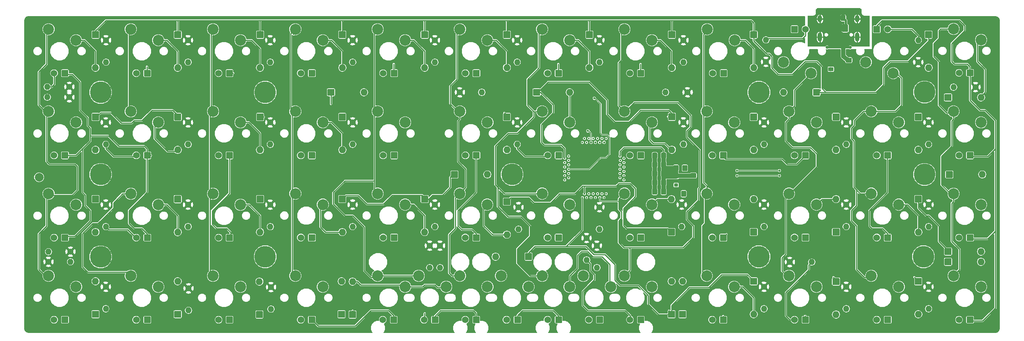
<source format=gbl>
G04 #@! TF.GenerationSoftware,KiCad,Pcbnew,5.0.1*
G04 #@! TF.CreationDate,2019-01-21T17:00:43-02:00*
G04 #@! TF.ProjectId,shark,736861726B2E6B696361645F70636200,V3.0.4*
G04 #@! TF.SameCoordinates,Original*
G04 #@! TF.FileFunction,Copper,L2,Bot,Signal*
G04 #@! TF.FilePolarity,Positive*
%FSLAX46Y46*%
G04 Gerber Fmt 4.6, Leading zero omitted, Abs format (unit mm)*
G04 Created by KiCad (PCBNEW 5.0.1) date Mon 21 Jan 2019 05:00:43 PM -02*
%MOMM*%
%LPD*%
G01*
G04 APERTURE LIST*
G04 #@! TA.AperFunction,ComponentPad*
%ADD10C,2.540000*%
G04 #@! TD*
G04 #@! TA.AperFunction,Conductor*
%ADD11C,0.100000*%
G04 #@! TD*
G04 #@! TA.AperFunction,ComponentPad*
%ADD12C,1.524000*%
G04 #@! TD*
G04 #@! TA.AperFunction,ComponentPad*
%ADD13O,1.000000X2.100000*%
G04 #@! TD*
G04 #@! TA.AperFunction,ComponentPad*
%ADD14O,1.000000X1.600000*%
G04 #@! TD*
G04 #@! TA.AperFunction,ComponentPad*
%ADD15O,1.600000X1.600000*%
G04 #@! TD*
G04 #@! TA.AperFunction,ComponentPad*
%ADD16C,1.600000*%
G04 #@! TD*
G04 #@! TA.AperFunction,ComponentPad*
%ADD17C,5.000000*%
G04 #@! TD*
G04 #@! TA.AperFunction,SMDPad,CuDef*
%ADD18C,1.150000*%
G04 #@! TD*
G04 #@! TA.AperFunction,SMDPad,CuDef*
%ADD19C,1.425000*%
G04 #@! TD*
G04 #@! TA.AperFunction,ComponentPad*
%ADD20C,2.000000*%
G04 #@! TD*
G04 #@! TA.AperFunction,ComponentPad*
%ADD21O,1.400000X1.400000*%
G04 #@! TD*
G04 #@! TA.AperFunction,ComponentPad*
%ADD22C,1.400000*%
G04 #@! TD*
G04 #@! TA.AperFunction,SMDPad,CuDef*
%ADD23R,1.200000X0.900000*%
G04 #@! TD*
G04 #@! TA.AperFunction,SMDPad,CuDef*
%ADD24R,0.900000X0.800000*%
G04 #@! TD*
G04 #@! TA.AperFunction,ViaPad*
%ADD25C,0.450000*%
G04 #@! TD*
G04 #@! TA.AperFunction,ViaPad*
%ADD26C,0.508000*%
G04 #@! TD*
G04 #@! TA.AperFunction,ViaPad*
%ADD27C,1.000000*%
G04 #@! TD*
G04 #@! TA.AperFunction,ViaPad*
%ADD28C,0.800000*%
G04 #@! TD*
G04 #@! TA.AperFunction,ViaPad*
%ADD29C,0.700000*%
G04 #@! TD*
G04 #@! TA.AperFunction,Conductor*
%ADD30C,0.500000*%
G04 #@! TD*
G04 #@! TA.AperFunction,Conductor*
%ADD31C,0.254000*%
G04 #@! TD*
G04 #@! TA.AperFunction,Conductor*
%ADD32C,1.000000*%
G04 #@! TD*
G04 #@! TA.AperFunction,Conductor*
%ADD33C,0.130000*%
G04 #@! TD*
G04 #@! TA.AperFunction,Conductor*
%ADD34C,0.250000*%
G04 #@! TD*
G04 #@! TA.AperFunction,Conductor*
%ADD35C,0.800000*%
G04 #@! TD*
G04 #@! TA.AperFunction,Conductor*
%ADD36C,0.025400*%
G04 #@! TD*
G04 #@! TA.AperFunction,Conductor*
%ADD37C,0.127000*%
G04 #@! TD*
G04 APERTURE END LIST*
D10*
G04 #@! TO.P,SW34,1*
G04 #@! TO.N,Col10*
X212423000Y-107163000D03*
G04 #@! TO.P,SW34,2*
G04 #@! TO.N,Net-(D34-Pad2)*
X218773000Y-109703000D03*
G04 #@! TD*
D11*
G04 #@! TO.N,Net-(LED1-PadK)*
G04 #@! TO.C,LED44*
G36*
X178857538Y-135561734D02*
X178872332Y-135563928D01*
X178886839Y-135567562D01*
X178900921Y-135572601D01*
X178914441Y-135578995D01*
X178927269Y-135586684D01*
X178939282Y-135595593D01*
X178950363Y-135605637D01*
X178960407Y-135616718D01*
X178969316Y-135628731D01*
X178977005Y-135641559D01*
X178983399Y-135655079D01*
X178988438Y-135669161D01*
X178992072Y-135683668D01*
X178994266Y-135698462D01*
X178995000Y-135713400D01*
X178995000Y-136932600D01*
X178994266Y-136947538D01*
X178992072Y-136962332D01*
X178988438Y-136976839D01*
X178983399Y-136990921D01*
X178977005Y-137004441D01*
X178969316Y-137017269D01*
X178960407Y-137029282D01*
X178950363Y-137040363D01*
X178939282Y-137050407D01*
X178927269Y-137059316D01*
X178914441Y-137067005D01*
X178900921Y-137073399D01*
X178886839Y-137078438D01*
X178872332Y-137082072D01*
X178857538Y-137084266D01*
X178842600Y-137085000D01*
X177623400Y-137085000D01*
X177608462Y-137084266D01*
X177593668Y-137082072D01*
X177579161Y-137078438D01*
X177565079Y-137073399D01*
X177551559Y-137067005D01*
X177538731Y-137059316D01*
X177526718Y-137050407D01*
X177515637Y-137040363D01*
X177505593Y-137029282D01*
X177496684Y-137017269D01*
X177488995Y-137004441D01*
X177482601Y-136990921D01*
X177477562Y-136976839D01*
X177473928Y-136962332D01*
X177471734Y-136947538D01*
X177471000Y-136932600D01*
X177471000Y-135713400D01*
X177471734Y-135698462D01*
X177473928Y-135683668D01*
X177477562Y-135669161D01*
X177482601Y-135655079D01*
X177488995Y-135641559D01*
X177496684Y-135628731D01*
X177505593Y-135616718D01*
X177515637Y-135605637D01*
X177526718Y-135595593D01*
X177538731Y-135586684D01*
X177551559Y-135578995D01*
X177565079Y-135572601D01*
X177579161Y-135567562D01*
X177593668Y-135563928D01*
X177608462Y-135561734D01*
X177623400Y-135561000D01*
X178842600Y-135561000D01*
X178857538Y-135561734D01*
X178857538Y-135561734D01*
G37*
D12*
G04 #@! TD*
G04 #@! TO.P,LED44,K*
G04 #@! TO.N,Net-(LED1-PadK)*
X178233000Y-136323000D03*
G04 #@! TO.P,LED44,A*
G04 #@! TO.N,Net-(LED44-PadA)*
X175693000Y-136323000D03*
G04 #@! TD*
D11*
G04 #@! TO.N,Net-(LED1-PadK)*
G04 #@! TO.C,LED13*
G36*
X45857538Y-97561734D02*
X45872332Y-97563928D01*
X45886839Y-97567562D01*
X45900921Y-97572601D01*
X45914441Y-97578995D01*
X45927269Y-97586684D01*
X45939282Y-97595593D01*
X45950363Y-97605637D01*
X45960407Y-97616718D01*
X45969316Y-97628731D01*
X45977005Y-97641559D01*
X45983399Y-97655079D01*
X45988438Y-97669161D01*
X45992072Y-97683668D01*
X45994266Y-97698462D01*
X45995000Y-97713400D01*
X45995000Y-98932600D01*
X45994266Y-98947538D01*
X45992072Y-98962332D01*
X45988438Y-98976839D01*
X45983399Y-98990921D01*
X45977005Y-99004441D01*
X45969316Y-99017269D01*
X45960407Y-99029282D01*
X45950363Y-99040363D01*
X45939282Y-99050407D01*
X45927269Y-99059316D01*
X45914441Y-99067005D01*
X45900921Y-99073399D01*
X45886839Y-99078438D01*
X45872332Y-99082072D01*
X45857538Y-99084266D01*
X45842600Y-99085000D01*
X44623400Y-99085000D01*
X44608462Y-99084266D01*
X44593668Y-99082072D01*
X44579161Y-99078438D01*
X44565079Y-99073399D01*
X44551559Y-99067005D01*
X44538731Y-99059316D01*
X44526718Y-99050407D01*
X44515637Y-99040363D01*
X44505593Y-99029282D01*
X44496684Y-99017269D01*
X44488995Y-99004441D01*
X44482601Y-98990921D01*
X44477562Y-98976839D01*
X44473928Y-98962332D01*
X44471734Y-98947538D01*
X44471000Y-98932600D01*
X44471000Y-97713400D01*
X44471734Y-97698462D01*
X44473928Y-97683668D01*
X44477562Y-97669161D01*
X44482601Y-97655079D01*
X44488995Y-97641559D01*
X44496684Y-97628731D01*
X44505593Y-97616718D01*
X44515637Y-97605637D01*
X44526718Y-97595593D01*
X44538731Y-97586684D01*
X44551559Y-97578995D01*
X44565079Y-97572601D01*
X44579161Y-97567562D01*
X44593668Y-97563928D01*
X44608462Y-97561734D01*
X44623400Y-97561000D01*
X45842600Y-97561000D01*
X45857538Y-97561734D01*
X45857538Y-97561734D01*
G37*
D12*
G04 #@! TD*
G04 #@! TO.P,LED13,K*
G04 #@! TO.N,Net-(LED1-PadK)*
X45233000Y-98323000D03*
G04 #@! TO.P,LED13,A*
G04 #@! TO.N,Net-(LED13-PadA)*
X42693000Y-98323000D03*
G04 #@! TD*
D10*
G04 #@! TO.P,SW11,1*
G04 #@! TO.N,Col11*
X236503000Y-79323000D03*
G04 #@! TO.P,SW11,2*
G04 #@! TO.N,Net-(D11-Pad2)*
X230153000Y-76783000D03*
G04 #@! TD*
D13*
G04 #@! TO.P,J1,S1*
G04 #@! TO.N,Net-(C7-Pad2)*
X219569250Y-70961750D03*
D14*
X219569250Y-66761750D03*
X228169250Y-66761750D03*
D13*
X228169250Y-70961750D03*
G04 #@! TD*
D10*
G04 #@! TO.P,SW17,1*
G04 #@! TO.N,Col5*
X117423000Y-88163000D03*
G04 #@! TO.P,SW17,2*
G04 #@! TO.N,Net-(D17-Pad2)*
X123773000Y-90703000D03*
G04 #@! TD*
G04 #@! TO.P,SW9,1*
G04 #@! TO.N,Col9*
X193548000Y-69163000D03*
G04 #@! TO.P,SW9,2*
G04 #@! TO.N,Net-(D9-Pad2)*
X199898000Y-71703000D03*
G04 #@! TD*
D15*
G04 #@! TO.P,D2,2*
G04 #@! TO.N,Net-(D2-Pad2)*
X71275500Y-78053000D03*
D11*
G04 #@! TD*
G04 #@! TO.N,Row1*
G04 #@! TO.C,D2*
G36*
X71931183Y-69633770D02*
X71946714Y-69636074D01*
X71961946Y-69639890D01*
X71976729Y-69645179D01*
X71990923Y-69651893D01*
X72004391Y-69659965D01*
X72017003Y-69669318D01*
X72028637Y-69679863D01*
X72039182Y-69691497D01*
X72048535Y-69704109D01*
X72056607Y-69717577D01*
X72063321Y-69731771D01*
X72068610Y-69746554D01*
X72072426Y-69761786D01*
X72074730Y-69777317D01*
X72075500Y-69793000D01*
X72075500Y-71073000D01*
X72074730Y-71088683D01*
X72072426Y-71104214D01*
X72068610Y-71119446D01*
X72063321Y-71134229D01*
X72056607Y-71148423D01*
X72048535Y-71161891D01*
X72039182Y-71174503D01*
X72028637Y-71186137D01*
X72017003Y-71196682D01*
X72004391Y-71206035D01*
X71990923Y-71214107D01*
X71976729Y-71220821D01*
X71961946Y-71226110D01*
X71946714Y-71229926D01*
X71931183Y-71232230D01*
X71915500Y-71233000D01*
X70635500Y-71233000D01*
X70619817Y-71232230D01*
X70604286Y-71229926D01*
X70589054Y-71226110D01*
X70574271Y-71220821D01*
X70560077Y-71214107D01*
X70546609Y-71206035D01*
X70533997Y-71196682D01*
X70522363Y-71186137D01*
X70511818Y-71174503D01*
X70502465Y-71161891D01*
X70494393Y-71148423D01*
X70487679Y-71134229D01*
X70482390Y-71119446D01*
X70478574Y-71104214D01*
X70476270Y-71088683D01*
X70475500Y-71073000D01*
X70475500Y-69793000D01*
X70476270Y-69777317D01*
X70478574Y-69761786D01*
X70482390Y-69746554D01*
X70487679Y-69731771D01*
X70494393Y-69717577D01*
X70502465Y-69704109D01*
X70511818Y-69691497D01*
X70522363Y-69679863D01*
X70533997Y-69669318D01*
X70546609Y-69659965D01*
X70560077Y-69651893D01*
X70574271Y-69645179D01*
X70589054Y-69639890D01*
X70604286Y-69636074D01*
X70619817Y-69633770D01*
X70635500Y-69633000D01*
X71915500Y-69633000D01*
X71931183Y-69633770D01*
X71931183Y-69633770D01*
G37*
D16*
G04 #@! TO.P,D2,1*
G04 #@! TO.N,Row1*
X71275500Y-70433000D03*
G04 #@! TD*
D10*
G04 #@! TO.P,SW45,1*
G04 #@! TO.N,Col9*
X193423000Y-126163000D03*
G04 #@! TO.P,SW45,2*
G04 #@! TO.N,Net-(D45-Pad2)*
X199773000Y-128703000D03*
G04 #@! TD*
G04 #@! TO.P,SW15,1*
G04 #@! TO.N,Col3*
X79423000Y-88163000D03*
G04 #@! TO.P,SW15,2*
G04 #@! TO.N,Net-(D15-Pad2)*
X85773000Y-90703000D03*
G04 #@! TD*
G04 #@! TO.P,SW36,1*
G04 #@! TO.N,Col12*
X250423000Y-107188000D03*
G04 #@! TO.P,SW36,2*
G04 #@! TO.N,Net-(D36-Pad2)*
X256773000Y-109728000D03*
G04 #@! TD*
D17*
G04 #@! TO.P,H1,1*
G04 #@! TO.N,N/C*
X91463000Y-83743000D03*
G04 #@! TD*
G04 #@! TO.P,H2,1*
G04 #@! TO.N,N/C*
X53463000Y-102743000D03*
G04 #@! TD*
G04 #@! TO.P,H3,1*
G04 #@! TO.N,N/C*
X91463000Y-121743000D03*
G04 #@! TD*
G04 #@! TO.P,H4,1*
G04 #@! TO.N,N/C*
X205463000Y-83743000D03*
G04 #@! TD*
G04 #@! TO.P,H5,1*
G04 #@! TO.N,N/C*
X243713000Y-102743000D03*
G04 #@! TD*
G04 #@! TO.P,H6,1*
G04 #@! TO.N,N/C*
X205463000Y-121743000D03*
G04 #@! TD*
G04 #@! TO.P,H7,1*
G04 #@! TO.N,N/C*
X148463000Y-102743000D03*
G04 #@! TD*
G04 #@! TO.P,H8,1*
G04 #@! TO.N,N/C*
X53463000Y-83743000D03*
G04 #@! TD*
G04 #@! TO.P,H9,1*
G04 #@! TO.N,N/C*
X53463000Y-121793000D03*
G04 #@! TD*
D15*
G04 #@! TO.P,D1,2*
G04 #@! TO.N,Net-(D1-Pad2)*
X52275500Y-78053000D03*
D11*
G04 #@! TD*
G04 #@! TO.N,Row1*
G04 #@! TO.C,D1*
G36*
X52931183Y-69633770D02*
X52946714Y-69636074D01*
X52961946Y-69639890D01*
X52976729Y-69645179D01*
X52990923Y-69651893D01*
X53004391Y-69659965D01*
X53017003Y-69669318D01*
X53028637Y-69679863D01*
X53039182Y-69691497D01*
X53048535Y-69704109D01*
X53056607Y-69717577D01*
X53063321Y-69731771D01*
X53068610Y-69746554D01*
X53072426Y-69761786D01*
X53074730Y-69777317D01*
X53075500Y-69793000D01*
X53075500Y-71073000D01*
X53074730Y-71088683D01*
X53072426Y-71104214D01*
X53068610Y-71119446D01*
X53063321Y-71134229D01*
X53056607Y-71148423D01*
X53048535Y-71161891D01*
X53039182Y-71174503D01*
X53028637Y-71186137D01*
X53017003Y-71196682D01*
X53004391Y-71206035D01*
X52990923Y-71214107D01*
X52976729Y-71220821D01*
X52961946Y-71226110D01*
X52946714Y-71229926D01*
X52931183Y-71232230D01*
X52915500Y-71233000D01*
X51635500Y-71233000D01*
X51619817Y-71232230D01*
X51604286Y-71229926D01*
X51589054Y-71226110D01*
X51574271Y-71220821D01*
X51560077Y-71214107D01*
X51546609Y-71206035D01*
X51533997Y-71196682D01*
X51522363Y-71186137D01*
X51511818Y-71174503D01*
X51502465Y-71161891D01*
X51494393Y-71148423D01*
X51487679Y-71134229D01*
X51482390Y-71119446D01*
X51478574Y-71104214D01*
X51476270Y-71088683D01*
X51475500Y-71073000D01*
X51475500Y-69793000D01*
X51476270Y-69777317D01*
X51478574Y-69761786D01*
X51482390Y-69746554D01*
X51487679Y-69731771D01*
X51494393Y-69717577D01*
X51502465Y-69704109D01*
X51511818Y-69691497D01*
X51522363Y-69679863D01*
X51533997Y-69669318D01*
X51546609Y-69659965D01*
X51560077Y-69651893D01*
X51574271Y-69645179D01*
X51589054Y-69639890D01*
X51604286Y-69636074D01*
X51619817Y-69633770D01*
X51635500Y-69633000D01*
X52915500Y-69633000D01*
X52931183Y-69633770D01*
X52931183Y-69633770D01*
G37*
D16*
G04 #@! TO.P,D1,1*
G04 #@! TO.N,Row1*
X52275500Y-70433000D03*
G04 #@! TD*
D15*
G04 #@! TO.P,D3,2*
G04 #@! TO.N,Net-(D3-Pad2)*
X90275500Y-78053000D03*
D11*
G04 #@! TD*
G04 #@! TO.N,Row1*
G04 #@! TO.C,D3*
G36*
X90931183Y-69633770D02*
X90946714Y-69636074D01*
X90961946Y-69639890D01*
X90976729Y-69645179D01*
X90990923Y-69651893D01*
X91004391Y-69659965D01*
X91017003Y-69669318D01*
X91028637Y-69679863D01*
X91039182Y-69691497D01*
X91048535Y-69704109D01*
X91056607Y-69717577D01*
X91063321Y-69731771D01*
X91068610Y-69746554D01*
X91072426Y-69761786D01*
X91074730Y-69777317D01*
X91075500Y-69793000D01*
X91075500Y-71073000D01*
X91074730Y-71088683D01*
X91072426Y-71104214D01*
X91068610Y-71119446D01*
X91063321Y-71134229D01*
X91056607Y-71148423D01*
X91048535Y-71161891D01*
X91039182Y-71174503D01*
X91028637Y-71186137D01*
X91017003Y-71196682D01*
X91004391Y-71206035D01*
X90990923Y-71214107D01*
X90976729Y-71220821D01*
X90961946Y-71226110D01*
X90946714Y-71229926D01*
X90931183Y-71232230D01*
X90915500Y-71233000D01*
X89635500Y-71233000D01*
X89619817Y-71232230D01*
X89604286Y-71229926D01*
X89589054Y-71226110D01*
X89574271Y-71220821D01*
X89560077Y-71214107D01*
X89546609Y-71206035D01*
X89533997Y-71196682D01*
X89522363Y-71186137D01*
X89511818Y-71174503D01*
X89502465Y-71161891D01*
X89494393Y-71148423D01*
X89487679Y-71134229D01*
X89482390Y-71119446D01*
X89478574Y-71104214D01*
X89476270Y-71088683D01*
X89475500Y-71073000D01*
X89475500Y-69793000D01*
X89476270Y-69777317D01*
X89478574Y-69761786D01*
X89482390Y-69746554D01*
X89487679Y-69731771D01*
X89494393Y-69717577D01*
X89502465Y-69704109D01*
X89511818Y-69691497D01*
X89522363Y-69679863D01*
X89533997Y-69669318D01*
X89546609Y-69659965D01*
X89560077Y-69651893D01*
X89574271Y-69645179D01*
X89589054Y-69639890D01*
X89604286Y-69636074D01*
X89619817Y-69633770D01*
X89635500Y-69633000D01*
X90915500Y-69633000D01*
X90931183Y-69633770D01*
X90931183Y-69633770D01*
G37*
D16*
G04 #@! TO.P,D3,1*
G04 #@! TO.N,Row1*
X90275500Y-70433000D03*
G04 #@! TD*
D15*
G04 #@! TO.P,D4,2*
G04 #@! TO.N,Net-(D4-Pad2)*
X109275500Y-78053000D03*
D11*
G04 #@! TD*
G04 #@! TO.N,Row1*
G04 #@! TO.C,D4*
G36*
X109931183Y-69633770D02*
X109946714Y-69636074D01*
X109961946Y-69639890D01*
X109976729Y-69645179D01*
X109990923Y-69651893D01*
X110004391Y-69659965D01*
X110017003Y-69669318D01*
X110028637Y-69679863D01*
X110039182Y-69691497D01*
X110048535Y-69704109D01*
X110056607Y-69717577D01*
X110063321Y-69731771D01*
X110068610Y-69746554D01*
X110072426Y-69761786D01*
X110074730Y-69777317D01*
X110075500Y-69793000D01*
X110075500Y-71073000D01*
X110074730Y-71088683D01*
X110072426Y-71104214D01*
X110068610Y-71119446D01*
X110063321Y-71134229D01*
X110056607Y-71148423D01*
X110048535Y-71161891D01*
X110039182Y-71174503D01*
X110028637Y-71186137D01*
X110017003Y-71196682D01*
X110004391Y-71206035D01*
X109990923Y-71214107D01*
X109976729Y-71220821D01*
X109961946Y-71226110D01*
X109946714Y-71229926D01*
X109931183Y-71232230D01*
X109915500Y-71233000D01*
X108635500Y-71233000D01*
X108619817Y-71232230D01*
X108604286Y-71229926D01*
X108589054Y-71226110D01*
X108574271Y-71220821D01*
X108560077Y-71214107D01*
X108546609Y-71206035D01*
X108533997Y-71196682D01*
X108522363Y-71186137D01*
X108511818Y-71174503D01*
X108502465Y-71161891D01*
X108494393Y-71148423D01*
X108487679Y-71134229D01*
X108482390Y-71119446D01*
X108478574Y-71104214D01*
X108476270Y-71088683D01*
X108475500Y-71073000D01*
X108475500Y-69793000D01*
X108476270Y-69777317D01*
X108478574Y-69761786D01*
X108482390Y-69746554D01*
X108487679Y-69731771D01*
X108494393Y-69717577D01*
X108502465Y-69704109D01*
X108511818Y-69691497D01*
X108522363Y-69679863D01*
X108533997Y-69669318D01*
X108546609Y-69659965D01*
X108560077Y-69651893D01*
X108574271Y-69645179D01*
X108589054Y-69639890D01*
X108604286Y-69636074D01*
X108619817Y-69633770D01*
X108635500Y-69633000D01*
X109915500Y-69633000D01*
X109931183Y-69633770D01*
X109931183Y-69633770D01*
G37*
D16*
G04 #@! TO.P,D4,1*
G04 #@! TO.N,Row1*
X109275500Y-70433000D03*
G04 #@! TD*
D15*
G04 #@! TO.P,D5,2*
G04 #@! TO.N,Net-(D5-Pad2)*
X128275500Y-78053000D03*
D11*
G04 #@! TD*
G04 #@! TO.N,Row1*
G04 #@! TO.C,D5*
G36*
X128931183Y-69633770D02*
X128946714Y-69636074D01*
X128961946Y-69639890D01*
X128976729Y-69645179D01*
X128990923Y-69651893D01*
X129004391Y-69659965D01*
X129017003Y-69669318D01*
X129028637Y-69679863D01*
X129039182Y-69691497D01*
X129048535Y-69704109D01*
X129056607Y-69717577D01*
X129063321Y-69731771D01*
X129068610Y-69746554D01*
X129072426Y-69761786D01*
X129074730Y-69777317D01*
X129075500Y-69793000D01*
X129075500Y-71073000D01*
X129074730Y-71088683D01*
X129072426Y-71104214D01*
X129068610Y-71119446D01*
X129063321Y-71134229D01*
X129056607Y-71148423D01*
X129048535Y-71161891D01*
X129039182Y-71174503D01*
X129028637Y-71186137D01*
X129017003Y-71196682D01*
X129004391Y-71206035D01*
X128990923Y-71214107D01*
X128976729Y-71220821D01*
X128961946Y-71226110D01*
X128946714Y-71229926D01*
X128931183Y-71232230D01*
X128915500Y-71233000D01*
X127635500Y-71233000D01*
X127619817Y-71232230D01*
X127604286Y-71229926D01*
X127589054Y-71226110D01*
X127574271Y-71220821D01*
X127560077Y-71214107D01*
X127546609Y-71206035D01*
X127533997Y-71196682D01*
X127522363Y-71186137D01*
X127511818Y-71174503D01*
X127502465Y-71161891D01*
X127494393Y-71148423D01*
X127487679Y-71134229D01*
X127482390Y-71119446D01*
X127478574Y-71104214D01*
X127476270Y-71088683D01*
X127475500Y-71073000D01*
X127475500Y-69793000D01*
X127476270Y-69777317D01*
X127478574Y-69761786D01*
X127482390Y-69746554D01*
X127487679Y-69731771D01*
X127494393Y-69717577D01*
X127502465Y-69704109D01*
X127511818Y-69691497D01*
X127522363Y-69679863D01*
X127533997Y-69669318D01*
X127546609Y-69659965D01*
X127560077Y-69651893D01*
X127574271Y-69645179D01*
X127589054Y-69639890D01*
X127604286Y-69636074D01*
X127619817Y-69633770D01*
X127635500Y-69633000D01*
X128915500Y-69633000D01*
X128931183Y-69633770D01*
X128931183Y-69633770D01*
G37*
D16*
G04 #@! TO.P,D5,1*
G04 #@! TO.N,Row1*
X128275500Y-70433000D03*
G04 #@! TD*
D15*
G04 #@! TO.P,D6,2*
G04 #@! TO.N,Net-(D6-Pad2)*
X147275500Y-78053000D03*
D11*
G04 #@! TD*
G04 #@! TO.N,Row1*
G04 #@! TO.C,D6*
G36*
X147931183Y-69633770D02*
X147946714Y-69636074D01*
X147961946Y-69639890D01*
X147976729Y-69645179D01*
X147990923Y-69651893D01*
X148004391Y-69659965D01*
X148017003Y-69669318D01*
X148028637Y-69679863D01*
X148039182Y-69691497D01*
X148048535Y-69704109D01*
X148056607Y-69717577D01*
X148063321Y-69731771D01*
X148068610Y-69746554D01*
X148072426Y-69761786D01*
X148074730Y-69777317D01*
X148075500Y-69793000D01*
X148075500Y-71073000D01*
X148074730Y-71088683D01*
X148072426Y-71104214D01*
X148068610Y-71119446D01*
X148063321Y-71134229D01*
X148056607Y-71148423D01*
X148048535Y-71161891D01*
X148039182Y-71174503D01*
X148028637Y-71186137D01*
X148017003Y-71196682D01*
X148004391Y-71206035D01*
X147990923Y-71214107D01*
X147976729Y-71220821D01*
X147961946Y-71226110D01*
X147946714Y-71229926D01*
X147931183Y-71232230D01*
X147915500Y-71233000D01*
X146635500Y-71233000D01*
X146619817Y-71232230D01*
X146604286Y-71229926D01*
X146589054Y-71226110D01*
X146574271Y-71220821D01*
X146560077Y-71214107D01*
X146546609Y-71206035D01*
X146533997Y-71196682D01*
X146522363Y-71186137D01*
X146511818Y-71174503D01*
X146502465Y-71161891D01*
X146494393Y-71148423D01*
X146487679Y-71134229D01*
X146482390Y-71119446D01*
X146478574Y-71104214D01*
X146476270Y-71088683D01*
X146475500Y-71073000D01*
X146475500Y-69793000D01*
X146476270Y-69777317D01*
X146478574Y-69761786D01*
X146482390Y-69746554D01*
X146487679Y-69731771D01*
X146494393Y-69717577D01*
X146502465Y-69704109D01*
X146511818Y-69691497D01*
X146522363Y-69679863D01*
X146533997Y-69669318D01*
X146546609Y-69659965D01*
X146560077Y-69651893D01*
X146574271Y-69645179D01*
X146589054Y-69639890D01*
X146604286Y-69636074D01*
X146619817Y-69633770D01*
X146635500Y-69633000D01*
X147915500Y-69633000D01*
X147931183Y-69633770D01*
X147931183Y-69633770D01*
G37*
D16*
G04 #@! TO.P,D6,1*
G04 #@! TO.N,Row1*
X147275500Y-70433000D03*
G04 #@! TD*
D15*
G04 #@! TO.P,D7,2*
G04 #@! TO.N,Net-(D7-Pad2)*
X166322360Y-78053000D03*
D11*
G04 #@! TD*
G04 #@! TO.N,Row1*
G04 #@! TO.C,D7*
G36*
X166978043Y-69633770D02*
X166993574Y-69636074D01*
X167008806Y-69639890D01*
X167023589Y-69645179D01*
X167037783Y-69651893D01*
X167051251Y-69659965D01*
X167063863Y-69669318D01*
X167075497Y-69679863D01*
X167086042Y-69691497D01*
X167095395Y-69704109D01*
X167103467Y-69717577D01*
X167110181Y-69731771D01*
X167115470Y-69746554D01*
X167119286Y-69761786D01*
X167121590Y-69777317D01*
X167122360Y-69793000D01*
X167122360Y-71073000D01*
X167121590Y-71088683D01*
X167119286Y-71104214D01*
X167115470Y-71119446D01*
X167110181Y-71134229D01*
X167103467Y-71148423D01*
X167095395Y-71161891D01*
X167086042Y-71174503D01*
X167075497Y-71186137D01*
X167063863Y-71196682D01*
X167051251Y-71206035D01*
X167037783Y-71214107D01*
X167023589Y-71220821D01*
X167008806Y-71226110D01*
X166993574Y-71229926D01*
X166978043Y-71232230D01*
X166962360Y-71233000D01*
X165682360Y-71233000D01*
X165666677Y-71232230D01*
X165651146Y-71229926D01*
X165635914Y-71226110D01*
X165621131Y-71220821D01*
X165606937Y-71214107D01*
X165593469Y-71206035D01*
X165580857Y-71196682D01*
X165569223Y-71186137D01*
X165558678Y-71174503D01*
X165549325Y-71161891D01*
X165541253Y-71148423D01*
X165534539Y-71134229D01*
X165529250Y-71119446D01*
X165525434Y-71104214D01*
X165523130Y-71088683D01*
X165522360Y-71073000D01*
X165522360Y-69793000D01*
X165523130Y-69777317D01*
X165525434Y-69761786D01*
X165529250Y-69746554D01*
X165534539Y-69731771D01*
X165541253Y-69717577D01*
X165549325Y-69704109D01*
X165558678Y-69691497D01*
X165569223Y-69679863D01*
X165580857Y-69669318D01*
X165593469Y-69659965D01*
X165606937Y-69651893D01*
X165621131Y-69645179D01*
X165635914Y-69639890D01*
X165651146Y-69636074D01*
X165666677Y-69633770D01*
X165682360Y-69633000D01*
X166962360Y-69633000D01*
X166978043Y-69633770D01*
X166978043Y-69633770D01*
G37*
D16*
G04 #@! TO.P,D7,1*
G04 #@! TO.N,Row1*
X166322360Y-70433000D03*
G04 #@! TD*
D15*
G04 #@! TO.P,D8,2*
G04 #@! TO.N,Net-(D8-Pad2)*
X185372096Y-78053000D03*
D11*
G04 #@! TD*
G04 #@! TO.N,Row1*
G04 #@! TO.C,D8*
G36*
X186027779Y-69633770D02*
X186043310Y-69636074D01*
X186058542Y-69639890D01*
X186073325Y-69645179D01*
X186087519Y-69651893D01*
X186100987Y-69659965D01*
X186113599Y-69669318D01*
X186125233Y-69679863D01*
X186135778Y-69691497D01*
X186145131Y-69704109D01*
X186153203Y-69717577D01*
X186159917Y-69731771D01*
X186165206Y-69746554D01*
X186169022Y-69761786D01*
X186171326Y-69777317D01*
X186172096Y-69793000D01*
X186172096Y-71073000D01*
X186171326Y-71088683D01*
X186169022Y-71104214D01*
X186165206Y-71119446D01*
X186159917Y-71134229D01*
X186153203Y-71148423D01*
X186145131Y-71161891D01*
X186135778Y-71174503D01*
X186125233Y-71186137D01*
X186113599Y-71196682D01*
X186100987Y-71206035D01*
X186087519Y-71214107D01*
X186073325Y-71220821D01*
X186058542Y-71226110D01*
X186043310Y-71229926D01*
X186027779Y-71232230D01*
X186012096Y-71233000D01*
X184732096Y-71233000D01*
X184716413Y-71232230D01*
X184700882Y-71229926D01*
X184685650Y-71226110D01*
X184670867Y-71220821D01*
X184656673Y-71214107D01*
X184643205Y-71206035D01*
X184630593Y-71196682D01*
X184618959Y-71186137D01*
X184608414Y-71174503D01*
X184599061Y-71161891D01*
X184590989Y-71148423D01*
X184584275Y-71134229D01*
X184578986Y-71119446D01*
X184575170Y-71104214D01*
X184572866Y-71088683D01*
X184572096Y-71073000D01*
X184572096Y-69793000D01*
X184572866Y-69777317D01*
X184575170Y-69761786D01*
X184578986Y-69746554D01*
X184584275Y-69731771D01*
X184590989Y-69717577D01*
X184599061Y-69704109D01*
X184608414Y-69691497D01*
X184618959Y-69679863D01*
X184630593Y-69669318D01*
X184643205Y-69659965D01*
X184656673Y-69651893D01*
X184670867Y-69645179D01*
X184685650Y-69639890D01*
X184700882Y-69636074D01*
X184716413Y-69633770D01*
X184732096Y-69633000D01*
X186012096Y-69633000D01*
X186027779Y-69633770D01*
X186027779Y-69633770D01*
G37*
D16*
G04 #@! TO.P,D8,1*
G04 #@! TO.N,Row1*
X185372096Y-70433000D03*
G04 #@! TD*
D15*
G04 #@! TO.P,D9,2*
G04 #@! TO.N,Net-(D9-Pad2)*
X204275500Y-78053000D03*
D11*
G04 #@! TD*
G04 #@! TO.N,Row1*
G04 #@! TO.C,D9*
G36*
X204931183Y-69633770D02*
X204946714Y-69636074D01*
X204961946Y-69639890D01*
X204976729Y-69645179D01*
X204990923Y-69651893D01*
X205004391Y-69659965D01*
X205017003Y-69669318D01*
X205028637Y-69679863D01*
X205039182Y-69691497D01*
X205048535Y-69704109D01*
X205056607Y-69717577D01*
X205063321Y-69731771D01*
X205068610Y-69746554D01*
X205072426Y-69761786D01*
X205074730Y-69777317D01*
X205075500Y-69793000D01*
X205075500Y-71073000D01*
X205074730Y-71088683D01*
X205072426Y-71104214D01*
X205068610Y-71119446D01*
X205063321Y-71134229D01*
X205056607Y-71148423D01*
X205048535Y-71161891D01*
X205039182Y-71174503D01*
X205028637Y-71186137D01*
X205017003Y-71196682D01*
X205004391Y-71206035D01*
X204990923Y-71214107D01*
X204976729Y-71220821D01*
X204961946Y-71226110D01*
X204946714Y-71229926D01*
X204931183Y-71232230D01*
X204915500Y-71233000D01*
X203635500Y-71233000D01*
X203619817Y-71232230D01*
X203604286Y-71229926D01*
X203589054Y-71226110D01*
X203574271Y-71220821D01*
X203560077Y-71214107D01*
X203546609Y-71206035D01*
X203533997Y-71196682D01*
X203522363Y-71186137D01*
X203511818Y-71174503D01*
X203502465Y-71161891D01*
X203494393Y-71148423D01*
X203487679Y-71134229D01*
X203482390Y-71119446D01*
X203478574Y-71104214D01*
X203476270Y-71088683D01*
X203475500Y-71073000D01*
X203475500Y-69793000D01*
X203476270Y-69777317D01*
X203478574Y-69761786D01*
X203482390Y-69746554D01*
X203487679Y-69731771D01*
X203494393Y-69717577D01*
X203502465Y-69704109D01*
X203511818Y-69691497D01*
X203522363Y-69679863D01*
X203533997Y-69669318D01*
X203546609Y-69659965D01*
X203560077Y-69651893D01*
X203574271Y-69645179D01*
X203589054Y-69639890D01*
X203604286Y-69636074D01*
X203619817Y-69633770D01*
X203635500Y-69633000D01*
X204915500Y-69633000D01*
X204931183Y-69633770D01*
X204931183Y-69633770D01*
G37*
D16*
G04 #@! TO.P,D9,1*
G04 #@! TO.N,Row1*
X204275500Y-70433000D03*
G04 #@! TD*
D15*
G04 #@! TO.P,D10,2*
G04 #@! TO.N,Net-(D10-Pad2)*
X211153000Y-83743000D03*
D11*
G04 #@! TD*
G04 #@! TO.N,Row1*
G04 #@! TO.C,D10*
G36*
X219428683Y-82943770D02*
X219444214Y-82946074D01*
X219459446Y-82949890D01*
X219474229Y-82955179D01*
X219488423Y-82961893D01*
X219501891Y-82969965D01*
X219514503Y-82979318D01*
X219526137Y-82989863D01*
X219536682Y-83001497D01*
X219546035Y-83014109D01*
X219554107Y-83027577D01*
X219560821Y-83041771D01*
X219566110Y-83056554D01*
X219569926Y-83071786D01*
X219572230Y-83087317D01*
X219573000Y-83103000D01*
X219573000Y-84383000D01*
X219572230Y-84398683D01*
X219569926Y-84414214D01*
X219566110Y-84429446D01*
X219560821Y-84444229D01*
X219554107Y-84458423D01*
X219546035Y-84471891D01*
X219536682Y-84484503D01*
X219526137Y-84496137D01*
X219514503Y-84506682D01*
X219501891Y-84516035D01*
X219488423Y-84524107D01*
X219474229Y-84530821D01*
X219459446Y-84536110D01*
X219444214Y-84539926D01*
X219428683Y-84542230D01*
X219413000Y-84543000D01*
X218133000Y-84543000D01*
X218117317Y-84542230D01*
X218101786Y-84539926D01*
X218086554Y-84536110D01*
X218071771Y-84530821D01*
X218057577Y-84524107D01*
X218044109Y-84516035D01*
X218031497Y-84506682D01*
X218019863Y-84496137D01*
X218009318Y-84484503D01*
X217999965Y-84471891D01*
X217991893Y-84458423D01*
X217985179Y-84444229D01*
X217979890Y-84429446D01*
X217976074Y-84414214D01*
X217973770Y-84398683D01*
X217973000Y-84383000D01*
X217973000Y-83103000D01*
X217973770Y-83087317D01*
X217976074Y-83071786D01*
X217979890Y-83056554D01*
X217985179Y-83041771D01*
X217991893Y-83027577D01*
X217999965Y-83014109D01*
X218009318Y-83001497D01*
X218019863Y-82989863D01*
X218031497Y-82979318D01*
X218044109Y-82969965D01*
X218057577Y-82961893D01*
X218071771Y-82955179D01*
X218086554Y-82949890D01*
X218101786Y-82946074D01*
X218117317Y-82943770D01*
X218133000Y-82943000D01*
X219413000Y-82943000D01*
X219428683Y-82943770D01*
X219428683Y-82943770D01*
G37*
D16*
G04 #@! TO.P,D10,1*
G04 #@! TO.N,Row1*
X218773000Y-83743000D03*
G04 #@! TD*
D15*
G04 #@! TO.P,D11,2*
G04 #@! TO.N,Net-(D11-Pad2)*
X244650500Y-78053000D03*
D11*
G04 #@! TD*
G04 #@! TO.N,Row1*
G04 #@! TO.C,D11*
G36*
X245306183Y-69633770D02*
X245321714Y-69636074D01*
X245336946Y-69639890D01*
X245351729Y-69645179D01*
X245365923Y-69651893D01*
X245379391Y-69659965D01*
X245392003Y-69669318D01*
X245403637Y-69679863D01*
X245414182Y-69691497D01*
X245423535Y-69704109D01*
X245431607Y-69717577D01*
X245438321Y-69731771D01*
X245443610Y-69746554D01*
X245447426Y-69761786D01*
X245449730Y-69777317D01*
X245450500Y-69793000D01*
X245450500Y-71073000D01*
X245449730Y-71088683D01*
X245447426Y-71104214D01*
X245443610Y-71119446D01*
X245438321Y-71134229D01*
X245431607Y-71148423D01*
X245423535Y-71161891D01*
X245414182Y-71174503D01*
X245403637Y-71186137D01*
X245392003Y-71196682D01*
X245379391Y-71206035D01*
X245365923Y-71214107D01*
X245351729Y-71220821D01*
X245336946Y-71226110D01*
X245321714Y-71229926D01*
X245306183Y-71232230D01*
X245290500Y-71233000D01*
X244010500Y-71233000D01*
X243994817Y-71232230D01*
X243979286Y-71229926D01*
X243964054Y-71226110D01*
X243949271Y-71220821D01*
X243935077Y-71214107D01*
X243921609Y-71206035D01*
X243908997Y-71196682D01*
X243897363Y-71186137D01*
X243886818Y-71174503D01*
X243877465Y-71161891D01*
X243869393Y-71148423D01*
X243862679Y-71134229D01*
X243857390Y-71119446D01*
X243853574Y-71104214D01*
X243851270Y-71088683D01*
X243850500Y-71073000D01*
X243850500Y-69793000D01*
X243851270Y-69777317D01*
X243853574Y-69761786D01*
X243857390Y-69746554D01*
X243862679Y-69731771D01*
X243869393Y-69717577D01*
X243877465Y-69704109D01*
X243886818Y-69691497D01*
X243897363Y-69679863D01*
X243908997Y-69669318D01*
X243921609Y-69659965D01*
X243935077Y-69651893D01*
X243949271Y-69645179D01*
X243964054Y-69639890D01*
X243979286Y-69636074D01*
X243994817Y-69633770D01*
X244010500Y-69633000D01*
X245290500Y-69633000D01*
X245306183Y-69633770D01*
X245306183Y-69633770D01*
G37*
D16*
G04 #@! TO.P,D11,1*
G04 #@! TO.N,Row1*
X244650500Y-70433000D03*
G04 #@! TD*
D15*
G04 #@! TO.P,D12,2*
G04 #@! TO.N,Net-(D12-Pad2)*
X256773000Y-84930500D03*
D11*
G04 #@! TD*
G04 #@! TO.N,Row1*
G04 #@! TO.C,D12*
G36*
X249808683Y-84131270D02*
X249824214Y-84133574D01*
X249839446Y-84137390D01*
X249854229Y-84142679D01*
X249868423Y-84149393D01*
X249881891Y-84157465D01*
X249894503Y-84166818D01*
X249906137Y-84177363D01*
X249916682Y-84188997D01*
X249926035Y-84201609D01*
X249934107Y-84215077D01*
X249940821Y-84229271D01*
X249946110Y-84244054D01*
X249949926Y-84259286D01*
X249952230Y-84274817D01*
X249953000Y-84290500D01*
X249953000Y-85570500D01*
X249952230Y-85586183D01*
X249949926Y-85601714D01*
X249946110Y-85616946D01*
X249940821Y-85631729D01*
X249934107Y-85645923D01*
X249926035Y-85659391D01*
X249916682Y-85672003D01*
X249906137Y-85683637D01*
X249894503Y-85694182D01*
X249881891Y-85703535D01*
X249868423Y-85711607D01*
X249854229Y-85718321D01*
X249839446Y-85723610D01*
X249824214Y-85727426D01*
X249808683Y-85729730D01*
X249793000Y-85730500D01*
X248513000Y-85730500D01*
X248497317Y-85729730D01*
X248481786Y-85727426D01*
X248466554Y-85723610D01*
X248451771Y-85718321D01*
X248437577Y-85711607D01*
X248424109Y-85703535D01*
X248411497Y-85694182D01*
X248399863Y-85683637D01*
X248389318Y-85672003D01*
X248379965Y-85659391D01*
X248371893Y-85645923D01*
X248365179Y-85631729D01*
X248359890Y-85616946D01*
X248356074Y-85601714D01*
X248353770Y-85586183D01*
X248353000Y-85570500D01*
X248353000Y-84290500D01*
X248353770Y-84274817D01*
X248356074Y-84259286D01*
X248359890Y-84244054D01*
X248365179Y-84229271D01*
X248371893Y-84215077D01*
X248379965Y-84201609D01*
X248389318Y-84188997D01*
X248399863Y-84177363D01*
X248411497Y-84166818D01*
X248424109Y-84157465D01*
X248437577Y-84149393D01*
X248451771Y-84142679D01*
X248466554Y-84137390D01*
X248481786Y-84133574D01*
X248497317Y-84131270D01*
X248513000Y-84130500D01*
X249793000Y-84130500D01*
X249808683Y-84131270D01*
X249808683Y-84131270D01*
G37*
D16*
G04 #@! TO.P,D12,1*
G04 #@! TO.N,Row1*
X249153000Y-84930500D03*
G04 #@! TD*
D15*
G04 #@! TO.P,D13,2*
G04 #@! TO.N,Net-(D13-Pad2)*
X52275500Y-97053000D03*
D11*
G04 #@! TD*
G04 #@! TO.N,Row2*
G04 #@! TO.C,D13*
G36*
X52931183Y-88633770D02*
X52946714Y-88636074D01*
X52961946Y-88639890D01*
X52976729Y-88645179D01*
X52990923Y-88651893D01*
X53004391Y-88659965D01*
X53017003Y-88669318D01*
X53028637Y-88679863D01*
X53039182Y-88691497D01*
X53048535Y-88704109D01*
X53056607Y-88717577D01*
X53063321Y-88731771D01*
X53068610Y-88746554D01*
X53072426Y-88761786D01*
X53074730Y-88777317D01*
X53075500Y-88793000D01*
X53075500Y-90073000D01*
X53074730Y-90088683D01*
X53072426Y-90104214D01*
X53068610Y-90119446D01*
X53063321Y-90134229D01*
X53056607Y-90148423D01*
X53048535Y-90161891D01*
X53039182Y-90174503D01*
X53028637Y-90186137D01*
X53017003Y-90196682D01*
X53004391Y-90206035D01*
X52990923Y-90214107D01*
X52976729Y-90220821D01*
X52961946Y-90226110D01*
X52946714Y-90229926D01*
X52931183Y-90232230D01*
X52915500Y-90233000D01*
X51635500Y-90233000D01*
X51619817Y-90232230D01*
X51604286Y-90229926D01*
X51589054Y-90226110D01*
X51574271Y-90220821D01*
X51560077Y-90214107D01*
X51546609Y-90206035D01*
X51533997Y-90196682D01*
X51522363Y-90186137D01*
X51511818Y-90174503D01*
X51502465Y-90161891D01*
X51494393Y-90148423D01*
X51487679Y-90134229D01*
X51482390Y-90119446D01*
X51478574Y-90104214D01*
X51476270Y-90088683D01*
X51475500Y-90073000D01*
X51475500Y-88793000D01*
X51476270Y-88777317D01*
X51478574Y-88761786D01*
X51482390Y-88746554D01*
X51487679Y-88731771D01*
X51494393Y-88717577D01*
X51502465Y-88704109D01*
X51511818Y-88691497D01*
X51522363Y-88679863D01*
X51533997Y-88669318D01*
X51546609Y-88659965D01*
X51560077Y-88651893D01*
X51574271Y-88645179D01*
X51589054Y-88639890D01*
X51604286Y-88636074D01*
X51619817Y-88633770D01*
X51635500Y-88633000D01*
X52915500Y-88633000D01*
X52931183Y-88633770D01*
X52931183Y-88633770D01*
G37*
D16*
G04 #@! TO.P,D13,1*
G04 #@! TO.N,Row2*
X52275500Y-89433000D03*
G04 #@! TD*
D15*
G04 #@! TO.P,D14,2*
G04 #@! TO.N,Net-(D14-Pad2)*
X71275500Y-97053000D03*
D11*
G04 #@! TD*
G04 #@! TO.N,Row2*
G04 #@! TO.C,D14*
G36*
X71931183Y-88633770D02*
X71946714Y-88636074D01*
X71961946Y-88639890D01*
X71976729Y-88645179D01*
X71990923Y-88651893D01*
X72004391Y-88659965D01*
X72017003Y-88669318D01*
X72028637Y-88679863D01*
X72039182Y-88691497D01*
X72048535Y-88704109D01*
X72056607Y-88717577D01*
X72063321Y-88731771D01*
X72068610Y-88746554D01*
X72072426Y-88761786D01*
X72074730Y-88777317D01*
X72075500Y-88793000D01*
X72075500Y-90073000D01*
X72074730Y-90088683D01*
X72072426Y-90104214D01*
X72068610Y-90119446D01*
X72063321Y-90134229D01*
X72056607Y-90148423D01*
X72048535Y-90161891D01*
X72039182Y-90174503D01*
X72028637Y-90186137D01*
X72017003Y-90196682D01*
X72004391Y-90206035D01*
X71990923Y-90214107D01*
X71976729Y-90220821D01*
X71961946Y-90226110D01*
X71946714Y-90229926D01*
X71931183Y-90232230D01*
X71915500Y-90233000D01*
X70635500Y-90233000D01*
X70619817Y-90232230D01*
X70604286Y-90229926D01*
X70589054Y-90226110D01*
X70574271Y-90220821D01*
X70560077Y-90214107D01*
X70546609Y-90206035D01*
X70533997Y-90196682D01*
X70522363Y-90186137D01*
X70511818Y-90174503D01*
X70502465Y-90161891D01*
X70494393Y-90148423D01*
X70487679Y-90134229D01*
X70482390Y-90119446D01*
X70478574Y-90104214D01*
X70476270Y-90088683D01*
X70475500Y-90073000D01*
X70475500Y-88793000D01*
X70476270Y-88777317D01*
X70478574Y-88761786D01*
X70482390Y-88746554D01*
X70487679Y-88731771D01*
X70494393Y-88717577D01*
X70502465Y-88704109D01*
X70511818Y-88691497D01*
X70522363Y-88679863D01*
X70533997Y-88669318D01*
X70546609Y-88659965D01*
X70560077Y-88651893D01*
X70574271Y-88645179D01*
X70589054Y-88639890D01*
X70604286Y-88636074D01*
X70619817Y-88633770D01*
X70635500Y-88633000D01*
X71915500Y-88633000D01*
X71931183Y-88633770D01*
X71931183Y-88633770D01*
G37*
D16*
G04 #@! TO.P,D14,1*
G04 #@! TO.N,Row2*
X71275500Y-89433000D03*
G04 #@! TD*
D15*
G04 #@! TO.P,D15,2*
G04 #@! TO.N,Net-(D15-Pad2)*
X90275500Y-97053000D03*
D11*
G04 #@! TD*
G04 #@! TO.N,Row2*
G04 #@! TO.C,D15*
G36*
X90931183Y-88633770D02*
X90946714Y-88636074D01*
X90961946Y-88639890D01*
X90976729Y-88645179D01*
X90990923Y-88651893D01*
X91004391Y-88659965D01*
X91017003Y-88669318D01*
X91028637Y-88679863D01*
X91039182Y-88691497D01*
X91048535Y-88704109D01*
X91056607Y-88717577D01*
X91063321Y-88731771D01*
X91068610Y-88746554D01*
X91072426Y-88761786D01*
X91074730Y-88777317D01*
X91075500Y-88793000D01*
X91075500Y-90073000D01*
X91074730Y-90088683D01*
X91072426Y-90104214D01*
X91068610Y-90119446D01*
X91063321Y-90134229D01*
X91056607Y-90148423D01*
X91048535Y-90161891D01*
X91039182Y-90174503D01*
X91028637Y-90186137D01*
X91017003Y-90196682D01*
X91004391Y-90206035D01*
X90990923Y-90214107D01*
X90976729Y-90220821D01*
X90961946Y-90226110D01*
X90946714Y-90229926D01*
X90931183Y-90232230D01*
X90915500Y-90233000D01*
X89635500Y-90233000D01*
X89619817Y-90232230D01*
X89604286Y-90229926D01*
X89589054Y-90226110D01*
X89574271Y-90220821D01*
X89560077Y-90214107D01*
X89546609Y-90206035D01*
X89533997Y-90196682D01*
X89522363Y-90186137D01*
X89511818Y-90174503D01*
X89502465Y-90161891D01*
X89494393Y-90148423D01*
X89487679Y-90134229D01*
X89482390Y-90119446D01*
X89478574Y-90104214D01*
X89476270Y-90088683D01*
X89475500Y-90073000D01*
X89475500Y-88793000D01*
X89476270Y-88777317D01*
X89478574Y-88761786D01*
X89482390Y-88746554D01*
X89487679Y-88731771D01*
X89494393Y-88717577D01*
X89502465Y-88704109D01*
X89511818Y-88691497D01*
X89522363Y-88679863D01*
X89533997Y-88669318D01*
X89546609Y-88659965D01*
X89560077Y-88651893D01*
X89574271Y-88645179D01*
X89589054Y-88639890D01*
X89604286Y-88636074D01*
X89619817Y-88633770D01*
X89635500Y-88633000D01*
X90915500Y-88633000D01*
X90931183Y-88633770D01*
X90931183Y-88633770D01*
G37*
D16*
G04 #@! TO.P,D15,1*
G04 #@! TO.N,Row2*
X90275500Y-89433000D03*
G04 #@! TD*
D15*
G04 #@! TO.P,D16,2*
G04 #@! TO.N,Net-(D16-Pad2)*
X109275500Y-97053000D03*
D11*
G04 #@! TD*
G04 #@! TO.N,Row2*
G04 #@! TO.C,D16*
G36*
X109931183Y-88633770D02*
X109946714Y-88636074D01*
X109961946Y-88639890D01*
X109976729Y-88645179D01*
X109990923Y-88651893D01*
X110004391Y-88659965D01*
X110017003Y-88669318D01*
X110028637Y-88679863D01*
X110039182Y-88691497D01*
X110048535Y-88704109D01*
X110056607Y-88717577D01*
X110063321Y-88731771D01*
X110068610Y-88746554D01*
X110072426Y-88761786D01*
X110074730Y-88777317D01*
X110075500Y-88793000D01*
X110075500Y-90073000D01*
X110074730Y-90088683D01*
X110072426Y-90104214D01*
X110068610Y-90119446D01*
X110063321Y-90134229D01*
X110056607Y-90148423D01*
X110048535Y-90161891D01*
X110039182Y-90174503D01*
X110028637Y-90186137D01*
X110017003Y-90196682D01*
X110004391Y-90206035D01*
X109990923Y-90214107D01*
X109976729Y-90220821D01*
X109961946Y-90226110D01*
X109946714Y-90229926D01*
X109931183Y-90232230D01*
X109915500Y-90233000D01*
X108635500Y-90233000D01*
X108619817Y-90232230D01*
X108604286Y-90229926D01*
X108589054Y-90226110D01*
X108574271Y-90220821D01*
X108560077Y-90214107D01*
X108546609Y-90206035D01*
X108533997Y-90196682D01*
X108522363Y-90186137D01*
X108511818Y-90174503D01*
X108502465Y-90161891D01*
X108494393Y-90148423D01*
X108487679Y-90134229D01*
X108482390Y-90119446D01*
X108478574Y-90104214D01*
X108476270Y-90088683D01*
X108475500Y-90073000D01*
X108475500Y-88793000D01*
X108476270Y-88777317D01*
X108478574Y-88761786D01*
X108482390Y-88746554D01*
X108487679Y-88731771D01*
X108494393Y-88717577D01*
X108502465Y-88704109D01*
X108511818Y-88691497D01*
X108522363Y-88679863D01*
X108533997Y-88669318D01*
X108546609Y-88659965D01*
X108560077Y-88651893D01*
X108574271Y-88645179D01*
X108589054Y-88639890D01*
X108604286Y-88636074D01*
X108619817Y-88633770D01*
X108635500Y-88633000D01*
X109915500Y-88633000D01*
X109931183Y-88633770D01*
X109931183Y-88633770D01*
G37*
D16*
G04 #@! TO.P,D16,1*
G04 #@! TO.N,Row2*
X109275500Y-89433000D03*
G04 #@! TD*
D15*
G04 #@! TO.P,D17,2*
G04 #@! TO.N,Net-(D17-Pad2)*
X114273000Y-83743000D03*
D11*
G04 #@! TD*
G04 #@! TO.N,Row2*
G04 #@! TO.C,D17*
G36*
X107308683Y-82943770D02*
X107324214Y-82946074D01*
X107339446Y-82949890D01*
X107354229Y-82955179D01*
X107368423Y-82961893D01*
X107381891Y-82969965D01*
X107394503Y-82979318D01*
X107406137Y-82989863D01*
X107416682Y-83001497D01*
X107426035Y-83014109D01*
X107434107Y-83027577D01*
X107440821Y-83041771D01*
X107446110Y-83056554D01*
X107449926Y-83071786D01*
X107452230Y-83087317D01*
X107453000Y-83103000D01*
X107453000Y-84383000D01*
X107452230Y-84398683D01*
X107449926Y-84414214D01*
X107446110Y-84429446D01*
X107440821Y-84444229D01*
X107434107Y-84458423D01*
X107426035Y-84471891D01*
X107416682Y-84484503D01*
X107406137Y-84496137D01*
X107394503Y-84506682D01*
X107381891Y-84516035D01*
X107368423Y-84524107D01*
X107354229Y-84530821D01*
X107339446Y-84536110D01*
X107324214Y-84539926D01*
X107308683Y-84542230D01*
X107293000Y-84543000D01*
X106013000Y-84543000D01*
X105997317Y-84542230D01*
X105981786Y-84539926D01*
X105966554Y-84536110D01*
X105951771Y-84530821D01*
X105937577Y-84524107D01*
X105924109Y-84516035D01*
X105911497Y-84506682D01*
X105899863Y-84496137D01*
X105889318Y-84484503D01*
X105879965Y-84471891D01*
X105871893Y-84458423D01*
X105865179Y-84444229D01*
X105859890Y-84429446D01*
X105856074Y-84414214D01*
X105853770Y-84398683D01*
X105853000Y-84383000D01*
X105853000Y-83103000D01*
X105853770Y-83087317D01*
X105856074Y-83071786D01*
X105859890Y-83056554D01*
X105865179Y-83041771D01*
X105871893Y-83027577D01*
X105879965Y-83014109D01*
X105889318Y-83001497D01*
X105899863Y-82989863D01*
X105911497Y-82979318D01*
X105924109Y-82969965D01*
X105937577Y-82961893D01*
X105951771Y-82955179D01*
X105966554Y-82949890D01*
X105981786Y-82946074D01*
X105997317Y-82943770D01*
X106013000Y-82943000D01*
X107293000Y-82943000D01*
X107308683Y-82943770D01*
X107308683Y-82943770D01*
G37*
D16*
G04 #@! TO.P,D17,1*
G04 #@! TO.N,Row2*
X106653000Y-83743000D03*
G04 #@! TD*
D15*
G04 #@! TO.P,D18,2*
G04 #@! TO.N,Net-(D18-Pad2)*
X147275500Y-97053000D03*
D11*
G04 #@! TD*
G04 #@! TO.N,Row2*
G04 #@! TO.C,D18*
G36*
X147931183Y-88633770D02*
X147946714Y-88636074D01*
X147961946Y-88639890D01*
X147976729Y-88645179D01*
X147990923Y-88651893D01*
X148004391Y-88659965D01*
X148017003Y-88669318D01*
X148028637Y-88679863D01*
X148039182Y-88691497D01*
X148048535Y-88704109D01*
X148056607Y-88717577D01*
X148063321Y-88731771D01*
X148068610Y-88746554D01*
X148072426Y-88761786D01*
X148074730Y-88777317D01*
X148075500Y-88793000D01*
X148075500Y-90073000D01*
X148074730Y-90088683D01*
X148072426Y-90104214D01*
X148068610Y-90119446D01*
X148063321Y-90134229D01*
X148056607Y-90148423D01*
X148048535Y-90161891D01*
X148039182Y-90174503D01*
X148028637Y-90186137D01*
X148017003Y-90196682D01*
X148004391Y-90206035D01*
X147990923Y-90214107D01*
X147976729Y-90220821D01*
X147961946Y-90226110D01*
X147946714Y-90229926D01*
X147931183Y-90232230D01*
X147915500Y-90233000D01*
X146635500Y-90233000D01*
X146619817Y-90232230D01*
X146604286Y-90229926D01*
X146589054Y-90226110D01*
X146574271Y-90220821D01*
X146560077Y-90214107D01*
X146546609Y-90206035D01*
X146533997Y-90196682D01*
X146522363Y-90186137D01*
X146511818Y-90174503D01*
X146502465Y-90161891D01*
X146494393Y-90148423D01*
X146487679Y-90134229D01*
X146482390Y-90119446D01*
X146478574Y-90104214D01*
X146476270Y-90088683D01*
X146475500Y-90073000D01*
X146475500Y-88793000D01*
X146476270Y-88777317D01*
X146478574Y-88761786D01*
X146482390Y-88746554D01*
X146487679Y-88731771D01*
X146494393Y-88717577D01*
X146502465Y-88704109D01*
X146511818Y-88691497D01*
X146522363Y-88679863D01*
X146533997Y-88669318D01*
X146546609Y-88659965D01*
X146560077Y-88651893D01*
X146574271Y-88645179D01*
X146589054Y-88639890D01*
X146604286Y-88636074D01*
X146619817Y-88633770D01*
X146635500Y-88633000D01*
X147915500Y-88633000D01*
X147931183Y-88633770D01*
X147931183Y-88633770D01*
G37*
D16*
G04 #@! TO.P,D18,1*
G04 #@! TO.N,Row2*
X147275500Y-89433000D03*
G04 #@! TD*
D15*
G04 #@! TO.P,D19,2*
G04 #@! TO.N,Net-(D19-Pad2)*
X161773000Y-83743000D03*
D11*
G04 #@! TD*
G04 #@! TO.N,Row2*
G04 #@! TO.C,D19*
G36*
X154808683Y-82943770D02*
X154824214Y-82946074D01*
X154839446Y-82949890D01*
X154854229Y-82955179D01*
X154868423Y-82961893D01*
X154881891Y-82969965D01*
X154894503Y-82979318D01*
X154906137Y-82989863D01*
X154916682Y-83001497D01*
X154926035Y-83014109D01*
X154934107Y-83027577D01*
X154940821Y-83041771D01*
X154946110Y-83056554D01*
X154949926Y-83071786D01*
X154952230Y-83087317D01*
X154953000Y-83103000D01*
X154953000Y-84383000D01*
X154952230Y-84398683D01*
X154949926Y-84414214D01*
X154946110Y-84429446D01*
X154940821Y-84444229D01*
X154934107Y-84458423D01*
X154926035Y-84471891D01*
X154916682Y-84484503D01*
X154906137Y-84496137D01*
X154894503Y-84506682D01*
X154881891Y-84516035D01*
X154868423Y-84524107D01*
X154854229Y-84530821D01*
X154839446Y-84536110D01*
X154824214Y-84539926D01*
X154808683Y-84542230D01*
X154793000Y-84543000D01*
X153513000Y-84543000D01*
X153497317Y-84542230D01*
X153481786Y-84539926D01*
X153466554Y-84536110D01*
X153451771Y-84530821D01*
X153437577Y-84524107D01*
X153424109Y-84516035D01*
X153411497Y-84506682D01*
X153399863Y-84496137D01*
X153389318Y-84484503D01*
X153379965Y-84471891D01*
X153371893Y-84458423D01*
X153365179Y-84444229D01*
X153359890Y-84429446D01*
X153356074Y-84414214D01*
X153353770Y-84398683D01*
X153353000Y-84383000D01*
X153353000Y-83103000D01*
X153353770Y-83087317D01*
X153356074Y-83071786D01*
X153359890Y-83056554D01*
X153365179Y-83041771D01*
X153371893Y-83027577D01*
X153379965Y-83014109D01*
X153389318Y-83001497D01*
X153399863Y-82989863D01*
X153411497Y-82979318D01*
X153424109Y-82969965D01*
X153437577Y-82961893D01*
X153451771Y-82955179D01*
X153466554Y-82949890D01*
X153481786Y-82946074D01*
X153497317Y-82943770D01*
X153513000Y-82943000D01*
X154793000Y-82943000D01*
X154808683Y-82943770D01*
X154808683Y-82943770D01*
G37*
D16*
G04 #@! TO.P,D19,1*
G04 #@! TO.N,Row2*
X154153000Y-83743000D03*
G04 #@! TD*
D15*
G04 #@! TO.P,D20,2*
G04 #@! TO.N,Net-(D20-Pad2)*
X185372096Y-97028000D03*
D11*
G04 #@! TD*
G04 #@! TO.N,Row2*
G04 #@! TO.C,D20*
G36*
X186027779Y-88608770D02*
X186043310Y-88611074D01*
X186058542Y-88614890D01*
X186073325Y-88620179D01*
X186087519Y-88626893D01*
X186100987Y-88634965D01*
X186113599Y-88644318D01*
X186125233Y-88654863D01*
X186135778Y-88666497D01*
X186145131Y-88679109D01*
X186153203Y-88692577D01*
X186159917Y-88706771D01*
X186165206Y-88721554D01*
X186169022Y-88736786D01*
X186171326Y-88752317D01*
X186172096Y-88768000D01*
X186172096Y-90048000D01*
X186171326Y-90063683D01*
X186169022Y-90079214D01*
X186165206Y-90094446D01*
X186159917Y-90109229D01*
X186153203Y-90123423D01*
X186145131Y-90136891D01*
X186135778Y-90149503D01*
X186125233Y-90161137D01*
X186113599Y-90171682D01*
X186100987Y-90181035D01*
X186087519Y-90189107D01*
X186073325Y-90195821D01*
X186058542Y-90201110D01*
X186043310Y-90204926D01*
X186027779Y-90207230D01*
X186012096Y-90208000D01*
X184732096Y-90208000D01*
X184716413Y-90207230D01*
X184700882Y-90204926D01*
X184685650Y-90201110D01*
X184670867Y-90195821D01*
X184656673Y-90189107D01*
X184643205Y-90181035D01*
X184630593Y-90171682D01*
X184618959Y-90161137D01*
X184608414Y-90149503D01*
X184599061Y-90136891D01*
X184590989Y-90123423D01*
X184584275Y-90109229D01*
X184578986Y-90094446D01*
X184575170Y-90079214D01*
X184572866Y-90063683D01*
X184572096Y-90048000D01*
X184572096Y-88768000D01*
X184572866Y-88752317D01*
X184575170Y-88736786D01*
X184578986Y-88721554D01*
X184584275Y-88706771D01*
X184590989Y-88692577D01*
X184599061Y-88679109D01*
X184608414Y-88666497D01*
X184618959Y-88654863D01*
X184630593Y-88644318D01*
X184643205Y-88634965D01*
X184656673Y-88626893D01*
X184670867Y-88620179D01*
X184685650Y-88614890D01*
X184700882Y-88611074D01*
X184716413Y-88608770D01*
X184732096Y-88608000D01*
X186012096Y-88608000D01*
X186027779Y-88608770D01*
X186027779Y-88608770D01*
G37*
D16*
G04 #@! TO.P,D20,1*
G04 #@! TO.N,Row2*
X185372096Y-89408000D03*
G04 #@! TD*
D15*
G04 #@! TO.P,D21,2*
G04 #@! TO.N,Net-(D21-Pad2)*
X204275500Y-97053000D03*
D11*
G04 #@! TD*
G04 #@! TO.N,Row2*
G04 #@! TO.C,D21*
G36*
X204931183Y-88633770D02*
X204946714Y-88636074D01*
X204961946Y-88639890D01*
X204976729Y-88645179D01*
X204990923Y-88651893D01*
X205004391Y-88659965D01*
X205017003Y-88669318D01*
X205028637Y-88679863D01*
X205039182Y-88691497D01*
X205048535Y-88704109D01*
X205056607Y-88717577D01*
X205063321Y-88731771D01*
X205068610Y-88746554D01*
X205072426Y-88761786D01*
X205074730Y-88777317D01*
X205075500Y-88793000D01*
X205075500Y-90073000D01*
X205074730Y-90088683D01*
X205072426Y-90104214D01*
X205068610Y-90119446D01*
X205063321Y-90134229D01*
X205056607Y-90148423D01*
X205048535Y-90161891D01*
X205039182Y-90174503D01*
X205028637Y-90186137D01*
X205017003Y-90196682D01*
X205004391Y-90206035D01*
X204990923Y-90214107D01*
X204976729Y-90220821D01*
X204961946Y-90226110D01*
X204946714Y-90229926D01*
X204931183Y-90232230D01*
X204915500Y-90233000D01*
X203635500Y-90233000D01*
X203619817Y-90232230D01*
X203604286Y-90229926D01*
X203589054Y-90226110D01*
X203574271Y-90220821D01*
X203560077Y-90214107D01*
X203546609Y-90206035D01*
X203533997Y-90196682D01*
X203522363Y-90186137D01*
X203511818Y-90174503D01*
X203502465Y-90161891D01*
X203494393Y-90148423D01*
X203487679Y-90134229D01*
X203482390Y-90119446D01*
X203478574Y-90104214D01*
X203476270Y-90088683D01*
X203475500Y-90073000D01*
X203475500Y-88793000D01*
X203476270Y-88777317D01*
X203478574Y-88761786D01*
X203482390Y-88746554D01*
X203487679Y-88731771D01*
X203494393Y-88717577D01*
X203502465Y-88704109D01*
X203511818Y-88691497D01*
X203522363Y-88679863D01*
X203533997Y-88669318D01*
X203546609Y-88659965D01*
X203560077Y-88651893D01*
X203574271Y-88645179D01*
X203589054Y-88639890D01*
X203604286Y-88636074D01*
X203619817Y-88633770D01*
X203635500Y-88633000D01*
X204915500Y-88633000D01*
X204931183Y-88633770D01*
X204931183Y-88633770D01*
G37*
D16*
G04 #@! TO.P,D21,1*
G04 #@! TO.N,Row2*
X204275500Y-89433000D03*
G04 #@! TD*
D15*
G04 #@! TO.P,D22,2*
G04 #@! TO.N,Net-(D22-Pad2)*
X223275500Y-97053000D03*
D11*
G04 #@! TD*
G04 #@! TO.N,Row2*
G04 #@! TO.C,D22*
G36*
X223931183Y-88633770D02*
X223946714Y-88636074D01*
X223961946Y-88639890D01*
X223976729Y-88645179D01*
X223990923Y-88651893D01*
X224004391Y-88659965D01*
X224017003Y-88669318D01*
X224028637Y-88679863D01*
X224039182Y-88691497D01*
X224048535Y-88704109D01*
X224056607Y-88717577D01*
X224063321Y-88731771D01*
X224068610Y-88746554D01*
X224072426Y-88761786D01*
X224074730Y-88777317D01*
X224075500Y-88793000D01*
X224075500Y-90073000D01*
X224074730Y-90088683D01*
X224072426Y-90104214D01*
X224068610Y-90119446D01*
X224063321Y-90134229D01*
X224056607Y-90148423D01*
X224048535Y-90161891D01*
X224039182Y-90174503D01*
X224028637Y-90186137D01*
X224017003Y-90196682D01*
X224004391Y-90206035D01*
X223990923Y-90214107D01*
X223976729Y-90220821D01*
X223961946Y-90226110D01*
X223946714Y-90229926D01*
X223931183Y-90232230D01*
X223915500Y-90233000D01*
X222635500Y-90233000D01*
X222619817Y-90232230D01*
X222604286Y-90229926D01*
X222589054Y-90226110D01*
X222574271Y-90220821D01*
X222560077Y-90214107D01*
X222546609Y-90206035D01*
X222533997Y-90196682D01*
X222522363Y-90186137D01*
X222511818Y-90174503D01*
X222502465Y-90161891D01*
X222494393Y-90148423D01*
X222487679Y-90134229D01*
X222482390Y-90119446D01*
X222478574Y-90104214D01*
X222476270Y-90088683D01*
X222475500Y-90073000D01*
X222475500Y-88793000D01*
X222476270Y-88777317D01*
X222478574Y-88761786D01*
X222482390Y-88746554D01*
X222487679Y-88731771D01*
X222494393Y-88717577D01*
X222502465Y-88704109D01*
X222511818Y-88691497D01*
X222522363Y-88679863D01*
X222533997Y-88669318D01*
X222546609Y-88659965D01*
X222560077Y-88651893D01*
X222574271Y-88645179D01*
X222589054Y-88639890D01*
X222604286Y-88636074D01*
X222619817Y-88633770D01*
X222635500Y-88633000D01*
X223915500Y-88633000D01*
X223931183Y-88633770D01*
X223931183Y-88633770D01*
G37*
D16*
G04 #@! TO.P,D22,1*
G04 #@! TO.N,Row2*
X223275500Y-89433000D03*
G04 #@! TD*
D15*
G04 #@! TO.P,D23,2*
G04 #@! TO.N,Net-(D23-Pad2)*
X242275500Y-97053000D03*
D11*
G04 #@! TD*
G04 #@! TO.N,Row2*
G04 #@! TO.C,D23*
G36*
X242931183Y-88633770D02*
X242946714Y-88636074D01*
X242961946Y-88639890D01*
X242976729Y-88645179D01*
X242990923Y-88651893D01*
X243004391Y-88659965D01*
X243017003Y-88669318D01*
X243028637Y-88679863D01*
X243039182Y-88691497D01*
X243048535Y-88704109D01*
X243056607Y-88717577D01*
X243063321Y-88731771D01*
X243068610Y-88746554D01*
X243072426Y-88761786D01*
X243074730Y-88777317D01*
X243075500Y-88793000D01*
X243075500Y-90073000D01*
X243074730Y-90088683D01*
X243072426Y-90104214D01*
X243068610Y-90119446D01*
X243063321Y-90134229D01*
X243056607Y-90148423D01*
X243048535Y-90161891D01*
X243039182Y-90174503D01*
X243028637Y-90186137D01*
X243017003Y-90196682D01*
X243004391Y-90206035D01*
X242990923Y-90214107D01*
X242976729Y-90220821D01*
X242961946Y-90226110D01*
X242946714Y-90229926D01*
X242931183Y-90232230D01*
X242915500Y-90233000D01*
X241635500Y-90233000D01*
X241619817Y-90232230D01*
X241604286Y-90229926D01*
X241589054Y-90226110D01*
X241574271Y-90220821D01*
X241560077Y-90214107D01*
X241546609Y-90206035D01*
X241533997Y-90196682D01*
X241522363Y-90186137D01*
X241511818Y-90174503D01*
X241502465Y-90161891D01*
X241494393Y-90148423D01*
X241487679Y-90134229D01*
X241482390Y-90119446D01*
X241478574Y-90104214D01*
X241476270Y-90088683D01*
X241475500Y-90073000D01*
X241475500Y-88793000D01*
X241476270Y-88777317D01*
X241478574Y-88761786D01*
X241482390Y-88746554D01*
X241487679Y-88731771D01*
X241494393Y-88717577D01*
X241502465Y-88704109D01*
X241511818Y-88691497D01*
X241522363Y-88679863D01*
X241533997Y-88669318D01*
X241546609Y-88659965D01*
X241560077Y-88651893D01*
X241574271Y-88645179D01*
X241589054Y-88639890D01*
X241604286Y-88636074D01*
X241619817Y-88633770D01*
X241635500Y-88633000D01*
X242915500Y-88633000D01*
X242931183Y-88633770D01*
X242931183Y-88633770D01*
G37*
D16*
G04 #@! TO.P,D23,1*
G04 #@! TO.N,Row2*
X242275500Y-89433000D03*
G04 #@! TD*
D15*
G04 #@! TO.P,D24,2*
G04 #@! TO.N,Net-(D24-Pad2)*
X257048000Y-102743000D03*
D11*
G04 #@! TD*
G04 #@! TO.N,Row2*
G04 #@! TO.C,D24*
G36*
X250083683Y-101943770D02*
X250099214Y-101946074D01*
X250114446Y-101949890D01*
X250129229Y-101955179D01*
X250143423Y-101961893D01*
X250156891Y-101969965D01*
X250169503Y-101979318D01*
X250181137Y-101989863D01*
X250191682Y-102001497D01*
X250201035Y-102014109D01*
X250209107Y-102027577D01*
X250215821Y-102041771D01*
X250221110Y-102056554D01*
X250224926Y-102071786D01*
X250227230Y-102087317D01*
X250228000Y-102103000D01*
X250228000Y-103383000D01*
X250227230Y-103398683D01*
X250224926Y-103414214D01*
X250221110Y-103429446D01*
X250215821Y-103444229D01*
X250209107Y-103458423D01*
X250201035Y-103471891D01*
X250191682Y-103484503D01*
X250181137Y-103496137D01*
X250169503Y-103506682D01*
X250156891Y-103516035D01*
X250143423Y-103524107D01*
X250129229Y-103530821D01*
X250114446Y-103536110D01*
X250099214Y-103539926D01*
X250083683Y-103542230D01*
X250068000Y-103543000D01*
X248788000Y-103543000D01*
X248772317Y-103542230D01*
X248756786Y-103539926D01*
X248741554Y-103536110D01*
X248726771Y-103530821D01*
X248712577Y-103524107D01*
X248699109Y-103516035D01*
X248686497Y-103506682D01*
X248674863Y-103496137D01*
X248664318Y-103484503D01*
X248654965Y-103471891D01*
X248646893Y-103458423D01*
X248640179Y-103444229D01*
X248634890Y-103429446D01*
X248631074Y-103414214D01*
X248628770Y-103398683D01*
X248628000Y-103383000D01*
X248628000Y-102103000D01*
X248628770Y-102087317D01*
X248631074Y-102071786D01*
X248634890Y-102056554D01*
X248640179Y-102041771D01*
X248646893Y-102027577D01*
X248654965Y-102014109D01*
X248664318Y-102001497D01*
X248674863Y-101989863D01*
X248686497Y-101979318D01*
X248699109Y-101969965D01*
X248712577Y-101961893D01*
X248726771Y-101955179D01*
X248741554Y-101949890D01*
X248756786Y-101946074D01*
X248772317Y-101943770D01*
X248788000Y-101943000D01*
X250068000Y-101943000D01*
X250083683Y-101943770D01*
X250083683Y-101943770D01*
G37*
D16*
G04 #@! TO.P,D24,1*
G04 #@! TO.N,Row2*
X249428000Y-102743000D03*
G04 #@! TD*
D15*
G04 #@! TO.P,D25,2*
G04 #@! TO.N,Net-(D25-Pad2)*
X52275500Y-116053000D03*
D11*
G04 #@! TD*
G04 #@! TO.N,Row3*
G04 #@! TO.C,D25*
G36*
X52931183Y-107633770D02*
X52946714Y-107636074D01*
X52961946Y-107639890D01*
X52976729Y-107645179D01*
X52990923Y-107651893D01*
X53004391Y-107659965D01*
X53017003Y-107669318D01*
X53028637Y-107679863D01*
X53039182Y-107691497D01*
X53048535Y-107704109D01*
X53056607Y-107717577D01*
X53063321Y-107731771D01*
X53068610Y-107746554D01*
X53072426Y-107761786D01*
X53074730Y-107777317D01*
X53075500Y-107793000D01*
X53075500Y-109073000D01*
X53074730Y-109088683D01*
X53072426Y-109104214D01*
X53068610Y-109119446D01*
X53063321Y-109134229D01*
X53056607Y-109148423D01*
X53048535Y-109161891D01*
X53039182Y-109174503D01*
X53028637Y-109186137D01*
X53017003Y-109196682D01*
X53004391Y-109206035D01*
X52990923Y-109214107D01*
X52976729Y-109220821D01*
X52961946Y-109226110D01*
X52946714Y-109229926D01*
X52931183Y-109232230D01*
X52915500Y-109233000D01*
X51635500Y-109233000D01*
X51619817Y-109232230D01*
X51604286Y-109229926D01*
X51589054Y-109226110D01*
X51574271Y-109220821D01*
X51560077Y-109214107D01*
X51546609Y-109206035D01*
X51533997Y-109196682D01*
X51522363Y-109186137D01*
X51511818Y-109174503D01*
X51502465Y-109161891D01*
X51494393Y-109148423D01*
X51487679Y-109134229D01*
X51482390Y-109119446D01*
X51478574Y-109104214D01*
X51476270Y-109088683D01*
X51475500Y-109073000D01*
X51475500Y-107793000D01*
X51476270Y-107777317D01*
X51478574Y-107761786D01*
X51482390Y-107746554D01*
X51487679Y-107731771D01*
X51494393Y-107717577D01*
X51502465Y-107704109D01*
X51511818Y-107691497D01*
X51522363Y-107679863D01*
X51533997Y-107669318D01*
X51546609Y-107659965D01*
X51560077Y-107651893D01*
X51574271Y-107645179D01*
X51589054Y-107639890D01*
X51604286Y-107636074D01*
X51619817Y-107633770D01*
X51635500Y-107633000D01*
X52915500Y-107633000D01*
X52931183Y-107633770D01*
X52931183Y-107633770D01*
G37*
D16*
G04 #@! TO.P,D25,1*
G04 #@! TO.N,Row3*
X52275500Y-108433000D03*
G04 #@! TD*
D15*
G04 #@! TO.P,D26,2*
G04 #@! TO.N,Net-(D26-Pad2)*
X71275500Y-116077928D03*
D11*
G04 #@! TD*
G04 #@! TO.N,Row3*
G04 #@! TO.C,D26*
G36*
X71931183Y-107658698D02*
X71946714Y-107661002D01*
X71961946Y-107664818D01*
X71976729Y-107670107D01*
X71990923Y-107676821D01*
X72004391Y-107684893D01*
X72017003Y-107694246D01*
X72028637Y-107704791D01*
X72039182Y-107716425D01*
X72048535Y-107729037D01*
X72056607Y-107742505D01*
X72063321Y-107756699D01*
X72068610Y-107771482D01*
X72072426Y-107786714D01*
X72074730Y-107802245D01*
X72075500Y-107817928D01*
X72075500Y-109097928D01*
X72074730Y-109113611D01*
X72072426Y-109129142D01*
X72068610Y-109144374D01*
X72063321Y-109159157D01*
X72056607Y-109173351D01*
X72048535Y-109186819D01*
X72039182Y-109199431D01*
X72028637Y-109211065D01*
X72017003Y-109221610D01*
X72004391Y-109230963D01*
X71990923Y-109239035D01*
X71976729Y-109245749D01*
X71961946Y-109251038D01*
X71946714Y-109254854D01*
X71931183Y-109257158D01*
X71915500Y-109257928D01*
X70635500Y-109257928D01*
X70619817Y-109257158D01*
X70604286Y-109254854D01*
X70589054Y-109251038D01*
X70574271Y-109245749D01*
X70560077Y-109239035D01*
X70546609Y-109230963D01*
X70533997Y-109221610D01*
X70522363Y-109211065D01*
X70511818Y-109199431D01*
X70502465Y-109186819D01*
X70494393Y-109173351D01*
X70487679Y-109159157D01*
X70482390Y-109144374D01*
X70478574Y-109129142D01*
X70476270Y-109113611D01*
X70475500Y-109097928D01*
X70475500Y-107817928D01*
X70476270Y-107802245D01*
X70478574Y-107786714D01*
X70482390Y-107771482D01*
X70487679Y-107756699D01*
X70494393Y-107742505D01*
X70502465Y-107729037D01*
X70511818Y-107716425D01*
X70522363Y-107704791D01*
X70533997Y-107694246D01*
X70546609Y-107684893D01*
X70560077Y-107676821D01*
X70574271Y-107670107D01*
X70589054Y-107664818D01*
X70604286Y-107661002D01*
X70619817Y-107658698D01*
X70635500Y-107657928D01*
X71915500Y-107657928D01*
X71931183Y-107658698D01*
X71931183Y-107658698D01*
G37*
D16*
G04 #@! TO.P,D26,1*
G04 #@! TO.N,Row3*
X71275500Y-108457928D03*
G04 #@! TD*
D15*
G04 #@! TO.P,D27,2*
G04 #@! TO.N,Net-(D27-Pad2)*
X90275500Y-116053000D03*
D11*
G04 #@! TD*
G04 #@! TO.N,Row3*
G04 #@! TO.C,D27*
G36*
X90931183Y-107633770D02*
X90946714Y-107636074D01*
X90961946Y-107639890D01*
X90976729Y-107645179D01*
X90990923Y-107651893D01*
X91004391Y-107659965D01*
X91017003Y-107669318D01*
X91028637Y-107679863D01*
X91039182Y-107691497D01*
X91048535Y-107704109D01*
X91056607Y-107717577D01*
X91063321Y-107731771D01*
X91068610Y-107746554D01*
X91072426Y-107761786D01*
X91074730Y-107777317D01*
X91075500Y-107793000D01*
X91075500Y-109073000D01*
X91074730Y-109088683D01*
X91072426Y-109104214D01*
X91068610Y-109119446D01*
X91063321Y-109134229D01*
X91056607Y-109148423D01*
X91048535Y-109161891D01*
X91039182Y-109174503D01*
X91028637Y-109186137D01*
X91017003Y-109196682D01*
X91004391Y-109206035D01*
X90990923Y-109214107D01*
X90976729Y-109220821D01*
X90961946Y-109226110D01*
X90946714Y-109229926D01*
X90931183Y-109232230D01*
X90915500Y-109233000D01*
X89635500Y-109233000D01*
X89619817Y-109232230D01*
X89604286Y-109229926D01*
X89589054Y-109226110D01*
X89574271Y-109220821D01*
X89560077Y-109214107D01*
X89546609Y-109206035D01*
X89533997Y-109196682D01*
X89522363Y-109186137D01*
X89511818Y-109174503D01*
X89502465Y-109161891D01*
X89494393Y-109148423D01*
X89487679Y-109134229D01*
X89482390Y-109119446D01*
X89478574Y-109104214D01*
X89476270Y-109088683D01*
X89475500Y-109073000D01*
X89475500Y-107793000D01*
X89476270Y-107777317D01*
X89478574Y-107761786D01*
X89482390Y-107746554D01*
X89487679Y-107731771D01*
X89494393Y-107717577D01*
X89502465Y-107704109D01*
X89511818Y-107691497D01*
X89522363Y-107679863D01*
X89533997Y-107669318D01*
X89546609Y-107659965D01*
X89560077Y-107651893D01*
X89574271Y-107645179D01*
X89589054Y-107639890D01*
X89604286Y-107636074D01*
X89619817Y-107633770D01*
X89635500Y-107633000D01*
X90915500Y-107633000D01*
X90931183Y-107633770D01*
X90931183Y-107633770D01*
G37*
D16*
G04 #@! TO.P,D27,1*
G04 #@! TO.N,Row3*
X90275500Y-108433000D03*
G04 #@! TD*
D15*
G04 #@! TO.P,D28,2*
G04 #@! TO.N,Net-(D28-Pad2)*
X109275500Y-116053000D03*
D11*
G04 #@! TD*
G04 #@! TO.N,Row3*
G04 #@! TO.C,D28*
G36*
X109931183Y-107633770D02*
X109946714Y-107636074D01*
X109961946Y-107639890D01*
X109976729Y-107645179D01*
X109990923Y-107651893D01*
X110004391Y-107659965D01*
X110017003Y-107669318D01*
X110028637Y-107679863D01*
X110039182Y-107691497D01*
X110048535Y-107704109D01*
X110056607Y-107717577D01*
X110063321Y-107731771D01*
X110068610Y-107746554D01*
X110072426Y-107761786D01*
X110074730Y-107777317D01*
X110075500Y-107793000D01*
X110075500Y-109073000D01*
X110074730Y-109088683D01*
X110072426Y-109104214D01*
X110068610Y-109119446D01*
X110063321Y-109134229D01*
X110056607Y-109148423D01*
X110048535Y-109161891D01*
X110039182Y-109174503D01*
X110028637Y-109186137D01*
X110017003Y-109196682D01*
X110004391Y-109206035D01*
X109990923Y-109214107D01*
X109976729Y-109220821D01*
X109961946Y-109226110D01*
X109946714Y-109229926D01*
X109931183Y-109232230D01*
X109915500Y-109233000D01*
X108635500Y-109233000D01*
X108619817Y-109232230D01*
X108604286Y-109229926D01*
X108589054Y-109226110D01*
X108574271Y-109220821D01*
X108560077Y-109214107D01*
X108546609Y-109206035D01*
X108533997Y-109196682D01*
X108522363Y-109186137D01*
X108511818Y-109174503D01*
X108502465Y-109161891D01*
X108494393Y-109148423D01*
X108487679Y-109134229D01*
X108482390Y-109119446D01*
X108478574Y-109104214D01*
X108476270Y-109088683D01*
X108475500Y-109073000D01*
X108475500Y-107793000D01*
X108476270Y-107777317D01*
X108478574Y-107761786D01*
X108482390Y-107746554D01*
X108487679Y-107731771D01*
X108494393Y-107717577D01*
X108502465Y-107704109D01*
X108511818Y-107691497D01*
X108522363Y-107679863D01*
X108533997Y-107669318D01*
X108546609Y-107659965D01*
X108560077Y-107651893D01*
X108574271Y-107645179D01*
X108589054Y-107639890D01*
X108604286Y-107636074D01*
X108619817Y-107633770D01*
X108635500Y-107633000D01*
X109915500Y-107633000D01*
X109931183Y-107633770D01*
X109931183Y-107633770D01*
G37*
D16*
G04 #@! TO.P,D28,1*
G04 #@! TO.N,Row3*
X109275500Y-108433000D03*
G04 #@! TD*
D15*
G04 #@! TO.P,D29,2*
G04 #@! TO.N,Net-(D29-Pad2)*
X128275500Y-116053000D03*
D11*
G04 #@! TD*
G04 #@! TO.N,Row3*
G04 #@! TO.C,D29*
G36*
X128931183Y-107633770D02*
X128946714Y-107636074D01*
X128961946Y-107639890D01*
X128976729Y-107645179D01*
X128990923Y-107651893D01*
X129004391Y-107659965D01*
X129017003Y-107669318D01*
X129028637Y-107679863D01*
X129039182Y-107691497D01*
X129048535Y-107704109D01*
X129056607Y-107717577D01*
X129063321Y-107731771D01*
X129068610Y-107746554D01*
X129072426Y-107761786D01*
X129074730Y-107777317D01*
X129075500Y-107793000D01*
X129075500Y-109073000D01*
X129074730Y-109088683D01*
X129072426Y-109104214D01*
X129068610Y-109119446D01*
X129063321Y-109134229D01*
X129056607Y-109148423D01*
X129048535Y-109161891D01*
X129039182Y-109174503D01*
X129028637Y-109186137D01*
X129017003Y-109196682D01*
X129004391Y-109206035D01*
X128990923Y-109214107D01*
X128976729Y-109220821D01*
X128961946Y-109226110D01*
X128946714Y-109229926D01*
X128931183Y-109232230D01*
X128915500Y-109233000D01*
X127635500Y-109233000D01*
X127619817Y-109232230D01*
X127604286Y-109229926D01*
X127589054Y-109226110D01*
X127574271Y-109220821D01*
X127560077Y-109214107D01*
X127546609Y-109206035D01*
X127533997Y-109196682D01*
X127522363Y-109186137D01*
X127511818Y-109174503D01*
X127502465Y-109161891D01*
X127494393Y-109148423D01*
X127487679Y-109134229D01*
X127482390Y-109119446D01*
X127478574Y-109104214D01*
X127476270Y-109088683D01*
X127475500Y-109073000D01*
X127475500Y-107793000D01*
X127476270Y-107777317D01*
X127478574Y-107761786D01*
X127482390Y-107746554D01*
X127487679Y-107731771D01*
X127494393Y-107717577D01*
X127502465Y-107704109D01*
X127511818Y-107691497D01*
X127522363Y-107679863D01*
X127533997Y-107669318D01*
X127546609Y-107659965D01*
X127560077Y-107651893D01*
X127574271Y-107645179D01*
X127589054Y-107639890D01*
X127604286Y-107636074D01*
X127619817Y-107633770D01*
X127635500Y-107633000D01*
X128915500Y-107633000D01*
X128931183Y-107633770D01*
X128931183Y-107633770D01*
G37*
D16*
G04 #@! TO.P,D29,1*
G04 #@! TO.N,Row3*
X128275500Y-108433000D03*
G04 #@! TD*
D15*
G04 #@! TO.P,D30,2*
G04 #@! TO.N,Net-(D30-Pad2)*
X147275500Y-116646750D03*
D11*
G04 #@! TD*
G04 #@! TO.N,Row3*
G04 #@! TO.C,D30*
G36*
X147931183Y-108227520D02*
X147946714Y-108229824D01*
X147961946Y-108233640D01*
X147976729Y-108238929D01*
X147990923Y-108245643D01*
X148004391Y-108253715D01*
X148017003Y-108263068D01*
X148028637Y-108273613D01*
X148039182Y-108285247D01*
X148048535Y-108297859D01*
X148056607Y-108311327D01*
X148063321Y-108325521D01*
X148068610Y-108340304D01*
X148072426Y-108355536D01*
X148074730Y-108371067D01*
X148075500Y-108386750D01*
X148075500Y-109666750D01*
X148074730Y-109682433D01*
X148072426Y-109697964D01*
X148068610Y-109713196D01*
X148063321Y-109727979D01*
X148056607Y-109742173D01*
X148048535Y-109755641D01*
X148039182Y-109768253D01*
X148028637Y-109779887D01*
X148017003Y-109790432D01*
X148004391Y-109799785D01*
X147990923Y-109807857D01*
X147976729Y-109814571D01*
X147961946Y-109819860D01*
X147946714Y-109823676D01*
X147931183Y-109825980D01*
X147915500Y-109826750D01*
X146635500Y-109826750D01*
X146619817Y-109825980D01*
X146604286Y-109823676D01*
X146589054Y-109819860D01*
X146574271Y-109814571D01*
X146560077Y-109807857D01*
X146546609Y-109799785D01*
X146533997Y-109790432D01*
X146522363Y-109779887D01*
X146511818Y-109768253D01*
X146502465Y-109755641D01*
X146494393Y-109742173D01*
X146487679Y-109727979D01*
X146482390Y-109713196D01*
X146478574Y-109697964D01*
X146476270Y-109682433D01*
X146475500Y-109666750D01*
X146475500Y-108386750D01*
X146476270Y-108371067D01*
X146478574Y-108355536D01*
X146482390Y-108340304D01*
X146487679Y-108325521D01*
X146494393Y-108311327D01*
X146502465Y-108297859D01*
X146511818Y-108285247D01*
X146522363Y-108273613D01*
X146533997Y-108263068D01*
X146546609Y-108253715D01*
X146560077Y-108245643D01*
X146574271Y-108238929D01*
X146589054Y-108233640D01*
X146604286Y-108229824D01*
X146619817Y-108227520D01*
X146635500Y-108226750D01*
X147915500Y-108226750D01*
X147931183Y-108227520D01*
X147931183Y-108227520D01*
G37*
D16*
G04 #@! TO.P,D30,1*
G04 #@! TO.N,Row3*
X147275500Y-109026750D03*
G04 #@! TD*
D15*
G04 #@! TO.P,D31,2*
G04 #@! TO.N,Net-(D31-Pad2)*
X142773000Y-102743000D03*
D11*
G04 #@! TD*
G04 #@! TO.N,Row3*
G04 #@! TO.C,D31*
G36*
X135808683Y-101943770D02*
X135824214Y-101946074D01*
X135839446Y-101949890D01*
X135854229Y-101955179D01*
X135868423Y-101961893D01*
X135881891Y-101969965D01*
X135894503Y-101979318D01*
X135906137Y-101989863D01*
X135916682Y-102001497D01*
X135926035Y-102014109D01*
X135934107Y-102027577D01*
X135940821Y-102041771D01*
X135946110Y-102056554D01*
X135949926Y-102071786D01*
X135952230Y-102087317D01*
X135953000Y-102103000D01*
X135953000Y-103383000D01*
X135952230Y-103398683D01*
X135949926Y-103414214D01*
X135946110Y-103429446D01*
X135940821Y-103444229D01*
X135934107Y-103458423D01*
X135926035Y-103471891D01*
X135916682Y-103484503D01*
X135906137Y-103496137D01*
X135894503Y-103506682D01*
X135881891Y-103516035D01*
X135868423Y-103524107D01*
X135854229Y-103530821D01*
X135839446Y-103536110D01*
X135824214Y-103539926D01*
X135808683Y-103542230D01*
X135793000Y-103543000D01*
X134513000Y-103543000D01*
X134497317Y-103542230D01*
X134481786Y-103539926D01*
X134466554Y-103536110D01*
X134451771Y-103530821D01*
X134437577Y-103524107D01*
X134424109Y-103516035D01*
X134411497Y-103506682D01*
X134399863Y-103496137D01*
X134389318Y-103484503D01*
X134379965Y-103471891D01*
X134371893Y-103458423D01*
X134365179Y-103444229D01*
X134359890Y-103429446D01*
X134356074Y-103414214D01*
X134353770Y-103398683D01*
X134353000Y-103383000D01*
X134353000Y-102103000D01*
X134353770Y-102087317D01*
X134356074Y-102071786D01*
X134359890Y-102056554D01*
X134365179Y-102041771D01*
X134371893Y-102027577D01*
X134379965Y-102014109D01*
X134389318Y-102001497D01*
X134399863Y-101989863D01*
X134411497Y-101979318D01*
X134424109Y-101969965D01*
X134437577Y-101961893D01*
X134451771Y-101955179D01*
X134466554Y-101949890D01*
X134481786Y-101946074D01*
X134497317Y-101943770D01*
X134513000Y-101943000D01*
X135793000Y-101943000D01*
X135808683Y-101943770D01*
X135808683Y-101943770D01*
G37*
D16*
G04 #@! TO.P,D31,1*
G04 #@! TO.N,Row3*
X135153000Y-102743000D03*
G04 #@! TD*
D15*
G04 #@! TO.P,D32,2*
G04 #@! TO.N,Net-(D32-Pad2)*
X185275500Y-108433000D03*
D11*
G04 #@! TD*
G04 #@! TO.N,Row3*
G04 #@! TO.C,D32*
G36*
X185931183Y-115253770D02*
X185946714Y-115256074D01*
X185961946Y-115259890D01*
X185976729Y-115265179D01*
X185990923Y-115271893D01*
X186004391Y-115279965D01*
X186017003Y-115289318D01*
X186028637Y-115299863D01*
X186039182Y-115311497D01*
X186048535Y-115324109D01*
X186056607Y-115337577D01*
X186063321Y-115351771D01*
X186068610Y-115366554D01*
X186072426Y-115381786D01*
X186074730Y-115397317D01*
X186075500Y-115413000D01*
X186075500Y-116693000D01*
X186074730Y-116708683D01*
X186072426Y-116724214D01*
X186068610Y-116739446D01*
X186063321Y-116754229D01*
X186056607Y-116768423D01*
X186048535Y-116781891D01*
X186039182Y-116794503D01*
X186028637Y-116806137D01*
X186017003Y-116816682D01*
X186004391Y-116826035D01*
X185990923Y-116834107D01*
X185976729Y-116840821D01*
X185961946Y-116846110D01*
X185946714Y-116849926D01*
X185931183Y-116852230D01*
X185915500Y-116853000D01*
X184635500Y-116853000D01*
X184619817Y-116852230D01*
X184604286Y-116849926D01*
X184589054Y-116846110D01*
X184574271Y-116840821D01*
X184560077Y-116834107D01*
X184546609Y-116826035D01*
X184533997Y-116816682D01*
X184522363Y-116806137D01*
X184511818Y-116794503D01*
X184502465Y-116781891D01*
X184494393Y-116768423D01*
X184487679Y-116754229D01*
X184482390Y-116739446D01*
X184478574Y-116724214D01*
X184476270Y-116708683D01*
X184475500Y-116693000D01*
X184475500Y-115413000D01*
X184476270Y-115397317D01*
X184478574Y-115381786D01*
X184482390Y-115366554D01*
X184487679Y-115351771D01*
X184494393Y-115337577D01*
X184502465Y-115324109D01*
X184511818Y-115311497D01*
X184522363Y-115299863D01*
X184533997Y-115289318D01*
X184546609Y-115279965D01*
X184560077Y-115271893D01*
X184574271Y-115265179D01*
X184589054Y-115259890D01*
X184604286Y-115256074D01*
X184619817Y-115253770D01*
X184635500Y-115253000D01*
X185915500Y-115253000D01*
X185931183Y-115253770D01*
X185931183Y-115253770D01*
G37*
D16*
G04 #@! TO.P,D32,1*
G04 #@! TO.N,Row3*
X185275500Y-116053000D03*
G04 #@! TD*
D15*
G04 #@! TO.P,D33,2*
G04 #@! TO.N,Net-(D33-Pad2)*
X204275500Y-108433000D03*
D11*
G04 #@! TD*
G04 #@! TO.N,Row3*
G04 #@! TO.C,D33*
G36*
X204931183Y-115253770D02*
X204946714Y-115256074D01*
X204961946Y-115259890D01*
X204976729Y-115265179D01*
X204990923Y-115271893D01*
X205004391Y-115279965D01*
X205017003Y-115289318D01*
X205028637Y-115299863D01*
X205039182Y-115311497D01*
X205048535Y-115324109D01*
X205056607Y-115337577D01*
X205063321Y-115351771D01*
X205068610Y-115366554D01*
X205072426Y-115381786D01*
X205074730Y-115397317D01*
X205075500Y-115413000D01*
X205075500Y-116693000D01*
X205074730Y-116708683D01*
X205072426Y-116724214D01*
X205068610Y-116739446D01*
X205063321Y-116754229D01*
X205056607Y-116768423D01*
X205048535Y-116781891D01*
X205039182Y-116794503D01*
X205028637Y-116806137D01*
X205017003Y-116816682D01*
X205004391Y-116826035D01*
X204990923Y-116834107D01*
X204976729Y-116840821D01*
X204961946Y-116846110D01*
X204946714Y-116849926D01*
X204931183Y-116852230D01*
X204915500Y-116853000D01*
X203635500Y-116853000D01*
X203619817Y-116852230D01*
X203604286Y-116849926D01*
X203589054Y-116846110D01*
X203574271Y-116840821D01*
X203560077Y-116834107D01*
X203546609Y-116826035D01*
X203533997Y-116816682D01*
X203522363Y-116806137D01*
X203511818Y-116794503D01*
X203502465Y-116781891D01*
X203494393Y-116768423D01*
X203487679Y-116754229D01*
X203482390Y-116739446D01*
X203478574Y-116724214D01*
X203476270Y-116708683D01*
X203475500Y-116693000D01*
X203475500Y-115413000D01*
X203476270Y-115397317D01*
X203478574Y-115381786D01*
X203482390Y-115366554D01*
X203487679Y-115351771D01*
X203494393Y-115337577D01*
X203502465Y-115324109D01*
X203511818Y-115311497D01*
X203522363Y-115299863D01*
X203533997Y-115289318D01*
X203546609Y-115279965D01*
X203560077Y-115271893D01*
X203574271Y-115265179D01*
X203589054Y-115259890D01*
X203604286Y-115256074D01*
X203619817Y-115253770D01*
X203635500Y-115253000D01*
X204915500Y-115253000D01*
X204931183Y-115253770D01*
X204931183Y-115253770D01*
G37*
D16*
G04 #@! TO.P,D33,1*
G04 #@! TO.N,Row3*
X204275500Y-116053000D03*
G04 #@! TD*
D15*
G04 #@! TO.P,D34,2*
G04 #@! TO.N,Net-(D34-Pad2)*
X223275500Y-108433000D03*
D11*
G04 #@! TD*
G04 #@! TO.N,Row3*
G04 #@! TO.C,D34*
G36*
X223931183Y-115253770D02*
X223946714Y-115256074D01*
X223961946Y-115259890D01*
X223976729Y-115265179D01*
X223990923Y-115271893D01*
X224004391Y-115279965D01*
X224017003Y-115289318D01*
X224028637Y-115299863D01*
X224039182Y-115311497D01*
X224048535Y-115324109D01*
X224056607Y-115337577D01*
X224063321Y-115351771D01*
X224068610Y-115366554D01*
X224072426Y-115381786D01*
X224074730Y-115397317D01*
X224075500Y-115413000D01*
X224075500Y-116693000D01*
X224074730Y-116708683D01*
X224072426Y-116724214D01*
X224068610Y-116739446D01*
X224063321Y-116754229D01*
X224056607Y-116768423D01*
X224048535Y-116781891D01*
X224039182Y-116794503D01*
X224028637Y-116806137D01*
X224017003Y-116816682D01*
X224004391Y-116826035D01*
X223990923Y-116834107D01*
X223976729Y-116840821D01*
X223961946Y-116846110D01*
X223946714Y-116849926D01*
X223931183Y-116852230D01*
X223915500Y-116853000D01*
X222635500Y-116853000D01*
X222619817Y-116852230D01*
X222604286Y-116849926D01*
X222589054Y-116846110D01*
X222574271Y-116840821D01*
X222560077Y-116834107D01*
X222546609Y-116826035D01*
X222533997Y-116816682D01*
X222522363Y-116806137D01*
X222511818Y-116794503D01*
X222502465Y-116781891D01*
X222494393Y-116768423D01*
X222487679Y-116754229D01*
X222482390Y-116739446D01*
X222478574Y-116724214D01*
X222476270Y-116708683D01*
X222475500Y-116693000D01*
X222475500Y-115413000D01*
X222476270Y-115397317D01*
X222478574Y-115381786D01*
X222482390Y-115366554D01*
X222487679Y-115351771D01*
X222494393Y-115337577D01*
X222502465Y-115324109D01*
X222511818Y-115311497D01*
X222522363Y-115299863D01*
X222533997Y-115289318D01*
X222546609Y-115279965D01*
X222560077Y-115271893D01*
X222574271Y-115265179D01*
X222589054Y-115259890D01*
X222604286Y-115256074D01*
X222619817Y-115253770D01*
X222635500Y-115253000D01*
X223915500Y-115253000D01*
X223931183Y-115253770D01*
X223931183Y-115253770D01*
G37*
D16*
G04 #@! TO.P,D34,1*
G04 #@! TO.N,Row3*
X223275500Y-116053000D03*
G04 #@! TD*
D15*
G04 #@! TO.P,D35,2*
G04 #@! TO.N,Net-(D35-Pad2)*
X242275500Y-116053000D03*
D11*
G04 #@! TD*
G04 #@! TO.N,Row3*
G04 #@! TO.C,D35*
G36*
X242931183Y-107633770D02*
X242946714Y-107636074D01*
X242961946Y-107639890D01*
X242976729Y-107645179D01*
X242990923Y-107651893D01*
X243004391Y-107659965D01*
X243017003Y-107669318D01*
X243028637Y-107679863D01*
X243039182Y-107691497D01*
X243048535Y-107704109D01*
X243056607Y-107717577D01*
X243063321Y-107731771D01*
X243068610Y-107746554D01*
X243072426Y-107761786D01*
X243074730Y-107777317D01*
X243075500Y-107793000D01*
X243075500Y-109073000D01*
X243074730Y-109088683D01*
X243072426Y-109104214D01*
X243068610Y-109119446D01*
X243063321Y-109134229D01*
X243056607Y-109148423D01*
X243048535Y-109161891D01*
X243039182Y-109174503D01*
X243028637Y-109186137D01*
X243017003Y-109196682D01*
X243004391Y-109206035D01*
X242990923Y-109214107D01*
X242976729Y-109220821D01*
X242961946Y-109226110D01*
X242946714Y-109229926D01*
X242931183Y-109232230D01*
X242915500Y-109233000D01*
X241635500Y-109233000D01*
X241619817Y-109232230D01*
X241604286Y-109229926D01*
X241589054Y-109226110D01*
X241574271Y-109220821D01*
X241560077Y-109214107D01*
X241546609Y-109206035D01*
X241533997Y-109196682D01*
X241522363Y-109186137D01*
X241511818Y-109174503D01*
X241502465Y-109161891D01*
X241494393Y-109148423D01*
X241487679Y-109134229D01*
X241482390Y-109119446D01*
X241478574Y-109104214D01*
X241476270Y-109088683D01*
X241475500Y-109073000D01*
X241475500Y-107793000D01*
X241476270Y-107777317D01*
X241478574Y-107761786D01*
X241482390Y-107746554D01*
X241487679Y-107731771D01*
X241494393Y-107717577D01*
X241502465Y-107704109D01*
X241511818Y-107691497D01*
X241522363Y-107679863D01*
X241533997Y-107669318D01*
X241546609Y-107659965D01*
X241560077Y-107651893D01*
X241574271Y-107645179D01*
X241589054Y-107639890D01*
X241604286Y-107636074D01*
X241619817Y-107633770D01*
X241635500Y-107633000D01*
X242915500Y-107633000D01*
X242931183Y-107633770D01*
X242931183Y-107633770D01*
G37*
D16*
G04 #@! TO.P,D35,1*
G04 #@! TO.N,Row3*
X242275500Y-108433000D03*
G04 #@! TD*
D15*
G04 #@! TO.P,D36,2*
G04 #@! TO.N,Net-(D36-Pad2)*
X256773000Y-120555500D03*
D11*
G04 #@! TD*
G04 #@! TO.N,Row3*
G04 #@! TO.C,D36*
G36*
X249808683Y-119756270D02*
X249824214Y-119758574D01*
X249839446Y-119762390D01*
X249854229Y-119767679D01*
X249868423Y-119774393D01*
X249881891Y-119782465D01*
X249894503Y-119791818D01*
X249906137Y-119802363D01*
X249916682Y-119813997D01*
X249926035Y-119826609D01*
X249934107Y-119840077D01*
X249940821Y-119854271D01*
X249946110Y-119869054D01*
X249949926Y-119884286D01*
X249952230Y-119899817D01*
X249953000Y-119915500D01*
X249953000Y-121195500D01*
X249952230Y-121211183D01*
X249949926Y-121226714D01*
X249946110Y-121241946D01*
X249940821Y-121256729D01*
X249934107Y-121270923D01*
X249926035Y-121284391D01*
X249916682Y-121297003D01*
X249906137Y-121308637D01*
X249894503Y-121319182D01*
X249881891Y-121328535D01*
X249868423Y-121336607D01*
X249854229Y-121343321D01*
X249839446Y-121348610D01*
X249824214Y-121352426D01*
X249808683Y-121354730D01*
X249793000Y-121355500D01*
X248513000Y-121355500D01*
X248497317Y-121354730D01*
X248481786Y-121352426D01*
X248466554Y-121348610D01*
X248451771Y-121343321D01*
X248437577Y-121336607D01*
X248424109Y-121328535D01*
X248411497Y-121319182D01*
X248399863Y-121308637D01*
X248389318Y-121297003D01*
X248379965Y-121284391D01*
X248371893Y-121270923D01*
X248365179Y-121256729D01*
X248359890Y-121241946D01*
X248356074Y-121226714D01*
X248353770Y-121211183D01*
X248353000Y-121195500D01*
X248353000Y-119915500D01*
X248353770Y-119899817D01*
X248356074Y-119884286D01*
X248359890Y-119869054D01*
X248365179Y-119854271D01*
X248371893Y-119840077D01*
X248379965Y-119826609D01*
X248389318Y-119813997D01*
X248399863Y-119802363D01*
X248411497Y-119791818D01*
X248424109Y-119782465D01*
X248437577Y-119774393D01*
X248451771Y-119767679D01*
X248466554Y-119762390D01*
X248481786Y-119758574D01*
X248497317Y-119756270D01*
X248513000Y-119755500D01*
X249793000Y-119755500D01*
X249808683Y-119756270D01*
X249808683Y-119756270D01*
G37*
D16*
G04 #@! TO.P,D36,1*
G04 #@! TO.N,Row3*
X249153000Y-120555500D03*
G04 #@! TD*
D15*
G04 #@! TO.P,D37,2*
G04 #@! TO.N,Net-(D37-Pad2)*
X52275500Y-127433000D03*
D11*
G04 #@! TD*
G04 #@! TO.N,Row4*
G04 #@! TO.C,D37*
G36*
X52931183Y-134253770D02*
X52946714Y-134256074D01*
X52961946Y-134259890D01*
X52976729Y-134265179D01*
X52990923Y-134271893D01*
X53004391Y-134279965D01*
X53017003Y-134289318D01*
X53028637Y-134299863D01*
X53039182Y-134311497D01*
X53048535Y-134324109D01*
X53056607Y-134337577D01*
X53063321Y-134351771D01*
X53068610Y-134366554D01*
X53072426Y-134381786D01*
X53074730Y-134397317D01*
X53075500Y-134413000D01*
X53075500Y-135693000D01*
X53074730Y-135708683D01*
X53072426Y-135724214D01*
X53068610Y-135739446D01*
X53063321Y-135754229D01*
X53056607Y-135768423D01*
X53048535Y-135781891D01*
X53039182Y-135794503D01*
X53028637Y-135806137D01*
X53017003Y-135816682D01*
X53004391Y-135826035D01*
X52990923Y-135834107D01*
X52976729Y-135840821D01*
X52961946Y-135846110D01*
X52946714Y-135849926D01*
X52931183Y-135852230D01*
X52915500Y-135853000D01*
X51635500Y-135853000D01*
X51619817Y-135852230D01*
X51604286Y-135849926D01*
X51589054Y-135846110D01*
X51574271Y-135840821D01*
X51560077Y-135834107D01*
X51546609Y-135826035D01*
X51533997Y-135816682D01*
X51522363Y-135806137D01*
X51511818Y-135794503D01*
X51502465Y-135781891D01*
X51494393Y-135768423D01*
X51487679Y-135754229D01*
X51482390Y-135739446D01*
X51478574Y-135724214D01*
X51476270Y-135708683D01*
X51475500Y-135693000D01*
X51475500Y-134413000D01*
X51476270Y-134397317D01*
X51478574Y-134381786D01*
X51482390Y-134366554D01*
X51487679Y-134351771D01*
X51494393Y-134337577D01*
X51502465Y-134324109D01*
X51511818Y-134311497D01*
X51522363Y-134299863D01*
X51533997Y-134289318D01*
X51546609Y-134279965D01*
X51560077Y-134271893D01*
X51574271Y-134265179D01*
X51589054Y-134259890D01*
X51604286Y-134256074D01*
X51619817Y-134253770D01*
X51635500Y-134253000D01*
X52915500Y-134253000D01*
X52931183Y-134253770D01*
X52931183Y-134253770D01*
G37*
D16*
G04 #@! TO.P,D37,1*
G04 #@! TO.N,Row4*
X52275500Y-135053000D03*
G04 #@! TD*
D15*
G04 #@! TO.P,D38,2*
G04 #@! TO.N,Net-(D38-Pad2)*
X71275500Y-127433000D03*
D11*
G04 #@! TD*
G04 #@! TO.N,Row4*
G04 #@! TO.C,D38*
G36*
X71931183Y-134253770D02*
X71946714Y-134256074D01*
X71961946Y-134259890D01*
X71976729Y-134265179D01*
X71990923Y-134271893D01*
X72004391Y-134279965D01*
X72017003Y-134289318D01*
X72028637Y-134299863D01*
X72039182Y-134311497D01*
X72048535Y-134324109D01*
X72056607Y-134337577D01*
X72063321Y-134351771D01*
X72068610Y-134366554D01*
X72072426Y-134381786D01*
X72074730Y-134397317D01*
X72075500Y-134413000D01*
X72075500Y-135693000D01*
X72074730Y-135708683D01*
X72072426Y-135724214D01*
X72068610Y-135739446D01*
X72063321Y-135754229D01*
X72056607Y-135768423D01*
X72048535Y-135781891D01*
X72039182Y-135794503D01*
X72028637Y-135806137D01*
X72017003Y-135816682D01*
X72004391Y-135826035D01*
X71990923Y-135834107D01*
X71976729Y-135840821D01*
X71961946Y-135846110D01*
X71946714Y-135849926D01*
X71931183Y-135852230D01*
X71915500Y-135853000D01*
X70635500Y-135853000D01*
X70619817Y-135852230D01*
X70604286Y-135849926D01*
X70589054Y-135846110D01*
X70574271Y-135840821D01*
X70560077Y-135834107D01*
X70546609Y-135826035D01*
X70533997Y-135816682D01*
X70522363Y-135806137D01*
X70511818Y-135794503D01*
X70502465Y-135781891D01*
X70494393Y-135768423D01*
X70487679Y-135754229D01*
X70482390Y-135739446D01*
X70478574Y-135724214D01*
X70476270Y-135708683D01*
X70475500Y-135693000D01*
X70475500Y-134413000D01*
X70476270Y-134397317D01*
X70478574Y-134381786D01*
X70482390Y-134366554D01*
X70487679Y-134351771D01*
X70494393Y-134337577D01*
X70502465Y-134324109D01*
X70511818Y-134311497D01*
X70522363Y-134299863D01*
X70533997Y-134289318D01*
X70546609Y-134279965D01*
X70560077Y-134271893D01*
X70574271Y-134265179D01*
X70589054Y-134259890D01*
X70604286Y-134256074D01*
X70619817Y-134253770D01*
X70635500Y-134253000D01*
X71915500Y-134253000D01*
X71931183Y-134253770D01*
X71931183Y-134253770D01*
G37*
D16*
G04 #@! TO.P,D38,1*
G04 #@! TO.N,Row4*
X71275500Y-135053000D03*
G04 #@! TD*
D15*
G04 #@! TO.P,D39,2*
G04 #@! TO.N,Net-(D39-Pad2)*
X90122816Y-127507784D03*
D11*
G04 #@! TD*
G04 #@! TO.N,Row4*
G04 #@! TO.C,D39*
G36*
X90778499Y-134328554D02*
X90794030Y-134330858D01*
X90809262Y-134334674D01*
X90824045Y-134339963D01*
X90838239Y-134346677D01*
X90851707Y-134354749D01*
X90864319Y-134364102D01*
X90875953Y-134374647D01*
X90886498Y-134386281D01*
X90895851Y-134398893D01*
X90903923Y-134412361D01*
X90910637Y-134426555D01*
X90915926Y-134441338D01*
X90919742Y-134456570D01*
X90922046Y-134472101D01*
X90922816Y-134487784D01*
X90922816Y-135767784D01*
X90922046Y-135783467D01*
X90919742Y-135798998D01*
X90915926Y-135814230D01*
X90910637Y-135829013D01*
X90903923Y-135843207D01*
X90895851Y-135856675D01*
X90886498Y-135869287D01*
X90875953Y-135880921D01*
X90864319Y-135891466D01*
X90851707Y-135900819D01*
X90838239Y-135908891D01*
X90824045Y-135915605D01*
X90809262Y-135920894D01*
X90794030Y-135924710D01*
X90778499Y-135927014D01*
X90762816Y-135927784D01*
X89482816Y-135927784D01*
X89467133Y-135927014D01*
X89451602Y-135924710D01*
X89436370Y-135920894D01*
X89421587Y-135915605D01*
X89407393Y-135908891D01*
X89393925Y-135900819D01*
X89381313Y-135891466D01*
X89369679Y-135880921D01*
X89359134Y-135869287D01*
X89349781Y-135856675D01*
X89341709Y-135843207D01*
X89334995Y-135829013D01*
X89329706Y-135814230D01*
X89325890Y-135798998D01*
X89323586Y-135783467D01*
X89322816Y-135767784D01*
X89322816Y-134487784D01*
X89323586Y-134472101D01*
X89325890Y-134456570D01*
X89329706Y-134441338D01*
X89334995Y-134426555D01*
X89341709Y-134412361D01*
X89349781Y-134398893D01*
X89359134Y-134386281D01*
X89369679Y-134374647D01*
X89381313Y-134364102D01*
X89393925Y-134354749D01*
X89407393Y-134346677D01*
X89421587Y-134339963D01*
X89436370Y-134334674D01*
X89451602Y-134330858D01*
X89467133Y-134328554D01*
X89482816Y-134327784D01*
X90762816Y-134327784D01*
X90778499Y-134328554D01*
X90778499Y-134328554D01*
G37*
D16*
G04 #@! TO.P,D39,1*
G04 #@! TO.N,Row4*
X90122816Y-135127784D03*
G04 #@! TD*
D15*
G04 #@! TO.P,D40,2*
G04 #@! TO.N,Net-(D40-Pad2)*
X109093000Y-127433000D03*
D11*
G04 #@! TD*
G04 #@! TO.N,Row4*
G04 #@! TO.C,D40*
G36*
X109748683Y-134253770D02*
X109764214Y-134256074D01*
X109779446Y-134259890D01*
X109794229Y-134265179D01*
X109808423Y-134271893D01*
X109821891Y-134279965D01*
X109834503Y-134289318D01*
X109846137Y-134299863D01*
X109856682Y-134311497D01*
X109866035Y-134324109D01*
X109874107Y-134337577D01*
X109880821Y-134351771D01*
X109886110Y-134366554D01*
X109889926Y-134381786D01*
X109892230Y-134397317D01*
X109893000Y-134413000D01*
X109893000Y-135693000D01*
X109892230Y-135708683D01*
X109889926Y-135724214D01*
X109886110Y-135739446D01*
X109880821Y-135754229D01*
X109874107Y-135768423D01*
X109866035Y-135781891D01*
X109856682Y-135794503D01*
X109846137Y-135806137D01*
X109834503Y-135816682D01*
X109821891Y-135826035D01*
X109808423Y-135834107D01*
X109794229Y-135840821D01*
X109779446Y-135846110D01*
X109764214Y-135849926D01*
X109748683Y-135852230D01*
X109733000Y-135853000D01*
X108453000Y-135853000D01*
X108437317Y-135852230D01*
X108421786Y-135849926D01*
X108406554Y-135846110D01*
X108391771Y-135840821D01*
X108377577Y-135834107D01*
X108364109Y-135826035D01*
X108351497Y-135816682D01*
X108339863Y-135806137D01*
X108329318Y-135794503D01*
X108319965Y-135781891D01*
X108311893Y-135768423D01*
X108305179Y-135754229D01*
X108299890Y-135739446D01*
X108296074Y-135724214D01*
X108293770Y-135708683D01*
X108293000Y-135693000D01*
X108293000Y-134413000D01*
X108293770Y-134397317D01*
X108296074Y-134381786D01*
X108299890Y-134366554D01*
X108305179Y-134351771D01*
X108311893Y-134337577D01*
X108319965Y-134324109D01*
X108329318Y-134311497D01*
X108339863Y-134299863D01*
X108351497Y-134289318D01*
X108364109Y-134279965D01*
X108377577Y-134271893D01*
X108391771Y-134265179D01*
X108406554Y-134259890D01*
X108421786Y-134256074D01*
X108437317Y-134253770D01*
X108453000Y-134253000D01*
X109733000Y-134253000D01*
X109748683Y-134253770D01*
X109748683Y-134253770D01*
G37*
D16*
G04 #@! TO.P,D40,1*
G04 #@! TO.N,Row4*
X109093000Y-135053000D03*
G04 #@! TD*
D15*
G04 #@! TO.P,D41,2*
G04 #@! TO.N,Net-(D41-Pad2)*
X111633000Y-127508000D03*
D11*
G04 #@! TD*
G04 #@! TO.N,Row4*
G04 #@! TO.C,D41*
G36*
X112288683Y-134328770D02*
X112304214Y-134331074D01*
X112319446Y-134334890D01*
X112334229Y-134340179D01*
X112348423Y-134346893D01*
X112361891Y-134354965D01*
X112374503Y-134364318D01*
X112386137Y-134374863D01*
X112396682Y-134386497D01*
X112406035Y-134399109D01*
X112414107Y-134412577D01*
X112420821Y-134426771D01*
X112426110Y-134441554D01*
X112429926Y-134456786D01*
X112432230Y-134472317D01*
X112433000Y-134488000D01*
X112433000Y-135768000D01*
X112432230Y-135783683D01*
X112429926Y-135799214D01*
X112426110Y-135814446D01*
X112420821Y-135829229D01*
X112414107Y-135843423D01*
X112406035Y-135856891D01*
X112396682Y-135869503D01*
X112386137Y-135881137D01*
X112374503Y-135891682D01*
X112361891Y-135901035D01*
X112348423Y-135909107D01*
X112334229Y-135915821D01*
X112319446Y-135921110D01*
X112304214Y-135924926D01*
X112288683Y-135927230D01*
X112273000Y-135928000D01*
X110993000Y-135928000D01*
X110977317Y-135927230D01*
X110961786Y-135924926D01*
X110946554Y-135921110D01*
X110931771Y-135915821D01*
X110917577Y-135909107D01*
X110904109Y-135901035D01*
X110891497Y-135891682D01*
X110879863Y-135881137D01*
X110869318Y-135869503D01*
X110859965Y-135856891D01*
X110851893Y-135843423D01*
X110845179Y-135829229D01*
X110839890Y-135814446D01*
X110836074Y-135799214D01*
X110833770Y-135783683D01*
X110833000Y-135768000D01*
X110833000Y-134488000D01*
X110833770Y-134472317D01*
X110836074Y-134456786D01*
X110839890Y-134441554D01*
X110845179Y-134426771D01*
X110851893Y-134412577D01*
X110859965Y-134399109D01*
X110869318Y-134386497D01*
X110879863Y-134374863D01*
X110891497Y-134364318D01*
X110904109Y-134354965D01*
X110917577Y-134346893D01*
X110931771Y-134340179D01*
X110946554Y-134334890D01*
X110961786Y-134331074D01*
X110977317Y-134328770D01*
X110993000Y-134328000D01*
X112273000Y-134328000D01*
X112288683Y-134328770D01*
X112288683Y-134328770D01*
G37*
D16*
G04 #@! TO.P,D41,1*
G04 #@! TO.N,Row4*
X111633000Y-135128000D03*
G04 #@! TD*
D15*
G04 #@! TO.P,D42,2*
G04 #@! TO.N,Net-(D42-Pad2)*
X144653000Y-121743000D03*
D11*
G04 #@! TD*
G04 #@! TO.N,Row4*
G04 #@! TO.C,D42*
G36*
X152928683Y-120943770D02*
X152944214Y-120946074D01*
X152959446Y-120949890D01*
X152974229Y-120955179D01*
X152988423Y-120961893D01*
X153001891Y-120969965D01*
X153014503Y-120979318D01*
X153026137Y-120989863D01*
X153036682Y-121001497D01*
X153046035Y-121014109D01*
X153054107Y-121027577D01*
X153060821Y-121041771D01*
X153066110Y-121056554D01*
X153069926Y-121071786D01*
X153072230Y-121087317D01*
X153073000Y-121103000D01*
X153073000Y-122383000D01*
X153072230Y-122398683D01*
X153069926Y-122414214D01*
X153066110Y-122429446D01*
X153060821Y-122444229D01*
X153054107Y-122458423D01*
X153046035Y-122471891D01*
X153036682Y-122484503D01*
X153026137Y-122496137D01*
X153014503Y-122506682D01*
X153001891Y-122516035D01*
X152988423Y-122524107D01*
X152974229Y-122530821D01*
X152959446Y-122536110D01*
X152944214Y-122539926D01*
X152928683Y-122542230D01*
X152913000Y-122543000D01*
X151633000Y-122543000D01*
X151617317Y-122542230D01*
X151601786Y-122539926D01*
X151586554Y-122536110D01*
X151571771Y-122530821D01*
X151557577Y-122524107D01*
X151544109Y-122516035D01*
X151531497Y-122506682D01*
X151519863Y-122496137D01*
X151509318Y-122484503D01*
X151499965Y-122471891D01*
X151491893Y-122458423D01*
X151485179Y-122444229D01*
X151479890Y-122429446D01*
X151476074Y-122414214D01*
X151473770Y-122398683D01*
X151473000Y-122383000D01*
X151473000Y-121103000D01*
X151473770Y-121087317D01*
X151476074Y-121071786D01*
X151479890Y-121056554D01*
X151485179Y-121041771D01*
X151491893Y-121027577D01*
X151499965Y-121014109D01*
X151509318Y-121001497D01*
X151519863Y-120989863D01*
X151531497Y-120979318D01*
X151544109Y-120969965D01*
X151557577Y-120961893D01*
X151571771Y-120955179D01*
X151586554Y-120949890D01*
X151601786Y-120946074D01*
X151617317Y-120943770D01*
X151633000Y-120943000D01*
X152913000Y-120943000D01*
X152928683Y-120943770D01*
X152928683Y-120943770D01*
G37*
D16*
G04 #@! TO.P,D42,1*
G04 #@! TO.N,Row4*
X152273000Y-121743000D03*
G04 #@! TD*
D15*
G04 #@! TO.P,D43,2*
G04 #@! TO.N,Net-(D43-Pad2)*
X185293000Y-127433000D03*
D11*
G04 #@! TD*
G04 #@! TO.N,Row4*
G04 #@! TO.C,D43*
G36*
X185948683Y-134253770D02*
X185964214Y-134256074D01*
X185979446Y-134259890D01*
X185994229Y-134265179D01*
X186008423Y-134271893D01*
X186021891Y-134279965D01*
X186034503Y-134289318D01*
X186046137Y-134299863D01*
X186056682Y-134311497D01*
X186066035Y-134324109D01*
X186074107Y-134337577D01*
X186080821Y-134351771D01*
X186086110Y-134366554D01*
X186089926Y-134381786D01*
X186092230Y-134397317D01*
X186093000Y-134413000D01*
X186093000Y-135693000D01*
X186092230Y-135708683D01*
X186089926Y-135724214D01*
X186086110Y-135739446D01*
X186080821Y-135754229D01*
X186074107Y-135768423D01*
X186066035Y-135781891D01*
X186056682Y-135794503D01*
X186046137Y-135806137D01*
X186034503Y-135816682D01*
X186021891Y-135826035D01*
X186008423Y-135834107D01*
X185994229Y-135840821D01*
X185979446Y-135846110D01*
X185964214Y-135849926D01*
X185948683Y-135852230D01*
X185933000Y-135853000D01*
X184653000Y-135853000D01*
X184637317Y-135852230D01*
X184621786Y-135849926D01*
X184606554Y-135846110D01*
X184591771Y-135840821D01*
X184577577Y-135834107D01*
X184564109Y-135826035D01*
X184551497Y-135816682D01*
X184539863Y-135806137D01*
X184529318Y-135794503D01*
X184519965Y-135781891D01*
X184511893Y-135768423D01*
X184505179Y-135754229D01*
X184499890Y-135739446D01*
X184496074Y-135724214D01*
X184493770Y-135708683D01*
X184493000Y-135693000D01*
X184493000Y-134413000D01*
X184493770Y-134397317D01*
X184496074Y-134381786D01*
X184499890Y-134366554D01*
X184505179Y-134351771D01*
X184511893Y-134337577D01*
X184519965Y-134324109D01*
X184529318Y-134311497D01*
X184539863Y-134299863D01*
X184551497Y-134289318D01*
X184564109Y-134279965D01*
X184577577Y-134271893D01*
X184591771Y-134265179D01*
X184606554Y-134259890D01*
X184621786Y-134256074D01*
X184637317Y-134253770D01*
X184653000Y-134253000D01*
X185933000Y-134253000D01*
X185948683Y-134253770D01*
X185948683Y-134253770D01*
G37*
D16*
G04 #@! TO.P,D43,1*
G04 #@! TO.N,Row4*
X185293000Y-135053000D03*
G04 #@! TD*
D15*
G04 #@! TO.P,D44,2*
G04 #@! TO.N,Net-(D44-Pad2)*
X187833000Y-127433000D03*
D11*
G04 #@! TD*
G04 #@! TO.N,Row4*
G04 #@! TO.C,D44*
G36*
X188488683Y-134253770D02*
X188504214Y-134256074D01*
X188519446Y-134259890D01*
X188534229Y-134265179D01*
X188548423Y-134271893D01*
X188561891Y-134279965D01*
X188574503Y-134289318D01*
X188586137Y-134299863D01*
X188596682Y-134311497D01*
X188606035Y-134324109D01*
X188614107Y-134337577D01*
X188620821Y-134351771D01*
X188626110Y-134366554D01*
X188629926Y-134381786D01*
X188632230Y-134397317D01*
X188633000Y-134413000D01*
X188633000Y-135693000D01*
X188632230Y-135708683D01*
X188629926Y-135724214D01*
X188626110Y-135739446D01*
X188620821Y-135754229D01*
X188614107Y-135768423D01*
X188606035Y-135781891D01*
X188596682Y-135794503D01*
X188586137Y-135806137D01*
X188574503Y-135816682D01*
X188561891Y-135826035D01*
X188548423Y-135834107D01*
X188534229Y-135840821D01*
X188519446Y-135846110D01*
X188504214Y-135849926D01*
X188488683Y-135852230D01*
X188473000Y-135853000D01*
X187193000Y-135853000D01*
X187177317Y-135852230D01*
X187161786Y-135849926D01*
X187146554Y-135846110D01*
X187131771Y-135840821D01*
X187117577Y-135834107D01*
X187104109Y-135826035D01*
X187091497Y-135816682D01*
X187079863Y-135806137D01*
X187069318Y-135794503D01*
X187059965Y-135781891D01*
X187051893Y-135768423D01*
X187045179Y-135754229D01*
X187039890Y-135739446D01*
X187036074Y-135724214D01*
X187033770Y-135708683D01*
X187033000Y-135693000D01*
X187033000Y-134413000D01*
X187033770Y-134397317D01*
X187036074Y-134381786D01*
X187039890Y-134366554D01*
X187045179Y-134351771D01*
X187051893Y-134337577D01*
X187059965Y-134324109D01*
X187069318Y-134311497D01*
X187079863Y-134299863D01*
X187091497Y-134289318D01*
X187104109Y-134279965D01*
X187117577Y-134271893D01*
X187131771Y-134265179D01*
X187146554Y-134259890D01*
X187161786Y-134256074D01*
X187177317Y-134253770D01*
X187193000Y-134253000D01*
X188473000Y-134253000D01*
X188488683Y-134253770D01*
X188488683Y-134253770D01*
G37*
D16*
G04 #@! TO.P,D44,1*
G04 #@! TO.N,Row4*
X187833000Y-135053000D03*
G04 #@! TD*
D15*
G04 #@! TO.P,D45,2*
G04 #@! TO.N,Net-(D45-Pad2)*
X204275500Y-135053000D03*
D11*
G04 #@! TD*
G04 #@! TO.N,Row4*
G04 #@! TO.C,D45*
G36*
X204931183Y-126633770D02*
X204946714Y-126636074D01*
X204961946Y-126639890D01*
X204976729Y-126645179D01*
X204990923Y-126651893D01*
X205004391Y-126659965D01*
X205017003Y-126669318D01*
X205028637Y-126679863D01*
X205039182Y-126691497D01*
X205048535Y-126704109D01*
X205056607Y-126717577D01*
X205063321Y-126731771D01*
X205068610Y-126746554D01*
X205072426Y-126761786D01*
X205074730Y-126777317D01*
X205075500Y-126793000D01*
X205075500Y-128073000D01*
X205074730Y-128088683D01*
X205072426Y-128104214D01*
X205068610Y-128119446D01*
X205063321Y-128134229D01*
X205056607Y-128148423D01*
X205048535Y-128161891D01*
X205039182Y-128174503D01*
X205028637Y-128186137D01*
X205017003Y-128196682D01*
X205004391Y-128206035D01*
X204990923Y-128214107D01*
X204976729Y-128220821D01*
X204961946Y-128226110D01*
X204946714Y-128229926D01*
X204931183Y-128232230D01*
X204915500Y-128233000D01*
X203635500Y-128233000D01*
X203619817Y-128232230D01*
X203604286Y-128229926D01*
X203589054Y-128226110D01*
X203574271Y-128220821D01*
X203560077Y-128214107D01*
X203546609Y-128206035D01*
X203533997Y-128196682D01*
X203522363Y-128186137D01*
X203511818Y-128174503D01*
X203502465Y-128161891D01*
X203494393Y-128148423D01*
X203487679Y-128134229D01*
X203482390Y-128119446D01*
X203478574Y-128104214D01*
X203476270Y-128088683D01*
X203475500Y-128073000D01*
X203475500Y-126793000D01*
X203476270Y-126777317D01*
X203478574Y-126761786D01*
X203482390Y-126746554D01*
X203487679Y-126731771D01*
X203494393Y-126717577D01*
X203502465Y-126704109D01*
X203511818Y-126691497D01*
X203522363Y-126679863D01*
X203533997Y-126669318D01*
X203546609Y-126659965D01*
X203560077Y-126651893D01*
X203574271Y-126645179D01*
X203589054Y-126639890D01*
X203604286Y-126636074D01*
X203619817Y-126633770D01*
X203635500Y-126633000D01*
X204915500Y-126633000D01*
X204931183Y-126633770D01*
X204931183Y-126633770D01*
G37*
D16*
G04 #@! TO.P,D45,1*
G04 #@! TO.N,Row4*
X204275500Y-127433000D03*
G04 #@! TD*
D15*
G04 #@! TO.P,D46,2*
G04 #@! TO.N,Net-(D46-Pad2)*
X223275500Y-135128000D03*
D11*
G04 #@! TD*
G04 #@! TO.N,Row4*
G04 #@! TO.C,D46*
G36*
X223931183Y-126708770D02*
X223946714Y-126711074D01*
X223961946Y-126714890D01*
X223976729Y-126720179D01*
X223990923Y-126726893D01*
X224004391Y-126734965D01*
X224017003Y-126744318D01*
X224028637Y-126754863D01*
X224039182Y-126766497D01*
X224048535Y-126779109D01*
X224056607Y-126792577D01*
X224063321Y-126806771D01*
X224068610Y-126821554D01*
X224072426Y-126836786D01*
X224074730Y-126852317D01*
X224075500Y-126868000D01*
X224075500Y-128148000D01*
X224074730Y-128163683D01*
X224072426Y-128179214D01*
X224068610Y-128194446D01*
X224063321Y-128209229D01*
X224056607Y-128223423D01*
X224048535Y-128236891D01*
X224039182Y-128249503D01*
X224028637Y-128261137D01*
X224017003Y-128271682D01*
X224004391Y-128281035D01*
X223990923Y-128289107D01*
X223976729Y-128295821D01*
X223961946Y-128301110D01*
X223946714Y-128304926D01*
X223931183Y-128307230D01*
X223915500Y-128308000D01*
X222635500Y-128308000D01*
X222619817Y-128307230D01*
X222604286Y-128304926D01*
X222589054Y-128301110D01*
X222574271Y-128295821D01*
X222560077Y-128289107D01*
X222546609Y-128281035D01*
X222533997Y-128271682D01*
X222522363Y-128261137D01*
X222511818Y-128249503D01*
X222502465Y-128236891D01*
X222494393Y-128223423D01*
X222487679Y-128209229D01*
X222482390Y-128194446D01*
X222478574Y-128179214D01*
X222476270Y-128163683D01*
X222475500Y-128148000D01*
X222475500Y-126868000D01*
X222476270Y-126852317D01*
X222478574Y-126836786D01*
X222482390Y-126821554D01*
X222487679Y-126806771D01*
X222494393Y-126792577D01*
X222502465Y-126779109D01*
X222511818Y-126766497D01*
X222522363Y-126754863D01*
X222533997Y-126744318D01*
X222546609Y-126734965D01*
X222560077Y-126726893D01*
X222574271Y-126720179D01*
X222589054Y-126714890D01*
X222604286Y-126711074D01*
X222619817Y-126708770D01*
X222635500Y-126708000D01*
X223915500Y-126708000D01*
X223931183Y-126708770D01*
X223931183Y-126708770D01*
G37*
D16*
G04 #@! TO.P,D46,1*
G04 #@! TO.N,Row4*
X223275500Y-127508000D03*
G04 #@! TD*
D15*
G04 #@! TO.P,D47,2*
G04 #@! TO.N,Net-(D47-Pad2)*
X242275500Y-135053000D03*
D11*
G04 #@! TD*
G04 #@! TO.N,Row4*
G04 #@! TO.C,D47*
G36*
X242931183Y-126633770D02*
X242946714Y-126636074D01*
X242961946Y-126639890D01*
X242976729Y-126645179D01*
X242990923Y-126651893D01*
X243004391Y-126659965D01*
X243017003Y-126669318D01*
X243028637Y-126679863D01*
X243039182Y-126691497D01*
X243048535Y-126704109D01*
X243056607Y-126717577D01*
X243063321Y-126731771D01*
X243068610Y-126746554D01*
X243072426Y-126761786D01*
X243074730Y-126777317D01*
X243075500Y-126793000D01*
X243075500Y-128073000D01*
X243074730Y-128088683D01*
X243072426Y-128104214D01*
X243068610Y-128119446D01*
X243063321Y-128134229D01*
X243056607Y-128148423D01*
X243048535Y-128161891D01*
X243039182Y-128174503D01*
X243028637Y-128186137D01*
X243017003Y-128196682D01*
X243004391Y-128206035D01*
X242990923Y-128214107D01*
X242976729Y-128220821D01*
X242961946Y-128226110D01*
X242946714Y-128229926D01*
X242931183Y-128232230D01*
X242915500Y-128233000D01*
X241635500Y-128233000D01*
X241619817Y-128232230D01*
X241604286Y-128229926D01*
X241589054Y-128226110D01*
X241574271Y-128220821D01*
X241560077Y-128214107D01*
X241546609Y-128206035D01*
X241533997Y-128196682D01*
X241522363Y-128186137D01*
X241511818Y-128174503D01*
X241502465Y-128161891D01*
X241494393Y-128148423D01*
X241487679Y-128134229D01*
X241482390Y-128119446D01*
X241478574Y-128104214D01*
X241476270Y-128088683D01*
X241475500Y-128073000D01*
X241475500Y-126793000D01*
X241476270Y-126777317D01*
X241478574Y-126761786D01*
X241482390Y-126746554D01*
X241487679Y-126731771D01*
X241494393Y-126717577D01*
X241502465Y-126704109D01*
X241511818Y-126691497D01*
X241522363Y-126679863D01*
X241533997Y-126669318D01*
X241546609Y-126659965D01*
X241560077Y-126651893D01*
X241574271Y-126645179D01*
X241589054Y-126639890D01*
X241604286Y-126636074D01*
X241619817Y-126633770D01*
X241635500Y-126633000D01*
X242915500Y-126633000D01*
X242931183Y-126633770D01*
X242931183Y-126633770D01*
G37*
D16*
G04 #@! TO.P,D47,1*
G04 #@! TO.N,Row4*
X242275500Y-127433000D03*
G04 #@! TD*
D17*
G04 #@! TO.P,H10,1*
G04 #@! TO.N,N/C*
X243713000Y-83693000D03*
G04 #@! TD*
G04 #@! TO.P,H11,1*
G04 #@! TO.N,N/C*
X243463000Y-121743000D03*
G04 #@! TD*
D15*
G04 #@! TO.P,D48,2*
G04 #@! TO.N,Net-(D48-Pad2)*
X256773000Y-122930500D03*
D11*
G04 #@! TD*
G04 #@! TO.N,Row4*
G04 #@! TO.C,D48*
G36*
X249808683Y-122131270D02*
X249824214Y-122133574D01*
X249839446Y-122137390D01*
X249854229Y-122142679D01*
X249868423Y-122149393D01*
X249881891Y-122157465D01*
X249894503Y-122166818D01*
X249906137Y-122177363D01*
X249916682Y-122188997D01*
X249926035Y-122201609D01*
X249934107Y-122215077D01*
X249940821Y-122229271D01*
X249946110Y-122244054D01*
X249949926Y-122259286D01*
X249952230Y-122274817D01*
X249953000Y-122290500D01*
X249953000Y-123570500D01*
X249952230Y-123586183D01*
X249949926Y-123601714D01*
X249946110Y-123616946D01*
X249940821Y-123631729D01*
X249934107Y-123645923D01*
X249926035Y-123659391D01*
X249916682Y-123672003D01*
X249906137Y-123683637D01*
X249894503Y-123694182D01*
X249881891Y-123703535D01*
X249868423Y-123711607D01*
X249854229Y-123718321D01*
X249839446Y-123723610D01*
X249824214Y-123727426D01*
X249808683Y-123729730D01*
X249793000Y-123730500D01*
X248513000Y-123730500D01*
X248497317Y-123729730D01*
X248481786Y-123727426D01*
X248466554Y-123723610D01*
X248451771Y-123718321D01*
X248437577Y-123711607D01*
X248424109Y-123703535D01*
X248411497Y-123694182D01*
X248399863Y-123683637D01*
X248389318Y-123672003D01*
X248379965Y-123659391D01*
X248371893Y-123645923D01*
X248365179Y-123631729D01*
X248359890Y-123616946D01*
X248356074Y-123601714D01*
X248353770Y-123586183D01*
X248353000Y-123570500D01*
X248353000Y-122290500D01*
X248353770Y-122274817D01*
X248356074Y-122259286D01*
X248359890Y-122244054D01*
X248365179Y-122229271D01*
X248371893Y-122215077D01*
X248379965Y-122201609D01*
X248389318Y-122188997D01*
X248399863Y-122177363D01*
X248411497Y-122166818D01*
X248424109Y-122157465D01*
X248437577Y-122149393D01*
X248451771Y-122142679D01*
X248466554Y-122137390D01*
X248481786Y-122133574D01*
X248497317Y-122131270D01*
X248513000Y-122130500D01*
X249793000Y-122130500D01*
X249808683Y-122131270D01*
X249808683Y-122131270D01*
G37*
D16*
G04 #@! TO.P,D48,1*
G04 #@! TO.N,Row4*
X249153000Y-122930500D03*
G04 #@! TD*
D10*
G04 #@! TO.P,SW1,1*
G04 #@! TO.N,Col1*
X41423000Y-69163000D03*
G04 #@! TO.P,SW1,2*
G04 #@! TO.N,Net-(D1-Pad2)*
X47773000Y-71703000D03*
G04 #@! TD*
G04 #@! TO.P,SW3,1*
G04 #@! TO.N,Col3*
X79423000Y-69163000D03*
G04 #@! TO.P,SW3,2*
G04 #@! TO.N,Net-(D3-Pad2)*
X85773000Y-71703000D03*
G04 #@! TD*
G04 #@! TO.P,SW4,1*
G04 #@! TO.N,Col4*
X98423000Y-69163000D03*
G04 #@! TO.P,SW4,2*
G04 #@! TO.N,Net-(D4-Pad2)*
X104773000Y-71703000D03*
G04 #@! TD*
G04 #@! TO.P,SW6,1*
G04 #@! TO.N,Col6*
X136423000Y-69163000D03*
G04 #@! TO.P,SW6,2*
G04 #@! TO.N,Net-(D6-Pad2)*
X142773000Y-71703000D03*
G04 #@! TD*
G04 #@! TO.P,SW7,1*
G04 #@! TO.N,Col7*
X155423000Y-69163000D03*
G04 #@! TO.P,SW7,2*
G04 #@! TO.N,Net-(D7-Pad2)*
X161773000Y-71703000D03*
G04 #@! TD*
G04 #@! TO.P,SW8,1*
G04 #@! TO.N,Col8*
X174423000Y-69163000D03*
G04 #@! TO.P,SW8,2*
G04 #@! TO.N,Net-(D8-Pad2)*
X180773000Y-71703000D03*
G04 #@! TD*
G04 #@! TO.P,SW10,1*
G04 #@! TO.N,Col10*
X217503000Y-79323000D03*
G04 #@! TO.P,SW10,2*
G04 #@! TO.N,Net-(D10-Pad2)*
X211153000Y-76783000D03*
G04 #@! TD*
G04 #@! TO.P,SW12,1*
G04 #@! TO.N,Col12*
X250423000Y-69088000D03*
G04 #@! TO.P,SW12,2*
G04 #@! TO.N,Net-(D12-Pad2)*
X256773000Y-71628000D03*
G04 #@! TD*
G04 #@! TO.P,SW13,1*
G04 #@! TO.N,Col1*
X41423000Y-88163000D03*
G04 #@! TO.P,SW13,2*
G04 #@! TO.N,Net-(D13-Pad2)*
X47773000Y-90703000D03*
G04 #@! TD*
G04 #@! TO.P,SW14,1*
G04 #@! TO.N,Col2*
X60423000Y-88163000D03*
G04 #@! TO.P,SW14,2*
G04 #@! TO.N,Net-(D14-Pad2)*
X66773000Y-90703000D03*
G04 #@! TD*
G04 #@! TO.P,SW16,1*
G04 #@! TO.N,Col4*
X98423000Y-88163000D03*
G04 #@! TO.P,SW16,2*
G04 #@! TO.N,Net-(D16-Pad2)*
X104773000Y-90703000D03*
G04 #@! TD*
G04 #@! TO.P,SW18,1*
G04 #@! TO.N,Col6*
X136423000Y-88163000D03*
G04 #@! TO.P,SW18,2*
G04 #@! TO.N,Net-(D18-Pad2)*
X142773000Y-90703000D03*
G04 #@! TD*
G04 #@! TO.P,SW19,1*
G04 #@! TO.N,Col7*
X155423000Y-88163000D03*
G04 #@! TO.P,SW19,2*
G04 #@! TO.N,Net-(D19-Pad2)*
X161773000Y-90703000D03*
G04 #@! TD*
G04 #@! TO.P,SW20,1*
G04 #@! TO.N,Col8*
X174423000Y-88163000D03*
G04 #@! TO.P,SW20,2*
G04 #@! TO.N,Net-(D20-Pad2)*
X180773000Y-90703000D03*
G04 #@! TD*
G04 #@! TO.P,SW21,1*
G04 #@! TO.N,Col9*
X193423000Y-88163000D03*
G04 #@! TO.P,SW21,2*
G04 #@! TO.N,Net-(D21-Pad2)*
X199773000Y-90703000D03*
G04 #@! TD*
G04 #@! TO.P,SW23,1*
G04 #@! TO.N,Col11*
X231423000Y-88163000D03*
G04 #@! TO.P,SW23,2*
G04 #@! TO.N,Net-(D23-Pad2)*
X237773000Y-90703000D03*
G04 #@! TD*
G04 #@! TO.P,SW24,1*
G04 #@! TO.N,Col12*
X250423000Y-88163000D03*
G04 #@! TO.P,SW24,2*
G04 #@! TO.N,Net-(D24-Pad2)*
X256773000Y-90703000D03*
G04 #@! TD*
G04 #@! TO.P,SW25,1*
G04 #@! TO.N,Col1*
X41423000Y-107188000D03*
G04 #@! TO.P,SW25,2*
G04 #@! TO.N,Net-(D25-Pad2)*
X47773000Y-109728000D03*
G04 #@! TD*
G04 #@! TO.P,SW26,1*
G04 #@! TO.N,Col2*
X60423000Y-107188000D03*
G04 #@! TO.P,SW26,2*
G04 #@! TO.N,Net-(D26-Pad2)*
X66773000Y-109728000D03*
G04 #@! TD*
G04 #@! TO.P,SW27,1*
G04 #@! TO.N,Col3*
X79423000Y-107188000D03*
G04 #@! TO.P,SW27,2*
G04 #@! TO.N,Net-(D27-Pad2)*
X85773000Y-109728000D03*
G04 #@! TD*
G04 #@! TO.P,SW29,1*
G04 #@! TO.N,Col5*
X117423000Y-107163000D03*
G04 #@! TO.P,SW29,2*
G04 #@! TO.N,Net-(D29-Pad2)*
X123773000Y-109703000D03*
G04 #@! TD*
G04 #@! TO.P,SW30,1*
G04 #@! TO.N,Col6*
X136398000Y-107163000D03*
G04 #@! TO.P,SW30,2*
G04 #@! TO.N,Net-(D30-Pad2)*
X142748000Y-109703000D03*
G04 #@! TD*
G04 #@! TO.P,SW31,1*
G04 #@! TO.N,Col7*
X155423000Y-107163000D03*
G04 #@! TO.P,SW31,2*
G04 #@! TO.N,Net-(D31-Pad2)*
X161773000Y-109703000D03*
G04 #@! TD*
G04 #@! TO.P,SW32,1*
G04 #@! TO.N,Col8*
X174423000Y-107163000D03*
G04 #@! TO.P,SW32,2*
G04 #@! TO.N,Net-(D32-Pad2)*
X180773000Y-109703000D03*
G04 #@! TD*
G04 #@! TO.P,SW33,1*
G04 #@! TO.N,Col9*
X193423000Y-107163000D03*
G04 #@! TO.P,SW33,2*
G04 #@! TO.N,Net-(D33-Pad2)*
X199773000Y-109703000D03*
G04 #@! TD*
G04 #@! TO.P,SW35,1*
G04 #@! TO.N,Col11*
X231423000Y-107163000D03*
G04 #@! TO.P,SW35,2*
G04 #@! TO.N,Net-(D35-Pad2)*
X237773000Y-109703000D03*
G04 #@! TD*
G04 #@! TO.P,SW37,1*
G04 #@! TO.N,Col1*
X41423000Y-126163000D03*
G04 #@! TO.P,SW37,2*
G04 #@! TO.N,Net-(D37-Pad2)*
X47773000Y-128703000D03*
G04 #@! TD*
G04 #@! TO.P,SW38,1*
G04 #@! TO.N,Col2*
X60423000Y-126163000D03*
G04 #@! TO.P,SW38,2*
G04 #@! TO.N,Net-(D38-Pad2)*
X66773000Y-128703000D03*
G04 #@! TD*
G04 #@! TO.P,SW39,1*
G04 #@! TO.N,Col3*
X79423000Y-126163000D03*
G04 #@! TO.P,SW39,2*
G04 #@! TO.N,Net-(D39-Pad2)*
X85773000Y-128703000D03*
G04 #@! TD*
G04 #@! TO.P,SW40,1*
G04 #@! TO.N,Col4*
X98423000Y-126163000D03*
G04 #@! TO.P,SW40,2*
G04 #@! TO.N,Net-(D40-Pad2)*
X104773000Y-128703000D03*
G04 #@! TD*
G04 #@! TO.P,SW41,1*
G04 #@! TO.N,Col5*
X117423000Y-126163000D03*
G04 #@! TO.P,SW41,2*
G04 #@! TO.N,Net-(D41-Pad2)*
X123773000Y-128703000D03*
G04 #@! TD*
G04 #@! TO.P,SW42,1*
G04 #@! TO.N,Col6*
X136423000Y-126163000D03*
G04 #@! TO.P,SW42,2*
G04 #@! TO.N,Net-(D42-Pad2)*
X142773000Y-128703000D03*
G04 #@! TD*
G04 #@! TO.P,SW43,1*
G04 #@! TO.N,Col7*
X155423000Y-126163000D03*
G04 #@! TO.P,SW43,2*
G04 #@! TO.N,Net-(D43-Pad2)*
X161773000Y-128703000D03*
G04 #@! TD*
G04 #@! TO.P,SW44,1*
G04 #@! TO.N,Col8*
X174423000Y-126163000D03*
G04 #@! TO.P,SW44,2*
G04 #@! TO.N,Net-(D44-Pad2)*
X180773000Y-128703000D03*
G04 #@! TD*
G04 #@! TO.P,SW46,1*
G04 #@! TO.N,Col10*
X212423000Y-126163000D03*
G04 #@! TO.P,SW46,2*
G04 #@! TO.N,Net-(D46-Pad2)*
X218773000Y-128703000D03*
G04 #@! TD*
G04 #@! TO.P,SW47,1*
G04 #@! TO.N,Col11*
X231423000Y-126163000D03*
G04 #@! TO.P,SW47,2*
G04 #@! TO.N,Net-(D47-Pad2)*
X237773000Y-128703000D03*
G04 #@! TD*
G04 #@! TO.P,SW48,1*
G04 #@! TO.N,Col12*
X250423000Y-126163000D03*
G04 #@! TO.P,SW48,2*
G04 #@! TO.N,Net-(D48-Pad2)*
X256773000Y-128703000D03*
G04 #@! TD*
G04 #@! TO.P,SW49,1*
G04 #@! TO.N,Col5*
X126923000Y-126163000D03*
G04 #@! TO.P,SW49,2*
G04 #@! TO.N,Net-(D41-Pad2)*
X133273000Y-128703000D03*
G04 #@! TD*
G04 #@! TO.P,SW50,1*
G04 #@! TO.N,Col6*
X145923000Y-126163000D03*
G04 #@! TO.P,SW50,2*
G04 #@! TO.N,Net-(D42-Pad2)*
X152273000Y-128703000D03*
G04 #@! TD*
G04 #@! TO.P,SW51,1*
G04 #@! TO.N,Col7*
X164923000Y-126163000D03*
G04 #@! TO.P,SW51,2*
G04 #@! TO.N,Net-(D43-Pad2)*
X171273000Y-128703000D03*
G04 #@! TD*
G04 #@! TO.P,SW2,1*
G04 #@! TO.N,Col2*
X60423000Y-69163000D03*
G04 #@! TO.P,SW2,2*
G04 #@! TO.N,Net-(D2-Pad2)*
X66773000Y-71703000D03*
G04 #@! TD*
G04 #@! TO.P,SW5,1*
G04 #@! TO.N,Col5*
X117423000Y-69163000D03*
G04 #@! TO.P,SW5,2*
G04 #@! TO.N,Net-(D5-Pad2)*
X123773000Y-71703000D03*
G04 #@! TD*
G04 #@! TO.P,SW28,1*
G04 #@! TO.N,Col4*
X98423000Y-107163000D03*
G04 #@! TO.P,SW28,2*
G04 #@! TO.N,Net-(D28-Pad2)*
X104773000Y-109703000D03*
G04 #@! TD*
G04 #@! TO.P,SW22,1*
G04 #@! TO.N,Col10*
X212423000Y-88163000D03*
G04 #@! TO.P,SW22,2*
G04 #@! TO.N,Net-(D22-Pad2)*
X218773000Y-90703000D03*
G04 #@! TD*
D11*
G04 #@! TO.N,Net-(C7-Pad2)*
G04 #@! TO.C,C7*
G36*
X223193755Y-65825454D02*
X223218023Y-65829054D01*
X223241822Y-65835015D01*
X223264921Y-65843280D01*
X223287100Y-65853770D01*
X223308143Y-65866382D01*
X223327849Y-65880997D01*
X223346027Y-65897473D01*
X223362503Y-65915651D01*
X223377118Y-65935357D01*
X223389730Y-65956400D01*
X223400220Y-65978579D01*
X223408485Y-66001678D01*
X223414446Y-66025477D01*
X223418046Y-66049745D01*
X223419250Y-66074249D01*
X223419250Y-66974251D01*
X223418046Y-66998755D01*
X223414446Y-67023023D01*
X223408485Y-67046822D01*
X223400220Y-67069921D01*
X223389730Y-67092100D01*
X223377118Y-67113143D01*
X223362503Y-67132849D01*
X223346027Y-67151027D01*
X223327849Y-67167503D01*
X223308143Y-67182118D01*
X223287100Y-67194730D01*
X223264921Y-67205220D01*
X223241822Y-67213485D01*
X223218023Y-67219446D01*
X223193755Y-67223046D01*
X223169251Y-67224250D01*
X222519249Y-67224250D01*
X222494745Y-67223046D01*
X222470477Y-67219446D01*
X222446678Y-67213485D01*
X222423579Y-67205220D01*
X222401400Y-67194730D01*
X222380357Y-67182118D01*
X222360651Y-67167503D01*
X222342473Y-67151027D01*
X222325997Y-67132849D01*
X222311382Y-67113143D01*
X222298770Y-67092100D01*
X222288280Y-67069921D01*
X222280015Y-67046822D01*
X222274054Y-67023023D01*
X222270454Y-66998755D01*
X222269250Y-66974251D01*
X222269250Y-66074249D01*
X222270454Y-66049745D01*
X222274054Y-66025477D01*
X222280015Y-66001678D01*
X222288280Y-65978579D01*
X222298770Y-65956400D01*
X222311382Y-65935357D01*
X222325997Y-65915651D01*
X222342473Y-65897473D01*
X222360651Y-65880997D01*
X222380357Y-65866382D01*
X222401400Y-65853770D01*
X222423579Y-65843280D01*
X222446678Y-65835015D01*
X222470477Y-65829054D01*
X222494745Y-65825454D01*
X222519249Y-65824250D01*
X223169251Y-65824250D01*
X223193755Y-65825454D01*
X223193755Y-65825454D01*
G37*
D18*
G04 #@! TD*
G04 #@! TO.P,C7,2*
G04 #@! TO.N,Net-(C7-Pad2)*
X222844250Y-66524250D03*
D11*
G04 #@! TO.N,GND*
G04 #@! TO.C,C7*
G36*
X225243755Y-65825454D02*
X225268023Y-65829054D01*
X225291822Y-65835015D01*
X225314921Y-65843280D01*
X225337100Y-65853770D01*
X225358143Y-65866382D01*
X225377849Y-65880997D01*
X225396027Y-65897473D01*
X225412503Y-65915651D01*
X225427118Y-65935357D01*
X225439730Y-65956400D01*
X225450220Y-65978579D01*
X225458485Y-66001678D01*
X225464446Y-66025477D01*
X225468046Y-66049745D01*
X225469250Y-66074249D01*
X225469250Y-66974251D01*
X225468046Y-66998755D01*
X225464446Y-67023023D01*
X225458485Y-67046822D01*
X225450220Y-67069921D01*
X225439730Y-67092100D01*
X225427118Y-67113143D01*
X225412503Y-67132849D01*
X225396027Y-67151027D01*
X225377849Y-67167503D01*
X225358143Y-67182118D01*
X225337100Y-67194730D01*
X225314921Y-67205220D01*
X225291822Y-67213485D01*
X225268023Y-67219446D01*
X225243755Y-67223046D01*
X225219251Y-67224250D01*
X224569249Y-67224250D01*
X224544745Y-67223046D01*
X224520477Y-67219446D01*
X224496678Y-67213485D01*
X224473579Y-67205220D01*
X224451400Y-67194730D01*
X224430357Y-67182118D01*
X224410651Y-67167503D01*
X224392473Y-67151027D01*
X224375997Y-67132849D01*
X224361382Y-67113143D01*
X224348770Y-67092100D01*
X224338280Y-67069921D01*
X224330015Y-67046822D01*
X224324054Y-67023023D01*
X224320454Y-66998755D01*
X224319250Y-66974251D01*
X224319250Y-66074249D01*
X224320454Y-66049745D01*
X224324054Y-66025477D01*
X224330015Y-66001678D01*
X224338280Y-65978579D01*
X224348770Y-65956400D01*
X224361382Y-65935357D01*
X224375997Y-65915651D01*
X224392473Y-65897473D01*
X224410651Y-65880997D01*
X224430357Y-65866382D01*
X224451400Y-65853770D01*
X224473579Y-65843280D01*
X224496678Y-65835015D01*
X224520477Y-65829054D01*
X224544745Y-65825454D01*
X224569249Y-65824250D01*
X225219251Y-65824250D01*
X225243755Y-65825454D01*
X225243755Y-65825454D01*
G37*
D18*
G04 #@! TD*
G04 #@! TO.P,C7,1*
G04 #@! TO.N,GND*
X224894250Y-66524250D03*
D11*
G04 #@! TO.N,VBUS*
G04 #@! TO.C,F1*
G36*
X226718755Y-75747329D02*
X226743023Y-75750929D01*
X226766822Y-75756890D01*
X226789921Y-75765155D01*
X226812100Y-75775645D01*
X226833143Y-75788257D01*
X226852849Y-75802872D01*
X226871027Y-75819348D01*
X226887503Y-75837526D01*
X226902118Y-75857232D01*
X226914730Y-75878275D01*
X226925220Y-75900454D01*
X226933485Y-75923553D01*
X226939446Y-75947352D01*
X226943046Y-75971620D01*
X226944250Y-75996124D01*
X226944250Y-76646126D01*
X226943046Y-76670630D01*
X226939446Y-76694898D01*
X226933485Y-76718697D01*
X226925220Y-76741796D01*
X226914730Y-76763975D01*
X226902118Y-76785018D01*
X226887503Y-76804724D01*
X226871027Y-76822902D01*
X226852849Y-76839378D01*
X226833143Y-76853993D01*
X226812100Y-76866605D01*
X226789921Y-76877095D01*
X226766822Y-76885360D01*
X226743023Y-76891321D01*
X226718755Y-76894921D01*
X226694251Y-76896125D01*
X225794249Y-76896125D01*
X225769745Y-76894921D01*
X225745477Y-76891321D01*
X225721678Y-76885360D01*
X225698579Y-76877095D01*
X225676400Y-76866605D01*
X225655357Y-76853993D01*
X225635651Y-76839378D01*
X225617473Y-76822902D01*
X225600997Y-76804724D01*
X225586382Y-76785018D01*
X225573770Y-76763975D01*
X225563280Y-76741796D01*
X225555015Y-76718697D01*
X225549054Y-76694898D01*
X225545454Y-76670630D01*
X225544250Y-76646126D01*
X225544250Y-75996124D01*
X225545454Y-75971620D01*
X225549054Y-75947352D01*
X225555015Y-75923553D01*
X225563280Y-75900454D01*
X225573770Y-75878275D01*
X225586382Y-75857232D01*
X225600997Y-75837526D01*
X225617473Y-75819348D01*
X225635651Y-75802872D01*
X225655357Y-75788257D01*
X225676400Y-75775645D01*
X225698579Y-75765155D01*
X225721678Y-75756890D01*
X225745477Y-75750929D01*
X225769745Y-75747329D01*
X225794249Y-75746125D01*
X226694251Y-75746125D01*
X226718755Y-75747329D01*
X226718755Y-75747329D01*
G37*
D18*
G04 #@! TD*
G04 #@! TO.P,F1,2*
G04 #@! TO.N,VBUS*
X226244250Y-76321125D03*
D11*
G04 #@! TO.N,5V*
G04 #@! TO.C,F1*
G36*
X226718755Y-77797329D02*
X226743023Y-77800929D01*
X226766822Y-77806890D01*
X226789921Y-77815155D01*
X226812100Y-77825645D01*
X226833143Y-77838257D01*
X226852849Y-77852872D01*
X226871027Y-77869348D01*
X226887503Y-77887526D01*
X226902118Y-77907232D01*
X226914730Y-77928275D01*
X226925220Y-77950454D01*
X226933485Y-77973553D01*
X226939446Y-77997352D01*
X226943046Y-78021620D01*
X226944250Y-78046124D01*
X226944250Y-78696126D01*
X226943046Y-78720630D01*
X226939446Y-78744898D01*
X226933485Y-78768697D01*
X226925220Y-78791796D01*
X226914730Y-78813975D01*
X226902118Y-78835018D01*
X226887503Y-78854724D01*
X226871027Y-78872902D01*
X226852849Y-78889378D01*
X226833143Y-78903993D01*
X226812100Y-78916605D01*
X226789921Y-78927095D01*
X226766822Y-78935360D01*
X226743023Y-78941321D01*
X226718755Y-78944921D01*
X226694251Y-78946125D01*
X225794249Y-78946125D01*
X225769745Y-78944921D01*
X225745477Y-78941321D01*
X225721678Y-78935360D01*
X225698579Y-78927095D01*
X225676400Y-78916605D01*
X225655357Y-78903993D01*
X225635651Y-78889378D01*
X225617473Y-78872902D01*
X225600997Y-78854724D01*
X225586382Y-78835018D01*
X225573770Y-78813975D01*
X225563280Y-78791796D01*
X225555015Y-78768697D01*
X225549054Y-78744898D01*
X225545454Y-78720630D01*
X225544250Y-78696126D01*
X225544250Y-78046124D01*
X225545454Y-78021620D01*
X225549054Y-77997352D01*
X225555015Y-77973553D01*
X225563280Y-77950454D01*
X225573770Y-77928275D01*
X225586382Y-77907232D01*
X225600997Y-77887526D01*
X225617473Y-77869348D01*
X225635651Y-77852872D01*
X225655357Y-77838257D01*
X225676400Y-77825645D01*
X225698579Y-77815155D01*
X225721678Y-77806890D01*
X225745477Y-77800929D01*
X225769745Y-77797329D01*
X225794249Y-77796125D01*
X226694251Y-77796125D01*
X226718755Y-77797329D01*
X226718755Y-77797329D01*
G37*
D18*
G04 #@! TD*
G04 #@! TO.P,F1,1*
G04 #@! TO.N,5V*
X226244250Y-78371125D03*
D11*
G04 #@! TO.N,GND*
G04 #@! TO.C,R5*
G36*
X225843754Y-68025454D02*
X225868023Y-68029054D01*
X225891821Y-68035015D01*
X225914921Y-68043280D01*
X225937099Y-68053770D01*
X225958143Y-68066383D01*
X225977848Y-68080997D01*
X225996027Y-68097473D01*
X226012503Y-68115652D01*
X226027117Y-68135357D01*
X226039730Y-68156401D01*
X226050220Y-68178579D01*
X226058485Y-68201679D01*
X226064446Y-68225477D01*
X226068046Y-68249746D01*
X226069250Y-68274250D01*
X226069250Y-69524250D01*
X226068046Y-69548754D01*
X226064446Y-69573023D01*
X226058485Y-69596821D01*
X226050220Y-69619921D01*
X226039730Y-69642099D01*
X226027117Y-69663143D01*
X226012503Y-69682848D01*
X225996027Y-69701027D01*
X225977848Y-69717503D01*
X225958143Y-69732117D01*
X225937099Y-69744730D01*
X225914921Y-69755220D01*
X225891821Y-69763485D01*
X225868023Y-69769446D01*
X225843754Y-69773046D01*
X225819250Y-69774250D01*
X224894250Y-69774250D01*
X224869746Y-69773046D01*
X224845477Y-69769446D01*
X224821679Y-69763485D01*
X224798579Y-69755220D01*
X224776401Y-69744730D01*
X224755357Y-69732117D01*
X224735652Y-69717503D01*
X224717473Y-69701027D01*
X224700997Y-69682848D01*
X224686383Y-69663143D01*
X224673770Y-69642099D01*
X224663280Y-69619921D01*
X224655015Y-69596821D01*
X224649054Y-69573023D01*
X224645454Y-69548754D01*
X224644250Y-69524250D01*
X224644250Y-68274250D01*
X224645454Y-68249746D01*
X224649054Y-68225477D01*
X224655015Y-68201679D01*
X224663280Y-68178579D01*
X224673770Y-68156401D01*
X224686383Y-68135357D01*
X224700997Y-68115652D01*
X224717473Y-68097473D01*
X224735652Y-68080997D01*
X224755357Y-68066383D01*
X224776401Y-68053770D01*
X224798579Y-68043280D01*
X224821679Y-68035015D01*
X224845477Y-68029054D01*
X224869746Y-68025454D01*
X224894250Y-68024250D01*
X225819250Y-68024250D01*
X225843754Y-68025454D01*
X225843754Y-68025454D01*
G37*
D19*
G04 #@! TD*
G04 #@! TO.P,R5,2*
G04 #@! TO.N,GND*
X225356750Y-68899250D03*
D11*
G04 #@! TO.N,Net-(C7-Pad2)*
G04 #@! TO.C,R5*
G36*
X222868754Y-68025454D02*
X222893023Y-68029054D01*
X222916821Y-68035015D01*
X222939921Y-68043280D01*
X222962099Y-68053770D01*
X222983143Y-68066383D01*
X223002848Y-68080997D01*
X223021027Y-68097473D01*
X223037503Y-68115652D01*
X223052117Y-68135357D01*
X223064730Y-68156401D01*
X223075220Y-68178579D01*
X223083485Y-68201679D01*
X223089446Y-68225477D01*
X223093046Y-68249746D01*
X223094250Y-68274250D01*
X223094250Y-69524250D01*
X223093046Y-69548754D01*
X223089446Y-69573023D01*
X223083485Y-69596821D01*
X223075220Y-69619921D01*
X223064730Y-69642099D01*
X223052117Y-69663143D01*
X223037503Y-69682848D01*
X223021027Y-69701027D01*
X223002848Y-69717503D01*
X222983143Y-69732117D01*
X222962099Y-69744730D01*
X222939921Y-69755220D01*
X222916821Y-69763485D01*
X222893023Y-69769446D01*
X222868754Y-69773046D01*
X222844250Y-69774250D01*
X221919250Y-69774250D01*
X221894746Y-69773046D01*
X221870477Y-69769446D01*
X221846679Y-69763485D01*
X221823579Y-69755220D01*
X221801401Y-69744730D01*
X221780357Y-69732117D01*
X221760652Y-69717503D01*
X221742473Y-69701027D01*
X221725997Y-69682848D01*
X221711383Y-69663143D01*
X221698770Y-69642099D01*
X221688280Y-69619921D01*
X221680015Y-69596821D01*
X221674054Y-69573023D01*
X221670454Y-69548754D01*
X221669250Y-69524250D01*
X221669250Y-68274250D01*
X221670454Y-68249746D01*
X221674054Y-68225477D01*
X221680015Y-68201679D01*
X221688280Y-68178579D01*
X221698770Y-68156401D01*
X221711383Y-68135357D01*
X221725997Y-68115652D01*
X221742473Y-68097473D01*
X221760652Y-68080997D01*
X221780357Y-68066383D01*
X221801401Y-68053770D01*
X221823579Y-68043280D01*
X221846679Y-68035015D01*
X221870477Y-68029054D01*
X221894746Y-68025454D01*
X221919250Y-68024250D01*
X222844250Y-68024250D01*
X222868754Y-68025454D01*
X222868754Y-68025454D01*
G37*
D19*
G04 #@! TD*
G04 #@! TO.P,R5,1*
G04 #@! TO.N,Net-(C7-Pad2)*
X222381750Y-68899250D03*
D20*
G04 #@! TO.P,H12,1*
G04 #@! TO.N,Net-(C9-Pad2)*
X39243000Y-103378000D03*
G04 #@! TD*
D11*
G04 #@! TO.N,Net-(LED1-PadK)*
G04 #@! TO.C,LED1*
G36*
X45857538Y-78561734D02*
X45872332Y-78563928D01*
X45886839Y-78567562D01*
X45900921Y-78572601D01*
X45914441Y-78578995D01*
X45927269Y-78586684D01*
X45939282Y-78595593D01*
X45950363Y-78605637D01*
X45960407Y-78616718D01*
X45969316Y-78628731D01*
X45977005Y-78641559D01*
X45983399Y-78655079D01*
X45988438Y-78669161D01*
X45992072Y-78683668D01*
X45994266Y-78698462D01*
X45995000Y-78713400D01*
X45995000Y-79932600D01*
X45994266Y-79947538D01*
X45992072Y-79962332D01*
X45988438Y-79976839D01*
X45983399Y-79990921D01*
X45977005Y-80004441D01*
X45969316Y-80017269D01*
X45960407Y-80029282D01*
X45950363Y-80040363D01*
X45939282Y-80050407D01*
X45927269Y-80059316D01*
X45914441Y-80067005D01*
X45900921Y-80073399D01*
X45886839Y-80078438D01*
X45872332Y-80082072D01*
X45857538Y-80084266D01*
X45842600Y-80085000D01*
X44623400Y-80085000D01*
X44608462Y-80084266D01*
X44593668Y-80082072D01*
X44579161Y-80078438D01*
X44565079Y-80073399D01*
X44551559Y-80067005D01*
X44538731Y-80059316D01*
X44526718Y-80050407D01*
X44515637Y-80040363D01*
X44505593Y-80029282D01*
X44496684Y-80017269D01*
X44488995Y-80004441D01*
X44482601Y-79990921D01*
X44477562Y-79976839D01*
X44473928Y-79962332D01*
X44471734Y-79947538D01*
X44471000Y-79932600D01*
X44471000Y-78713400D01*
X44471734Y-78698462D01*
X44473928Y-78683668D01*
X44477562Y-78669161D01*
X44482601Y-78655079D01*
X44488995Y-78641559D01*
X44496684Y-78628731D01*
X44505593Y-78616718D01*
X44515637Y-78605637D01*
X44526718Y-78595593D01*
X44538731Y-78586684D01*
X44551559Y-78578995D01*
X44565079Y-78572601D01*
X44579161Y-78567562D01*
X44593668Y-78563928D01*
X44608462Y-78561734D01*
X44623400Y-78561000D01*
X45842600Y-78561000D01*
X45857538Y-78561734D01*
X45857538Y-78561734D01*
G37*
D12*
G04 #@! TD*
G04 #@! TO.P,LED1,K*
G04 #@! TO.N,Net-(LED1-PadK)*
X45233000Y-79323000D03*
G04 #@! TO.P,LED1,A*
G04 #@! TO.N,Net-(LED1-PadA)*
X42693000Y-79323000D03*
G04 #@! TD*
D11*
G04 #@! TO.N,Net-(LED1-PadK)*
G04 #@! TO.C,LED2*
G36*
X64857538Y-78561734D02*
X64872332Y-78563928D01*
X64886839Y-78567562D01*
X64900921Y-78572601D01*
X64914441Y-78578995D01*
X64927269Y-78586684D01*
X64939282Y-78595593D01*
X64950363Y-78605637D01*
X64960407Y-78616718D01*
X64969316Y-78628731D01*
X64977005Y-78641559D01*
X64983399Y-78655079D01*
X64988438Y-78669161D01*
X64992072Y-78683668D01*
X64994266Y-78698462D01*
X64995000Y-78713400D01*
X64995000Y-79932600D01*
X64994266Y-79947538D01*
X64992072Y-79962332D01*
X64988438Y-79976839D01*
X64983399Y-79990921D01*
X64977005Y-80004441D01*
X64969316Y-80017269D01*
X64960407Y-80029282D01*
X64950363Y-80040363D01*
X64939282Y-80050407D01*
X64927269Y-80059316D01*
X64914441Y-80067005D01*
X64900921Y-80073399D01*
X64886839Y-80078438D01*
X64872332Y-80082072D01*
X64857538Y-80084266D01*
X64842600Y-80085000D01*
X63623400Y-80085000D01*
X63608462Y-80084266D01*
X63593668Y-80082072D01*
X63579161Y-80078438D01*
X63565079Y-80073399D01*
X63551559Y-80067005D01*
X63538731Y-80059316D01*
X63526718Y-80050407D01*
X63515637Y-80040363D01*
X63505593Y-80029282D01*
X63496684Y-80017269D01*
X63488995Y-80004441D01*
X63482601Y-79990921D01*
X63477562Y-79976839D01*
X63473928Y-79962332D01*
X63471734Y-79947538D01*
X63471000Y-79932600D01*
X63471000Y-78713400D01*
X63471734Y-78698462D01*
X63473928Y-78683668D01*
X63477562Y-78669161D01*
X63482601Y-78655079D01*
X63488995Y-78641559D01*
X63496684Y-78628731D01*
X63505593Y-78616718D01*
X63515637Y-78605637D01*
X63526718Y-78595593D01*
X63538731Y-78586684D01*
X63551559Y-78578995D01*
X63565079Y-78572601D01*
X63579161Y-78567562D01*
X63593668Y-78563928D01*
X63608462Y-78561734D01*
X63623400Y-78561000D01*
X64842600Y-78561000D01*
X64857538Y-78561734D01*
X64857538Y-78561734D01*
G37*
D12*
G04 #@! TD*
G04 #@! TO.P,LED2,K*
G04 #@! TO.N,Net-(LED1-PadK)*
X64233000Y-79323000D03*
G04 #@! TO.P,LED2,A*
G04 #@! TO.N,Net-(LED2-PadA)*
X61693000Y-79323000D03*
G04 #@! TD*
D11*
G04 #@! TO.N,Net-(LED1-PadK)*
G04 #@! TO.C,LED3*
G36*
X83857538Y-78561734D02*
X83872332Y-78563928D01*
X83886839Y-78567562D01*
X83900921Y-78572601D01*
X83914441Y-78578995D01*
X83927269Y-78586684D01*
X83939282Y-78595593D01*
X83950363Y-78605637D01*
X83960407Y-78616718D01*
X83969316Y-78628731D01*
X83977005Y-78641559D01*
X83983399Y-78655079D01*
X83988438Y-78669161D01*
X83992072Y-78683668D01*
X83994266Y-78698462D01*
X83995000Y-78713400D01*
X83995000Y-79932600D01*
X83994266Y-79947538D01*
X83992072Y-79962332D01*
X83988438Y-79976839D01*
X83983399Y-79990921D01*
X83977005Y-80004441D01*
X83969316Y-80017269D01*
X83960407Y-80029282D01*
X83950363Y-80040363D01*
X83939282Y-80050407D01*
X83927269Y-80059316D01*
X83914441Y-80067005D01*
X83900921Y-80073399D01*
X83886839Y-80078438D01*
X83872332Y-80082072D01*
X83857538Y-80084266D01*
X83842600Y-80085000D01*
X82623400Y-80085000D01*
X82608462Y-80084266D01*
X82593668Y-80082072D01*
X82579161Y-80078438D01*
X82565079Y-80073399D01*
X82551559Y-80067005D01*
X82538731Y-80059316D01*
X82526718Y-80050407D01*
X82515637Y-80040363D01*
X82505593Y-80029282D01*
X82496684Y-80017269D01*
X82488995Y-80004441D01*
X82482601Y-79990921D01*
X82477562Y-79976839D01*
X82473928Y-79962332D01*
X82471734Y-79947538D01*
X82471000Y-79932600D01*
X82471000Y-78713400D01*
X82471734Y-78698462D01*
X82473928Y-78683668D01*
X82477562Y-78669161D01*
X82482601Y-78655079D01*
X82488995Y-78641559D01*
X82496684Y-78628731D01*
X82505593Y-78616718D01*
X82515637Y-78605637D01*
X82526718Y-78595593D01*
X82538731Y-78586684D01*
X82551559Y-78578995D01*
X82565079Y-78572601D01*
X82579161Y-78567562D01*
X82593668Y-78563928D01*
X82608462Y-78561734D01*
X82623400Y-78561000D01*
X83842600Y-78561000D01*
X83857538Y-78561734D01*
X83857538Y-78561734D01*
G37*
D12*
G04 #@! TD*
G04 #@! TO.P,LED3,K*
G04 #@! TO.N,Net-(LED1-PadK)*
X83233000Y-79323000D03*
G04 #@! TO.P,LED3,A*
G04 #@! TO.N,Net-(LED3-PadA)*
X80693000Y-79323000D03*
G04 #@! TD*
D11*
G04 #@! TO.N,Net-(LED1-PadK)*
G04 #@! TO.C,LED4*
G36*
X102857538Y-78561734D02*
X102872332Y-78563928D01*
X102886839Y-78567562D01*
X102900921Y-78572601D01*
X102914441Y-78578995D01*
X102927269Y-78586684D01*
X102939282Y-78595593D01*
X102950363Y-78605637D01*
X102960407Y-78616718D01*
X102969316Y-78628731D01*
X102977005Y-78641559D01*
X102983399Y-78655079D01*
X102988438Y-78669161D01*
X102992072Y-78683668D01*
X102994266Y-78698462D01*
X102995000Y-78713400D01*
X102995000Y-79932600D01*
X102994266Y-79947538D01*
X102992072Y-79962332D01*
X102988438Y-79976839D01*
X102983399Y-79990921D01*
X102977005Y-80004441D01*
X102969316Y-80017269D01*
X102960407Y-80029282D01*
X102950363Y-80040363D01*
X102939282Y-80050407D01*
X102927269Y-80059316D01*
X102914441Y-80067005D01*
X102900921Y-80073399D01*
X102886839Y-80078438D01*
X102872332Y-80082072D01*
X102857538Y-80084266D01*
X102842600Y-80085000D01*
X101623400Y-80085000D01*
X101608462Y-80084266D01*
X101593668Y-80082072D01*
X101579161Y-80078438D01*
X101565079Y-80073399D01*
X101551559Y-80067005D01*
X101538731Y-80059316D01*
X101526718Y-80050407D01*
X101515637Y-80040363D01*
X101505593Y-80029282D01*
X101496684Y-80017269D01*
X101488995Y-80004441D01*
X101482601Y-79990921D01*
X101477562Y-79976839D01*
X101473928Y-79962332D01*
X101471734Y-79947538D01*
X101471000Y-79932600D01*
X101471000Y-78713400D01*
X101471734Y-78698462D01*
X101473928Y-78683668D01*
X101477562Y-78669161D01*
X101482601Y-78655079D01*
X101488995Y-78641559D01*
X101496684Y-78628731D01*
X101505593Y-78616718D01*
X101515637Y-78605637D01*
X101526718Y-78595593D01*
X101538731Y-78586684D01*
X101551559Y-78578995D01*
X101565079Y-78572601D01*
X101579161Y-78567562D01*
X101593668Y-78563928D01*
X101608462Y-78561734D01*
X101623400Y-78561000D01*
X102842600Y-78561000D01*
X102857538Y-78561734D01*
X102857538Y-78561734D01*
G37*
D12*
G04 #@! TD*
G04 #@! TO.P,LED4,K*
G04 #@! TO.N,Net-(LED1-PadK)*
X102233000Y-79323000D03*
G04 #@! TO.P,LED4,A*
G04 #@! TO.N,Net-(LED4-PadA)*
X99693000Y-79323000D03*
G04 #@! TD*
D11*
G04 #@! TO.N,Net-(LED1-PadK)*
G04 #@! TO.C,LED5*
G36*
X121857538Y-78561734D02*
X121872332Y-78563928D01*
X121886839Y-78567562D01*
X121900921Y-78572601D01*
X121914441Y-78578995D01*
X121927269Y-78586684D01*
X121939282Y-78595593D01*
X121950363Y-78605637D01*
X121960407Y-78616718D01*
X121969316Y-78628731D01*
X121977005Y-78641559D01*
X121983399Y-78655079D01*
X121988438Y-78669161D01*
X121992072Y-78683668D01*
X121994266Y-78698462D01*
X121995000Y-78713400D01*
X121995000Y-79932600D01*
X121994266Y-79947538D01*
X121992072Y-79962332D01*
X121988438Y-79976839D01*
X121983399Y-79990921D01*
X121977005Y-80004441D01*
X121969316Y-80017269D01*
X121960407Y-80029282D01*
X121950363Y-80040363D01*
X121939282Y-80050407D01*
X121927269Y-80059316D01*
X121914441Y-80067005D01*
X121900921Y-80073399D01*
X121886839Y-80078438D01*
X121872332Y-80082072D01*
X121857538Y-80084266D01*
X121842600Y-80085000D01*
X120623400Y-80085000D01*
X120608462Y-80084266D01*
X120593668Y-80082072D01*
X120579161Y-80078438D01*
X120565079Y-80073399D01*
X120551559Y-80067005D01*
X120538731Y-80059316D01*
X120526718Y-80050407D01*
X120515637Y-80040363D01*
X120505593Y-80029282D01*
X120496684Y-80017269D01*
X120488995Y-80004441D01*
X120482601Y-79990921D01*
X120477562Y-79976839D01*
X120473928Y-79962332D01*
X120471734Y-79947538D01*
X120471000Y-79932600D01*
X120471000Y-78713400D01*
X120471734Y-78698462D01*
X120473928Y-78683668D01*
X120477562Y-78669161D01*
X120482601Y-78655079D01*
X120488995Y-78641559D01*
X120496684Y-78628731D01*
X120505593Y-78616718D01*
X120515637Y-78605637D01*
X120526718Y-78595593D01*
X120538731Y-78586684D01*
X120551559Y-78578995D01*
X120565079Y-78572601D01*
X120579161Y-78567562D01*
X120593668Y-78563928D01*
X120608462Y-78561734D01*
X120623400Y-78561000D01*
X121842600Y-78561000D01*
X121857538Y-78561734D01*
X121857538Y-78561734D01*
G37*
D12*
G04 #@! TD*
G04 #@! TO.P,LED5,K*
G04 #@! TO.N,Net-(LED1-PadK)*
X121233000Y-79323000D03*
G04 #@! TO.P,LED5,A*
G04 #@! TO.N,Net-(LED5-PadA)*
X118693000Y-79323000D03*
G04 #@! TD*
D11*
G04 #@! TO.N,Net-(LED1-PadK)*
G04 #@! TO.C,LED6*
G36*
X140857538Y-78561734D02*
X140872332Y-78563928D01*
X140886839Y-78567562D01*
X140900921Y-78572601D01*
X140914441Y-78578995D01*
X140927269Y-78586684D01*
X140939282Y-78595593D01*
X140950363Y-78605637D01*
X140960407Y-78616718D01*
X140969316Y-78628731D01*
X140977005Y-78641559D01*
X140983399Y-78655079D01*
X140988438Y-78669161D01*
X140992072Y-78683668D01*
X140994266Y-78698462D01*
X140995000Y-78713400D01*
X140995000Y-79932600D01*
X140994266Y-79947538D01*
X140992072Y-79962332D01*
X140988438Y-79976839D01*
X140983399Y-79990921D01*
X140977005Y-80004441D01*
X140969316Y-80017269D01*
X140960407Y-80029282D01*
X140950363Y-80040363D01*
X140939282Y-80050407D01*
X140927269Y-80059316D01*
X140914441Y-80067005D01*
X140900921Y-80073399D01*
X140886839Y-80078438D01*
X140872332Y-80082072D01*
X140857538Y-80084266D01*
X140842600Y-80085000D01*
X139623400Y-80085000D01*
X139608462Y-80084266D01*
X139593668Y-80082072D01*
X139579161Y-80078438D01*
X139565079Y-80073399D01*
X139551559Y-80067005D01*
X139538731Y-80059316D01*
X139526718Y-80050407D01*
X139515637Y-80040363D01*
X139505593Y-80029282D01*
X139496684Y-80017269D01*
X139488995Y-80004441D01*
X139482601Y-79990921D01*
X139477562Y-79976839D01*
X139473928Y-79962332D01*
X139471734Y-79947538D01*
X139471000Y-79932600D01*
X139471000Y-78713400D01*
X139471734Y-78698462D01*
X139473928Y-78683668D01*
X139477562Y-78669161D01*
X139482601Y-78655079D01*
X139488995Y-78641559D01*
X139496684Y-78628731D01*
X139505593Y-78616718D01*
X139515637Y-78605637D01*
X139526718Y-78595593D01*
X139538731Y-78586684D01*
X139551559Y-78578995D01*
X139565079Y-78572601D01*
X139579161Y-78567562D01*
X139593668Y-78563928D01*
X139608462Y-78561734D01*
X139623400Y-78561000D01*
X140842600Y-78561000D01*
X140857538Y-78561734D01*
X140857538Y-78561734D01*
G37*
D12*
G04 #@! TD*
G04 #@! TO.P,LED6,K*
G04 #@! TO.N,Net-(LED1-PadK)*
X140233000Y-79323000D03*
G04 #@! TO.P,LED6,A*
G04 #@! TO.N,Net-(LED6-PadA)*
X137693000Y-79323000D03*
G04 #@! TD*
D11*
G04 #@! TO.N,Net-(LED1-PadK)*
G04 #@! TO.C,LED7*
G36*
X159857538Y-78561734D02*
X159872332Y-78563928D01*
X159886839Y-78567562D01*
X159900921Y-78572601D01*
X159914441Y-78578995D01*
X159927269Y-78586684D01*
X159939282Y-78595593D01*
X159950363Y-78605637D01*
X159960407Y-78616718D01*
X159969316Y-78628731D01*
X159977005Y-78641559D01*
X159983399Y-78655079D01*
X159988438Y-78669161D01*
X159992072Y-78683668D01*
X159994266Y-78698462D01*
X159995000Y-78713400D01*
X159995000Y-79932600D01*
X159994266Y-79947538D01*
X159992072Y-79962332D01*
X159988438Y-79976839D01*
X159983399Y-79990921D01*
X159977005Y-80004441D01*
X159969316Y-80017269D01*
X159960407Y-80029282D01*
X159950363Y-80040363D01*
X159939282Y-80050407D01*
X159927269Y-80059316D01*
X159914441Y-80067005D01*
X159900921Y-80073399D01*
X159886839Y-80078438D01*
X159872332Y-80082072D01*
X159857538Y-80084266D01*
X159842600Y-80085000D01*
X158623400Y-80085000D01*
X158608462Y-80084266D01*
X158593668Y-80082072D01*
X158579161Y-80078438D01*
X158565079Y-80073399D01*
X158551559Y-80067005D01*
X158538731Y-80059316D01*
X158526718Y-80050407D01*
X158515637Y-80040363D01*
X158505593Y-80029282D01*
X158496684Y-80017269D01*
X158488995Y-80004441D01*
X158482601Y-79990921D01*
X158477562Y-79976839D01*
X158473928Y-79962332D01*
X158471734Y-79947538D01*
X158471000Y-79932600D01*
X158471000Y-78713400D01*
X158471734Y-78698462D01*
X158473928Y-78683668D01*
X158477562Y-78669161D01*
X158482601Y-78655079D01*
X158488995Y-78641559D01*
X158496684Y-78628731D01*
X158505593Y-78616718D01*
X158515637Y-78605637D01*
X158526718Y-78595593D01*
X158538731Y-78586684D01*
X158551559Y-78578995D01*
X158565079Y-78572601D01*
X158579161Y-78567562D01*
X158593668Y-78563928D01*
X158608462Y-78561734D01*
X158623400Y-78561000D01*
X159842600Y-78561000D01*
X159857538Y-78561734D01*
X159857538Y-78561734D01*
G37*
D12*
G04 #@! TD*
G04 #@! TO.P,LED7,K*
G04 #@! TO.N,Net-(LED1-PadK)*
X159233000Y-79323000D03*
G04 #@! TO.P,LED7,A*
G04 #@! TO.N,Net-(LED7-PadA)*
X156693000Y-79323000D03*
G04 #@! TD*
D11*
G04 #@! TO.N,Net-(LED1-PadK)*
G04 #@! TO.C,LED8*
G36*
X178857538Y-78561734D02*
X178872332Y-78563928D01*
X178886839Y-78567562D01*
X178900921Y-78572601D01*
X178914441Y-78578995D01*
X178927269Y-78586684D01*
X178939282Y-78595593D01*
X178950363Y-78605637D01*
X178960407Y-78616718D01*
X178969316Y-78628731D01*
X178977005Y-78641559D01*
X178983399Y-78655079D01*
X178988438Y-78669161D01*
X178992072Y-78683668D01*
X178994266Y-78698462D01*
X178995000Y-78713400D01*
X178995000Y-79932600D01*
X178994266Y-79947538D01*
X178992072Y-79962332D01*
X178988438Y-79976839D01*
X178983399Y-79990921D01*
X178977005Y-80004441D01*
X178969316Y-80017269D01*
X178960407Y-80029282D01*
X178950363Y-80040363D01*
X178939282Y-80050407D01*
X178927269Y-80059316D01*
X178914441Y-80067005D01*
X178900921Y-80073399D01*
X178886839Y-80078438D01*
X178872332Y-80082072D01*
X178857538Y-80084266D01*
X178842600Y-80085000D01*
X177623400Y-80085000D01*
X177608462Y-80084266D01*
X177593668Y-80082072D01*
X177579161Y-80078438D01*
X177565079Y-80073399D01*
X177551559Y-80067005D01*
X177538731Y-80059316D01*
X177526718Y-80050407D01*
X177515637Y-80040363D01*
X177505593Y-80029282D01*
X177496684Y-80017269D01*
X177488995Y-80004441D01*
X177482601Y-79990921D01*
X177477562Y-79976839D01*
X177473928Y-79962332D01*
X177471734Y-79947538D01*
X177471000Y-79932600D01*
X177471000Y-78713400D01*
X177471734Y-78698462D01*
X177473928Y-78683668D01*
X177477562Y-78669161D01*
X177482601Y-78655079D01*
X177488995Y-78641559D01*
X177496684Y-78628731D01*
X177505593Y-78616718D01*
X177515637Y-78605637D01*
X177526718Y-78595593D01*
X177538731Y-78586684D01*
X177551559Y-78578995D01*
X177565079Y-78572601D01*
X177579161Y-78567562D01*
X177593668Y-78563928D01*
X177608462Y-78561734D01*
X177623400Y-78561000D01*
X178842600Y-78561000D01*
X178857538Y-78561734D01*
X178857538Y-78561734D01*
G37*
D12*
G04 #@! TD*
G04 #@! TO.P,LED8,K*
G04 #@! TO.N,Net-(LED1-PadK)*
X178233000Y-79323000D03*
G04 #@! TO.P,LED8,A*
G04 #@! TO.N,Net-(LED8-PadA)*
X175693000Y-79323000D03*
G04 #@! TD*
D11*
G04 #@! TO.N,Net-(LED1-PadK)*
G04 #@! TO.C,LED9*
G36*
X197982538Y-78561734D02*
X197997332Y-78563928D01*
X198011839Y-78567562D01*
X198025921Y-78572601D01*
X198039441Y-78578995D01*
X198052269Y-78586684D01*
X198064282Y-78595593D01*
X198075363Y-78605637D01*
X198085407Y-78616718D01*
X198094316Y-78628731D01*
X198102005Y-78641559D01*
X198108399Y-78655079D01*
X198113438Y-78669161D01*
X198117072Y-78683668D01*
X198119266Y-78698462D01*
X198120000Y-78713400D01*
X198120000Y-79932600D01*
X198119266Y-79947538D01*
X198117072Y-79962332D01*
X198113438Y-79976839D01*
X198108399Y-79990921D01*
X198102005Y-80004441D01*
X198094316Y-80017269D01*
X198085407Y-80029282D01*
X198075363Y-80040363D01*
X198064282Y-80050407D01*
X198052269Y-80059316D01*
X198039441Y-80067005D01*
X198025921Y-80073399D01*
X198011839Y-80078438D01*
X197997332Y-80082072D01*
X197982538Y-80084266D01*
X197967600Y-80085000D01*
X196748400Y-80085000D01*
X196733462Y-80084266D01*
X196718668Y-80082072D01*
X196704161Y-80078438D01*
X196690079Y-80073399D01*
X196676559Y-80067005D01*
X196663731Y-80059316D01*
X196651718Y-80050407D01*
X196640637Y-80040363D01*
X196630593Y-80029282D01*
X196621684Y-80017269D01*
X196613995Y-80004441D01*
X196607601Y-79990921D01*
X196602562Y-79976839D01*
X196598928Y-79962332D01*
X196596734Y-79947538D01*
X196596000Y-79932600D01*
X196596000Y-78713400D01*
X196596734Y-78698462D01*
X196598928Y-78683668D01*
X196602562Y-78669161D01*
X196607601Y-78655079D01*
X196613995Y-78641559D01*
X196621684Y-78628731D01*
X196630593Y-78616718D01*
X196640637Y-78605637D01*
X196651718Y-78595593D01*
X196663731Y-78586684D01*
X196676559Y-78578995D01*
X196690079Y-78572601D01*
X196704161Y-78567562D01*
X196718668Y-78563928D01*
X196733462Y-78561734D01*
X196748400Y-78561000D01*
X197967600Y-78561000D01*
X197982538Y-78561734D01*
X197982538Y-78561734D01*
G37*
D12*
G04 #@! TD*
G04 #@! TO.P,LED9,K*
G04 #@! TO.N,Net-(LED1-PadK)*
X197358000Y-79323000D03*
G04 #@! TO.P,LED9,A*
G04 #@! TO.N,Net-(LED9-PadA)*
X194818000Y-79323000D03*
G04 #@! TD*
D11*
G04 #@! TO.N,Net-(LED1-PadK)*
G04 #@! TO.C,LED10*
G36*
X214317538Y-68401734D02*
X214332332Y-68403928D01*
X214346839Y-68407562D01*
X214360921Y-68412601D01*
X214374441Y-68418995D01*
X214387269Y-68426684D01*
X214399282Y-68435593D01*
X214410363Y-68445637D01*
X214420407Y-68456718D01*
X214429316Y-68468731D01*
X214437005Y-68481559D01*
X214443399Y-68495079D01*
X214448438Y-68509161D01*
X214452072Y-68523668D01*
X214454266Y-68538462D01*
X214455000Y-68553400D01*
X214455000Y-69772600D01*
X214454266Y-69787538D01*
X214452072Y-69802332D01*
X214448438Y-69816839D01*
X214443399Y-69830921D01*
X214437005Y-69844441D01*
X214429316Y-69857269D01*
X214420407Y-69869282D01*
X214410363Y-69880363D01*
X214399282Y-69890407D01*
X214387269Y-69899316D01*
X214374441Y-69907005D01*
X214360921Y-69913399D01*
X214346839Y-69918438D01*
X214332332Y-69922072D01*
X214317538Y-69924266D01*
X214302600Y-69925000D01*
X213083400Y-69925000D01*
X213068462Y-69924266D01*
X213053668Y-69922072D01*
X213039161Y-69918438D01*
X213025079Y-69913399D01*
X213011559Y-69907005D01*
X212998731Y-69899316D01*
X212986718Y-69890407D01*
X212975637Y-69880363D01*
X212965593Y-69869282D01*
X212956684Y-69857269D01*
X212948995Y-69844441D01*
X212942601Y-69830921D01*
X212937562Y-69816839D01*
X212933928Y-69802332D01*
X212931734Y-69787538D01*
X212931000Y-69772600D01*
X212931000Y-68553400D01*
X212931734Y-68538462D01*
X212933928Y-68523668D01*
X212937562Y-68509161D01*
X212942601Y-68495079D01*
X212948995Y-68481559D01*
X212956684Y-68468731D01*
X212965593Y-68456718D01*
X212975637Y-68445637D01*
X212986718Y-68435593D01*
X212998731Y-68426684D01*
X213011559Y-68418995D01*
X213025079Y-68412601D01*
X213039161Y-68407562D01*
X213053668Y-68403928D01*
X213068462Y-68401734D01*
X213083400Y-68401000D01*
X214302600Y-68401000D01*
X214317538Y-68401734D01*
X214317538Y-68401734D01*
G37*
D12*
G04 #@! TD*
G04 #@! TO.P,LED10,K*
G04 #@! TO.N,Net-(LED1-PadK)*
X213693000Y-69163000D03*
G04 #@! TO.P,LED10,A*
G04 #@! TO.N,Net-(LED10-PadA)*
X216233000Y-69163000D03*
G04 #@! TD*
D11*
G04 #@! TO.N,Net-(LED1-PadK)*
G04 #@! TO.C,LED11*
G36*
X233317538Y-68401734D02*
X233332332Y-68403928D01*
X233346839Y-68407562D01*
X233360921Y-68412601D01*
X233374441Y-68418995D01*
X233387269Y-68426684D01*
X233399282Y-68435593D01*
X233410363Y-68445637D01*
X233420407Y-68456718D01*
X233429316Y-68468731D01*
X233437005Y-68481559D01*
X233443399Y-68495079D01*
X233448438Y-68509161D01*
X233452072Y-68523668D01*
X233454266Y-68538462D01*
X233455000Y-68553400D01*
X233455000Y-69772600D01*
X233454266Y-69787538D01*
X233452072Y-69802332D01*
X233448438Y-69816839D01*
X233443399Y-69830921D01*
X233437005Y-69844441D01*
X233429316Y-69857269D01*
X233420407Y-69869282D01*
X233410363Y-69880363D01*
X233399282Y-69890407D01*
X233387269Y-69899316D01*
X233374441Y-69907005D01*
X233360921Y-69913399D01*
X233346839Y-69918438D01*
X233332332Y-69922072D01*
X233317538Y-69924266D01*
X233302600Y-69925000D01*
X232083400Y-69925000D01*
X232068462Y-69924266D01*
X232053668Y-69922072D01*
X232039161Y-69918438D01*
X232025079Y-69913399D01*
X232011559Y-69907005D01*
X231998731Y-69899316D01*
X231986718Y-69890407D01*
X231975637Y-69880363D01*
X231965593Y-69869282D01*
X231956684Y-69857269D01*
X231948995Y-69844441D01*
X231942601Y-69830921D01*
X231937562Y-69816839D01*
X231933928Y-69802332D01*
X231931734Y-69787538D01*
X231931000Y-69772600D01*
X231931000Y-68553400D01*
X231931734Y-68538462D01*
X231933928Y-68523668D01*
X231937562Y-68509161D01*
X231942601Y-68495079D01*
X231948995Y-68481559D01*
X231956684Y-68468731D01*
X231965593Y-68456718D01*
X231975637Y-68445637D01*
X231986718Y-68435593D01*
X231998731Y-68426684D01*
X232011559Y-68418995D01*
X232025079Y-68412601D01*
X232039161Y-68407562D01*
X232053668Y-68403928D01*
X232068462Y-68401734D01*
X232083400Y-68401000D01*
X233302600Y-68401000D01*
X233317538Y-68401734D01*
X233317538Y-68401734D01*
G37*
D12*
G04 #@! TD*
G04 #@! TO.P,LED11,K*
G04 #@! TO.N,Net-(LED1-PadK)*
X232693000Y-69163000D03*
G04 #@! TO.P,LED11,A*
G04 #@! TO.N,Net-(LED11-PadA)*
X235233000Y-69163000D03*
G04 #@! TD*
D11*
G04 #@! TO.N,Net-(LED1-PadK)*
G04 #@! TO.C,LED12*
G36*
X254857538Y-78486734D02*
X254872332Y-78488928D01*
X254886839Y-78492562D01*
X254900921Y-78497601D01*
X254914441Y-78503995D01*
X254927269Y-78511684D01*
X254939282Y-78520593D01*
X254950363Y-78530637D01*
X254960407Y-78541718D01*
X254969316Y-78553731D01*
X254977005Y-78566559D01*
X254983399Y-78580079D01*
X254988438Y-78594161D01*
X254992072Y-78608668D01*
X254994266Y-78623462D01*
X254995000Y-78638400D01*
X254995000Y-79857600D01*
X254994266Y-79872538D01*
X254992072Y-79887332D01*
X254988438Y-79901839D01*
X254983399Y-79915921D01*
X254977005Y-79929441D01*
X254969316Y-79942269D01*
X254960407Y-79954282D01*
X254950363Y-79965363D01*
X254939282Y-79975407D01*
X254927269Y-79984316D01*
X254914441Y-79992005D01*
X254900921Y-79998399D01*
X254886839Y-80003438D01*
X254872332Y-80007072D01*
X254857538Y-80009266D01*
X254842600Y-80010000D01*
X253623400Y-80010000D01*
X253608462Y-80009266D01*
X253593668Y-80007072D01*
X253579161Y-80003438D01*
X253565079Y-79998399D01*
X253551559Y-79992005D01*
X253538731Y-79984316D01*
X253526718Y-79975407D01*
X253515637Y-79965363D01*
X253505593Y-79954282D01*
X253496684Y-79942269D01*
X253488995Y-79929441D01*
X253482601Y-79915921D01*
X253477562Y-79901839D01*
X253473928Y-79887332D01*
X253471734Y-79872538D01*
X253471000Y-79857600D01*
X253471000Y-78638400D01*
X253471734Y-78623462D01*
X253473928Y-78608668D01*
X253477562Y-78594161D01*
X253482601Y-78580079D01*
X253488995Y-78566559D01*
X253496684Y-78553731D01*
X253505593Y-78541718D01*
X253515637Y-78530637D01*
X253526718Y-78520593D01*
X253538731Y-78511684D01*
X253551559Y-78503995D01*
X253565079Y-78497601D01*
X253579161Y-78492562D01*
X253593668Y-78488928D01*
X253608462Y-78486734D01*
X253623400Y-78486000D01*
X254842600Y-78486000D01*
X254857538Y-78486734D01*
X254857538Y-78486734D01*
G37*
D12*
G04 #@! TD*
G04 #@! TO.P,LED12,K*
G04 #@! TO.N,Net-(LED1-PadK)*
X254233000Y-79248000D03*
G04 #@! TO.P,LED12,A*
G04 #@! TO.N,Net-(LED12-PadA)*
X251693000Y-79248000D03*
G04 #@! TD*
D11*
G04 #@! TO.N,Net-(LED1-PadK)*
G04 #@! TO.C,LED14*
G36*
X64857538Y-97561734D02*
X64872332Y-97563928D01*
X64886839Y-97567562D01*
X64900921Y-97572601D01*
X64914441Y-97578995D01*
X64927269Y-97586684D01*
X64939282Y-97595593D01*
X64950363Y-97605637D01*
X64960407Y-97616718D01*
X64969316Y-97628731D01*
X64977005Y-97641559D01*
X64983399Y-97655079D01*
X64988438Y-97669161D01*
X64992072Y-97683668D01*
X64994266Y-97698462D01*
X64995000Y-97713400D01*
X64995000Y-98932600D01*
X64994266Y-98947538D01*
X64992072Y-98962332D01*
X64988438Y-98976839D01*
X64983399Y-98990921D01*
X64977005Y-99004441D01*
X64969316Y-99017269D01*
X64960407Y-99029282D01*
X64950363Y-99040363D01*
X64939282Y-99050407D01*
X64927269Y-99059316D01*
X64914441Y-99067005D01*
X64900921Y-99073399D01*
X64886839Y-99078438D01*
X64872332Y-99082072D01*
X64857538Y-99084266D01*
X64842600Y-99085000D01*
X63623400Y-99085000D01*
X63608462Y-99084266D01*
X63593668Y-99082072D01*
X63579161Y-99078438D01*
X63565079Y-99073399D01*
X63551559Y-99067005D01*
X63538731Y-99059316D01*
X63526718Y-99050407D01*
X63515637Y-99040363D01*
X63505593Y-99029282D01*
X63496684Y-99017269D01*
X63488995Y-99004441D01*
X63482601Y-98990921D01*
X63477562Y-98976839D01*
X63473928Y-98962332D01*
X63471734Y-98947538D01*
X63471000Y-98932600D01*
X63471000Y-97713400D01*
X63471734Y-97698462D01*
X63473928Y-97683668D01*
X63477562Y-97669161D01*
X63482601Y-97655079D01*
X63488995Y-97641559D01*
X63496684Y-97628731D01*
X63505593Y-97616718D01*
X63515637Y-97605637D01*
X63526718Y-97595593D01*
X63538731Y-97586684D01*
X63551559Y-97578995D01*
X63565079Y-97572601D01*
X63579161Y-97567562D01*
X63593668Y-97563928D01*
X63608462Y-97561734D01*
X63623400Y-97561000D01*
X64842600Y-97561000D01*
X64857538Y-97561734D01*
X64857538Y-97561734D01*
G37*
D12*
G04 #@! TD*
G04 #@! TO.P,LED14,K*
G04 #@! TO.N,Net-(LED1-PadK)*
X64233000Y-98323000D03*
G04 #@! TO.P,LED14,A*
G04 #@! TO.N,Net-(LED14-PadA)*
X61693000Y-98323000D03*
G04 #@! TD*
D11*
G04 #@! TO.N,Net-(LED1-PadK)*
G04 #@! TO.C,LED15*
G36*
X83857538Y-97561734D02*
X83872332Y-97563928D01*
X83886839Y-97567562D01*
X83900921Y-97572601D01*
X83914441Y-97578995D01*
X83927269Y-97586684D01*
X83939282Y-97595593D01*
X83950363Y-97605637D01*
X83960407Y-97616718D01*
X83969316Y-97628731D01*
X83977005Y-97641559D01*
X83983399Y-97655079D01*
X83988438Y-97669161D01*
X83992072Y-97683668D01*
X83994266Y-97698462D01*
X83995000Y-97713400D01*
X83995000Y-98932600D01*
X83994266Y-98947538D01*
X83992072Y-98962332D01*
X83988438Y-98976839D01*
X83983399Y-98990921D01*
X83977005Y-99004441D01*
X83969316Y-99017269D01*
X83960407Y-99029282D01*
X83950363Y-99040363D01*
X83939282Y-99050407D01*
X83927269Y-99059316D01*
X83914441Y-99067005D01*
X83900921Y-99073399D01*
X83886839Y-99078438D01*
X83872332Y-99082072D01*
X83857538Y-99084266D01*
X83842600Y-99085000D01*
X82623400Y-99085000D01*
X82608462Y-99084266D01*
X82593668Y-99082072D01*
X82579161Y-99078438D01*
X82565079Y-99073399D01*
X82551559Y-99067005D01*
X82538731Y-99059316D01*
X82526718Y-99050407D01*
X82515637Y-99040363D01*
X82505593Y-99029282D01*
X82496684Y-99017269D01*
X82488995Y-99004441D01*
X82482601Y-98990921D01*
X82477562Y-98976839D01*
X82473928Y-98962332D01*
X82471734Y-98947538D01*
X82471000Y-98932600D01*
X82471000Y-97713400D01*
X82471734Y-97698462D01*
X82473928Y-97683668D01*
X82477562Y-97669161D01*
X82482601Y-97655079D01*
X82488995Y-97641559D01*
X82496684Y-97628731D01*
X82505593Y-97616718D01*
X82515637Y-97605637D01*
X82526718Y-97595593D01*
X82538731Y-97586684D01*
X82551559Y-97578995D01*
X82565079Y-97572601D01*
X82579161Y-97567562D01*
X82593668Y-97563928D01*
X82608462Y-97561734D01*
X82623400Y-97561000D01*
X83842600Y-97561000D01*
X83857538Y-97561734D01*
X83857538Y-97561734D01*
G37*
D12*
G04 #@! TD*
G04 #@! TO.P,LED15,K*
G04 #@! TO.N,Net-(LED1-PadK)*
X83233000Y-98323000D03*
G04 #@! TO.P,LED15,A*
G04 #@! TO.N,Net-(LED15-PadA)*
X80693000Y-98323000D03*
G04 #@! TD*
D11*
G04 #@! TO.N,Net-(LED1-PadK)*
G04 #@! TO.C,LED16*
G36*
X102857538Y-97561734D02*
X102872332Y-97563928D01*
X102886839Y-97567562D01*
X102900921Y-97572601D01*
X102914441Y-97578995D01*
X102927269Y-97586684D01*
X102939282Y-97595593D01*
X102950363Y-97605637D01*
X102960407Y-97616718D01*
X102969316Y-97628731D01*
X102977005Y-97641559D01*
X102983399Y-97655079D01*
X102988438Y-97669161D01*
X102992072Y-97683668D01*
X102994266Y-97698462D01*
X102995000Y-97713400D01*
X102995000Y-98932600D01*
X102994266Y-98947538D01*
X102992072Y-98962332D01*
X102988438Y-98976839D01*
X102983399Y-98990921D01*
X102977005Y-99004441D01*
X102969316Y-99017269D01*
X102960407Y-99029282D01*
X102950363Y-99040363D01*
X102939282Y-99050407D01*
X102927269Y-99059316D01*
X102914441Y-99067005D01*
X102900921Y-99073399D01*
X102886839Y-99078438D01*
X102872332Y-99082072D01*
X102857538Y-99084266D01*
X102842600Y-99085000D01*
X101623400Y-99085000D01*
X101608462Y-99084266D01*
X101593668Y-99082072D01*
X101579161Y-99078438D01*
X101565079Y-99073399D01*
X101551559Y-99067005D01*
X101538731Y-99059316D01*
X101526718Y-99050407D01*
X101515637Y-99040363D01*
X101505593Y-99029282D01*
X101496684Y-99017269D01*
X101488995Y-99004441D01*
X101482601Y-98990921D01*
X101477562Y-98976839D01*
X101473928Y-98962332D01*
X101471734Y-98947538D01*
X101471000Y-98932600D01*
X101471000Y-97713400D01*
X101471734Y-97698462D01*
X101473928Y-97683668D01*
X101477562Y-97669161D01*
X101482601Y-97655079D01*
X101488995Y-97641559D01*
X101496684Y-97628731D01*
X101505593Y-97616718D01*
X101515637Y-97605637D01*
X101526718Y-97595593D01*
X101538731Y-97586684D01*
X101551559Y-97578995D01*
X101565079Y-97572601D01*
X101579161Y-97567562D01*
X101593668Y-97563928D01*
X101608462Y-97561734D01*
X101623400Y-97561000D01*
X102842600Y-97561000D01*
X102857538Y-97561734D01*
X102857538Y-97561734D01*
G37*
D12*
G04 #@! TD*
G04 #@! TO.P,LED16,K*
G04 #@! TO.N,Net-(LED1-PadK)*
X102233000Y-98323000D03*
G04 #@! TO.P,LED16,A*
G04 #@! TO.N,Net-(LED16-PadA)*
X99693000Y-98323000D03*
G04 #@! TD*
D11*
G04 #@! TO.N,Net-(LED1-PadK)*
G04 #@! TO.C,LED17*
G36*
X121857538Y-97561734D02*
X121872332Y-97563928D01*
X121886839Y-97567562D01*
X121900921Y-97572601D01*
X121914441Y-97578995D01*
X121927269Y-97586684D01*
X121939282Y-97595593D01*
X121950363Y-97605637D01*
X121960407Y-97616718D01*
X121969316Y-97628731D01*
X121977005Y-97641559D01*
X121983399Y-97655079D01*
X121988438Y-97669161D01*
X121992072Y-97683668D01*
X121994266Y-97698462D01*
X121995000Y-97713400D01*
X121995000Y-98932600D01*
X121994266Y-98947538D01*
X121992072Y-98962332D01*
X121988438Y-98976839D01*
X121983399Y-98990921D01*
X121977005Y-99004441D01*
X121969316Y-99017269D01*
X121960407Y-99029282D01*
X121950363Y-99040363D01*
X121939282Y-99050407D01*
X121927269Y-99059316D01*
X121914441Y-99067005D01*
X121900921Y-99073399D01*
X121886839Y-99078438D01*
X121872332Y-99082072D01*
X121857538Y-99084266D01*
X121842600Y-99085000D01*
X120623400Y-99085000D01*
X120608462Y-99084266D01*
X120593668Y-99082072D01*
X120579161Y-99078438D01*
X120565079Y-99073399D01*
X120551559Y-99067005D01*
X120538731Y-99059316D01*
X120526718Y-99050407D01*
X120515637Y-99040363D01*
X120505593Y-99029282D01*
X120496684Y-99017269D01*
X120488995Y-99004441D01*
X120482601Y-98990921D01*
X120477562Y-98976839D01*
X120473928Y-98962332D01*
X120471734Y-98947538D01*
X120471000Y-98932600D01*
X120471000Y-97713400D01*
X120471734Y-97698462D01*
X120473928Y-97683668D01*
X120477562Y-97669161D01*
X120482601Y-97655079D01*
X120488995Y-97641559D01*
X120496684Y-97628731D01*
X120505593Y-97616718D01*
X120515637Y-97605637D01*
X120526718Y-97595593D01*
X120538731Y-97586684D01*
X120551559Y-97578995D01*
X120565079Y-97572601D01*
X120579161Y-97567562D01*
X120593668Y-97563928D01*
X120608462Y-97561734D01*
X120623400Y-97561000D01*
X121842600Y-97561000D01*
X121857538Y-97561734D01*
X121857538Y-97561734D01*
G37*
D12*
G04 #@! TD*
G04 #@! TO.P,LED17,K*
G04 #@! TO.N,Net-(LED1-PadK)*
X121233000Y-98323000D03*
G04 #@! TO.P,LED17,A*
G04 #@! TO.N,Net-(LED17-PadA)*
X118693000Y-98323000D03*
G04 #@! TD*
D11*
G04 #@! TO.N,Net-(LED1-PadK)*
G04 #@! TO.C,LED18*
G36*
X140857538Y-97561734D02*
X140872332Y-97563928D01*
X140886839Y-97567562D01*
X140900921Y-97572601D01*
X140914441Y-97578995D01*
X140927269Y-97586684D01*
X140939282Y-97595593D01*
X140950363Y-97605637D01*
X140960407Y-97616718D01*
X140969316Y-97628731D01*
X140977005Y-97641559D01*
X140983399Y-97655079D01*
X140988438Y-97669161D01*
X140992072Y-97683668D01*
X140994266Y-97698462D01*
X140995000Y-97713400D01*
X140995000Y-98932600D01*
X140994266Y-98947538D01*
X140992072Y-98962332D01*
X140988438Y-98976839D01*
X140983399Y-98990921D01*
X140977005Y-99004441D01*
X140969316Y-99017269D01*
X140960407Y-99029282D01*
X140950363Y-99040363D01*
X140939282Y-99050407D01*
X140927269Y-99059316D01*
X140914441Y-99067005D01*
X140900921Y-99073399D01*
X140886839Y-99078438D01*
X140872332Y-99082072D01*
X140857538Y-99084266D01*
X140842600Y-99085000D01*
X139623400Y-99085000D01*
X139608462Y-99084266D01*
X139593668Y-99082072D01*
X139579161Y-99078438D01*
X139565079Y-99073399D01*
X139551559Y-99067005D01*
X139538731Y-99059316D01*
X139526718Y-99050407D01*
X139515637Y-99040363D01*
X139505593Y-99029282D01*
X139496684Y-99017269D01*
X139488995Y-99004441D01*
X139482601Y-98990921D01*
X139477562Y-98976839D01*
X139473928Y-98962332D01*
X139471734Y-98947538D01*
X139471000Y-98932600D01*
X139471000Y-97713400D01*
X139471734Y-97698462D01*
X139473928Y-97683668D01*
X139477562Y-97669161D01*
X139482601Y-97655079D01*
X139488995Y-97641559D01*
X139496684Y-97628731D01*
X139505593Y-97616718D01*
X139515637Y-97605637D01*
X139526718Y-97595593D01*
X139538731Y-97586684D01*
X139551559Y-97578995D01*
X139565079Y-97572601D01*
X139579161Y-97567562D01*
X139593668Y-97563928D01*
X139608462Y-97561734D01*
X139623400Y-97561000D01*
X140842600Y-97561000D01*
X140857538Y-97561734D01*
X140857538Y-97561734D01*
G37*
D12*
G04 #@! TD*
G04 #@! TO.P,LED18,K*
G04 #@! TO.N,Net-(LED1-PadK)*
X140233000Y-98323000D03*
G04 #@! TO.P,LED18,A*
G04 #@! TO.N,Net-(LED18-PadA)*
X137693000Y-98323000D03*
G04 #@! TD*
D11*
G04 #@! TO.N,Net-(LED1-PadK)*
G04 #@! TO.C,LED19*
G36*
X159857538Y-97561734D02*
X159872332Y-97563928D01*
X159886839Y-97567562D01*
X159900921Y-97572601D01*
X159914441Y-97578995D01*
X159927269Y-97586684D01*
X159939282Y-97595593D01*
X159950363Y-97605637D01*
X159960407Y-97616718D01*
X159969316Y-97628731D01*
X159977005Y-97641559D01*
X159983399Y-97655079D01*
X159988438Y-97669161D01*
X159992072Y-97683668D01*
X159994266Y-97698462D01*
X159995000Y-97713400D01*
X159995000Y-98932600D01*
X159994266Y-98947538D01*
X159992072Y-98962332D01*
X159988438Y-98976839D01*
X159983399Y-98990921D01*
X159977005Y-99004441D01*
X159969316Y-99017269D01*
X159960407Y-99029282D01*
X159950363Y-99040363D01*
X159939282Y-99050407D01*
X159927269Y-99059316D01*
X159914441Y-99067005D01*
X159900921Y-99073399D01*
X159886839Y-99078438D01*
X159872332Y-99082072D01*
X159857538Y-99084266D01*
X159842600Y-99085000D01*
X158623400Y-99085000D01*
X158608462Y-99084266D01*
X158593668Y-99082072D01*
X158579161Y-99078438D01*
X158565079Y-99073399D01*
X158551559Y-99067005D01*
X158538731Y-99059316D01*
X158526718Y-99050407D01*
X158515637Y-99040363D01*
X158505593Y-99029282D01*
X158496684Y-99017269D01*
X158488995Y-99004441D01*
X158482601Y-98990921D01*
X158477562Y-98976839D01*
X158473928Y-98962332D01*
X158471734Y-98947538D01*
X158471000Y-98932600D01*
X158471000Y-97713400D01*
X158471734Y-97698462D01*
X158473928Y-97683668D01*
X158477562Y-97669161D01*
X158482601Y-97655079D01*
X158488995Y-97641559D01*
X158496684Y-97628731D01*
X158505593Y-97616718D01*
X158515637Y-97605637D01*
X158526718Y-97595593D01*
X158538731Y-97586684D01*
X158551559Y-97578995D01*
X158565079Y-97572601D01*
X158579161Y-97567562D01*
X158593668Y-97563928D01*
X158608462Y-97561734D01*
X158623400Y-97561000D01*
X159842600Y-97561000D01*
X159857538Y-97561734D01*
X159857538Y-97561734D01*
G37*
D12*
G04 #@! TD*
G04 #@! TO.P,LED19,K*
G04 #@! TO.N,Net-(LED1-PadK)*
X159233000Y-98323000D03*
G04 #@! TO.P,LED19,A*
G04 #@! TO.N,Net-(LED19-PadA)*
X156693000Y-98323000D03*
G04 #@! TD*
D11*
G04 #@! TO.N,Net-(LED1-PadK)*
G04 #@! TO.C,LED20*
G36*
X178857538Y-97561734D02*
X178872332Y-97563928D01*
X178886839Y-97567562D01*
X178900921Y-97572601D01*
X178914441Y-97578995D01*
X178927269Y-97586684D01*
X178939282Y-97595593D01*
X178950363Y-97605637D01*
X178960407Y-97616718D01*
X178969316Y-97628731D01*
X178977005Y-97641559D01*
X178983399Y-97655079D01*
X178988438Y-97669161D01*
X178992072Y-97683668D01*
X178994266Y-97698462D01*
X178995000Y-97713400D01*
X178995000Y-98932600D01*
X178994266Y-98947538D01*
X178992072Y-98962332D01*
X178988438Y-98976839D01*
X178983399Y-98990921D01*
X178977005Y-99004441D01*
X178969316Y-99017269D01*
X178960407Y-99029282D01*
X178950363Y-99040363D01*
X178939282Y-99050407D01*
X178927269Y-99059316D01*
X178914441Y-99067005D01*
X178900921Y-99073399D01*
X178886839Y-99078438D01*
X178872332Y-99082072D01*
X178857538Y-99084266D01*
X178842600Y-99085000D01*
X177623400Y-99085000D01*
X177608462Y-99084266D01*
X177593668Y-99082072D01*
X177579161Y-99078438D01*
X177565079Y-99073399D01*
X177551559Y-99067005D01*
X177538731Y-99059316D01*
X177526718Y-99050407D01*
X177515637Y-99040363D01*
X177505593Y-99029282D01*
X177496684Y-99017269D01*
X177488995Y-99004441D01*
X177482601Y-98990921D01*
X177477562Y-98976839D01*
X177473928Y-98962332D01*
X177471734Y-98947538D01*
X177471000Y-98932600D01*
X177471000Y-97713400D01*
X177471734Y-97698462D01*
X177473928Y-97683668D01*
X177477562Y-97669161D01*
X177482601Y-97655079D01*
X177488995Y-97641559D01*
X177496684Y-97628731D01*
X177505593Y-97616718D01*
X177515637Y-97605637D01*
X177526718Y-97595593D01*
X177538731Y-97586684D01*
X177551559Y-97578995D01*
X177565079Y-97572601D01*
X177579161Y-97567562D01*
X177593668Y-97563928D01*
X177608462Y-97561734D01*
X177623400Y-97561000D01*
X178842600Y-97561000D01*
X178857538Y-97561734D01*
X178857538Y-97561734D01*
G37*
D12*
G04 #@! TD*
G04 #@! TO.P,LED20,K*
G04 #@! TO.N,Net-(LED1-PadK)*
X178233000Y-98323000D03*
G04 #@! TO.P,LED20,A*
G04 #@! TO.N,Net-(LED20-PadA)*
X175693000Y-98323000D03*
G04 #@! TD*
D11*
G04 #@! TO.N,Net-(LED1-PadK)*
G04 #@! TO.C,LED21*
G36*
X197857538Y-97561734D02*
X197872332Y-97563928D01*
X197886839Y-97567562D01*
X197900921Y-97572601D01*
X197914441Y-97578995D01*
X197927269Y-97586684D01*
X197939282Y-97595593D01*
X197950363Y-97605637D01*
X197960407Y-97616718D01*
X197969316Y-97628731D01*
X197977005Y-97641559D01*
X197983399Y-97655079D01*
X197988438Y-97669161D01*
X197992072Y-97683668D01*
X197994266Y-97698462D01*
X197995000Y-97713400D01*
X197995000Y-98932600D01*
X197994266Y-98947538D01*
X197992072Y-98962332D01*
X197988438Y-98976839D01*
X197983399Y-98990921D01*
X197977005Y-99004441D01*
X197969316Y-99017269D01*
X197960407Y-99029282D01*
X197950363Y-99040363D01*
X197939282Y-99050407D01*
X197927269Y-99059316D01*
X197914441Y-99067005D01*
X197900921Y-99073399D01*
X197886839Y-99078438D01*
X197872332Y-99082072D01*
X197857538Y-99084266D01*
X197842600Y-99085000D01*
X196623400Y-99085000D01*
X196608462Y-99084266D01*
X196593668Y-99082072D01*
X196579161Y-99078438D01*
X196565079Y-99073399D01*
X196551559Y-99067005D01*
X196538731Y-99059316D01*
X196526718Y-99050407D01*
X196515637Y-99040363D01*
X196505593Y-99029282D01*
X196496684Y-99017269D01*
X196488995Y-99004441D01*
X196482601Y-98990921D01*
X196477562Y-98976839D01*
X196473928Y-98962332D01*
X196471734Y-98947538D01*
X196471000Y-98932600D01*
X196471000Y-97713400D01*
X196471734Y-97698462D01*
X196473928Y-97683668D01*
X196477562Y-97669161D01*
X196482601Y-97655079D01*
X196488995Y-97641559D01*
X196496684Y-97628731D01*
X196505593Y-97616718D01*
X196515637Y-97605637D01*
X196526718Y-97595593D01*
X196538731Y-97586684D01*
X196551559Y-97578995D01*
X196565079Y-97572601D01*
X196579161Y-97567562D01*
X196593668Y-97563928D01*
X196608462Y-97561734D01*
X196623400Y-97561000D01*
X197842600Y-97561000D01*
X197857538Y-97561734D01*
X197857538Y-97561734D01*
G37*
D12*
G04 #@! TD*
G04 #@! TO.P,LED21,K*
G04 #@! TO.N,Net-(LED1-PadK)*
X197233000Y-98323000D03*
G04 #@! TO.P,LED21,A*
G04 #@! TO.N,Net-(LED21-PadA)*
X194693000Y-98323000D03*
G04 #@! TD*
D11*
G04 #@! TO.N,Net-(LED1-PadK)*
G04 #@! TO.C,LED22*
G36*
X216857538Y-97561734D02*
X216872332Y-97563928D01*
X216886839Y-97567562D01*
X216900921Y-97572601D01*
X216914441Y-97578995D01*
X216927269Y-97586684D01*
X216939282Y-97595593D01*
X216950363Y-97605637D01*
X216960407Y-97616718D01*
X216969316Y-97628731D01*
X216977005Y-97641559D01*
X216983399Y-97655079D01*
X216988438Y-97669161D01*
X216992072Y-97683668D01*
X216994266Y-97698462D01*
X216995000Y-97713400D01*
X216995000Y-98932600D01*
X216994266Y-98947538D01*
X216992072Y-98962332D01*
X216988438Y-98976839D01*
X216983399Y-98990921D01*
X216977005Y-99004441D01*
X216969316Y-99017269D01*
X216960407Y-99029282D01*
X216950363Y-99040363D01*
X216939282Y-99050407D01*
X216927269Y-99059316D01*
X216914441Y-99067005D01*
X216900921Y-99073399D01*
X216886839Y-99078438D01*
X216872332Y-99082072D01*
X216857538Y-99084266D01*
X216842600Y-99085000D01*
X215623400Y-99085000D01*
X215608462Y-99084266D01*
X215593668Y-99082072D01*
X215579161Y-99078438D01*
X215565079Y-99073399D01*
X215551559Y-99067005D01*
X215538731Y-99059316D01*
X215526718Y-99050407D01*
X215515637Y-99040363D01*
X215505593Y-99029282D01*
X215496684Y-99017269D01*
X215488995Y-99004441D01*
X215482601Y-98990921D01*
X215477562Y-98976839D01*
X215473928Y-98962332D01*
X215471734Y-98947538D01*
X215471000Y-98932600D01*
X215471000Y-97713400D01*
X215471734Y-97698462D01*
X215473928Y-97683668D01*
X215477562Y-97669161D01*
X215482601Y-97655079D01*
X215488995Y-97641559D01*
X215496684Y-97628731D01*
X215505593Y-97616718D01*
X215515637Y-97605637D01*
X215526718Y-97595593D01*
X215538731Y-97586684D01*
X215551559Y-97578995D01*
X215565079Y-97572601D01*
X215579161Y-97567562D01*
X215593668Y-97563928D01*
X215608462Y-97561734D01*
X215623400Y-97561000D01*
X216842600Y-97561000D01*
X216857538Y-97561734D01*
X216857538Y-97561734D01*
G37*
D12*
G04 #@! TD*
G04 #@! TO.P,LED22,K*
G04 #@! TO.N,Net-(LED1-PadK)*
X216233000Y-98323000D03*
G04 #@! TO.P,LED22,A*
G04 #@! TO.N,Net-(LED22-PadA)*
X213693000Y-98323000D03*
G04 #@! TD*
D11*
G04 #@! TO.N,Net-(LED1-PadK)*
G04 #@! TO.C,LED23*
G36*
X235857538Y-97561734D02*
X235872332Y-97563928D01*
X235886839Y-97567562D01*
X235900921Y-97572601D01*
X235914441Y-97578995D01*
X235927269Y-97586684D01*
X235939282Y-97595593D01*
X235950363Y-97605637D01*
X235960407Y-97616718D01*
X235969316Y-97628731D01*
X235977005Y-97641559D01*
X235983399Y-97655079D01*
X235988438Y-97669161D01*
X235992072Y-97683668D01*
X235994266Y-97698462D01*
X235995000Y-97713400D01*
X235995000Y-98932600D01*
X235994266Y-98947538D01*
X235992072Y-98962332D01*
X235988438Y-98976839D01*
X235983399Y-98990921D01*
X235977005Y-99004441D01*
X235969316Y-99017269D01*
X235960407Y-99029282D01*
X235950363Y-99040363D01*
X235939282Y-99050407D01*
X235927269Y-99059316D01*
X235914441Y-99067005D01*
X235900921Y-99073399D01*
X235886839Y-99078438D01*
X235872332Y-99082072D01*
X235857538Y-99084266D01*
X235842600Y-99085000D01*
X234623400Y-99085000D01*
X234608462Y-99084266D01*
X234593668Y-99082072D01*
X234579161Y-99078438D01*
X234565079Y-99073399D01*
X234551559Y-99067005D01*
X234538731Y-99059316D01*
X234526718Y-99050407D01*
X234515637Y-99040363D01*
X234505593Y-99029282D01*
X234496684Y-99017269D01*
X234488995Y-99004441D01*
X234482601Y-98990921D01*
X234477562Y-98976839D01*
X234473928Y-98962332D01*
X234471734Y-98947538D01*
X234471000Y-98932600D01*
X234471000Y-97713400D01*
X234471734Y-97698462D01*
X234473928Y-97683668D01*
X234477562Y-97669161D01*
X234482601Y-97655079D01*
X234488995Y-97641559D01*
X234496684Y-97628731D01*
X234505593Y-97616718D01*
X234515637Y-97605637D01*
X234526718Y-97595593D01*
X234538731Y-97586684D01*
X234551559Y-97578995D01*
X234565079Y-97572601D01*
X234579161Y-97567562D01*
X234593668Y-97563928D01*
X234608462Y-97561734D01*
X234623400Y-97561000D01*
X235842600Y-97561000D01*
X235857538Y-97561734D01*
X235857538Y-97561734D01*
G37*
D12*
G04 #@! TD*
G04 #@! TO.P,LED23,K*
G04 #@! TO.N,Net-(LED1-PadK)*
X235233000Y-98323000D03*
G04 #@! TO.P,LED23,A*
G04 #@! TO.N,Net-(LED23-PadA)*
X232693000Y-98323000D03*
G04 #@! TD*
D11*
G04 #@! TO.N,Net-(LED1-PadK)*
G04 #@! TO.C,LED24*
G36*
X254857538Y-97561734D02*
X254872332Y-97563928D01*
X254886839Y-97567562D01*
X254900921Y-97572601D01*
X254914441Y-97578995D01*
X254927269Y-97586684D01*
X254939282Y-97595593D01*
X254950363Y-97605637D01*
X254960407Y-97616718D01*
X254969316Y-97628731D01*
X254977005Y-97641559D01*
X254983399Y-97655079D01*
X254988438Y-97669161D01*
X254992072Y-97683668D01*
X254994266Y-97698462D01*
X254995000Y-97713400D01*
X254995000Y-98932600D01*
X254994266Y-98947538D01*
X254992072Y-98962332D01*
X254988438Y-98976839D01*
X254983399Y-98990921D01*
X254977005Y-99004441D01*
X254969316Y-99017269D01*
X254960407Y-99029282D01*
X254950363Y-99040363D01*
X254939282Y-99050407D01*
X254927269Y-99059316D01*
X254914441Y-99067005D01*
X254900921Y-99073399D01*
X254886839Y-99078438D01*
X254872332Y-99082072D01*
X254857538Y-99084266D01*
X254842600Y-99085000D01*
X253623400Y-99085000D01*
X253608462Y-99084266D01*
X253593668Y-99082072D01*
X253579161Y-99078438D01*
X253565079Y-99073399D01*
X253551559Y-99067005D01*
X253538731Y-99059316D01*
X253526718Y-99050407D01*
X253515637Y-99040363D01*
X253505593Y-99029282D01*
X253496684Y-99017269D01*
X253488995Y-99004441D01*
X253482601Y-98990921D01*
X253477562Y-98976839D01*
X253473928Y-98962332D01*
X253471734Y-98947538D01*
X253471000Y-98932600D01*
X253471000Y-97713400D01*
X253471734Y-97698462D01*
X253473928Y-97683668D01*
X253477562Y-97669161D01*
X253482601Y-97655079D01*
X253488995Y-97641559D01*
X253496684Y-97628731D01*
X253505593Y-97616718D01*
X253515637Y-97605637D01*
X253526718Y-97595593D01*
X253538731Y-97586684D01*
X253551559Y-97578995D01*
X253565079Y-97572601D01*
X253579161Y-97567562D01*
X253593668Y-97563928D01*
X253608462Y-97561734D01*
X253623400Y-97561000D01*
X254842600Y-97561000D01*
X254857538Y-97561734D01*
X254857538Y-97561734D01*
G37*
D12*
G04 #@! TD*
G04 #@! TO.P,LED24,K*
G04 #@! TO.N,Net-(LED1-PadK)*
X254233000Y-98323000D03*
G04 #@! TO.P,LED24,A*
G04 #@! TO.N,Net-(LED24-PadA)*
X251693000Y-98323000D03*
G04 #@! TD*
D11*
G04 #@! TO.N,Net-(LED1-PadK)*
G04 #@! TO.C,LED25*
G36*
X45857538Y-116586734D02*
X45872332Y-116588928D01*
X45886839Y-116592562D01*
X45900921Y-116597601D01*
X45914441Y-116603995D01*
X45927269Y-116611684D01*
X45939282Y-116620593D01*
X45950363Y-116630637D01*
X45960407Y-116641718D01*
X45969316Y-116653731D01*
X45977005Y-116666559D01*
X45983399Y-116680079D01*
X45988438Y-116694161D01*
X45992072Y-116708668D01*
X45994266Y-116723462D01*
X45995000Y-116738400D01*
X45995000Y-117957600D01*
X45994266Y-117972538D01*
X45992072Y-117987332D01*
X45988438Y-118001839D01*
X45983399Y-118015921D01*
X45977005Y-118029441D01*
X45969316Y-118042269D01*
X45960407Y-118054282D01*
X45950363Y-118065363D01*
X45939282Y-118075407D01*
X45927269Y-118084316D01*
X45914441Y-118092005D01*
X45900921Y-118098399D01*
X45886839Y-118103438D01*
X45872332Y-118107072D01*
X45857538Y-118109266D01*
X45842600Y-118110000D01*
X44623400Y-118110000D01*
X44608462Y-118109266D01*
X44593668Y-118107072D01*
X44579161Y-118103438D01*
X44565079Y-118098399D01*
X44551559Y-118092005D01*
X44538731Y-118084316D01*
X44526718Y-118075407D01*
X44515637Y-118065363D01*
X44505593Y-118054282D01*
X44496684Y-118042269D01*
X44488995Y-118029441D01*
X44482601Y-118015921D01*
X44477562Y-118001839D01*
X44473928Y-117987332D01*
X44471734Y-117972538D01*
X44471000Y-117957600D01*
X44471000Y-116738400D01*
X44471734Y-116723462D01*
X44473928Y-116708668D01*
X44477562Y-116694161D01*
X44482601Y-116680079D01*
X44488995Y-116666559D01*
X44496684Y-116653731D01*
X44505593Y-116641718D01*
X44515637Y-116630637D01*
X44526718Y-116620593D01*
X44538731Y-116611684D01*
X44551559Y-116603995D01*
X44565079Y-116597601D01*
X44579161Y-116592562D01*
X44593668Y-116588928D01*
X44608462Y-116586734D01*
X44623400Y-116586000D01*
X45842600Y-116586000D01*
X45857538Y-116586734D01*
X45857538Y-116586734D01*
G37*
D12*
G04 #@! TD*
G04 #@! TO.P,LED25,K*
G04 #@! TO.N,Net-(LED1-PadK)*
X45233000Y-117348000D03*
G04 #@! TO.P,LED25,A*
G04 #@! TO.N,Net-(LED25-PadA)*
X42693000Y-117348000D03*
G04 #@! TD*
D11*
G04 #@! TO.N,Net-(LED1-PadK)*
G04 #@! TO.C,LED26*
G36*
X64857538Y-116586734D02*
X64872332Y-116588928D01*
X64886839Y-116592562D01*
X64900921Y-116597601D01*
X64914441Y-116603995D01*
X64927269Y-116611684D01*
X64939282Y-116620593D01*
X64950363Y-116630637D01*
X64960407Y-116641718D01*
X64969316Y-116653731D01*
X64977005Y-116666559D01*
X64983399Y-116680079D01*
X64988438Y-116694161D01*
X64992072Y-116708668D01*
X64994266Y-116723462D01*
X64995000Y-116738400D01*
X64995000Y-117957600D01*
X64994266Y-117972538D01*
X64992072Y-117987332D01*
X64988438Y-118001839D01*
X64983399Y-118015921D01*
X64977005Y-118029441D01*
X64969316Y-118042269D01*
X64960407Y-118054282D01*
X64950363Y-118065363D01*
X64939282Y-118075407D01*
X64927269Y-118084316D01*
X64914441Y-118092005D01*
X64900921Y-118098399D01*
X64886839Y-118103438D01*
X64872332Y-118107072D01*
X64857538Y-118109266D01*
X64842600Y-118110000D01*
X63623400Y-118110000D01*
X63608462Y-118109266D01*
X63593668Y-118107072D01*
X63579161Y-118103438D01*
X63565079Y-118098399D01*
X63551559Y-118092005D01*
X63538731Y-118084316D01*
X63526718Y-118075407D01*
X63515637Y-118065363D01*
X63505593Y-118054282D01*
X63496684Y-118042269D01*
X63488995Y-118029441D01*
X63482601Y-118015921D01*
X63477562Y-118001839D01*
X63473928Y-117987332D01*
X63471734Y-117972538D01*
X63471000Y-117957600D01*
X63471000Y-116738400D01*
X63471734Y-116723462D01*
X63473928Y-116708668D01*
X63477562Y-116694161D01*
X63482601Y-116680079D01*
X63488995Y-116666559D01*
X63496684Y-116653731D01*
X63505593Y-116641718D01*
X63515637Y-116630637D01*
X63526718Y-116620593D01*
X63538731Y-116611684D01*
X63551559Y-116603995D01*
X63565079Y-116597601D01*
X63579161Y-116592562D01*
X63593668Y-116588928D01*
X63608462Y-116586734D01*
X63623400Y-116586000D01*
X64842600Y-116586000D01*
X64857538Y-116586734D01*
X64857538Y-116586734D01*
G37*
D12*
G04 #@! TD*
G04 #@! TO.P,LED26,K*
G04 #@! TO.N,Net-(LED1-PadK)*
X64233000Y-117348000D03*
G04 #@! TO.P,LED26,A*
G04 #@! TO.N,Net-(LED26-PadA)*
X61693000Y-117348000D03*
G04 #@! TD*
D11*
G04 #@! TO.N,Net-(LED1-PadK)*
G04 #@! TO.C,LED27*
G36*
X83857538Y-116586734D02*
X83872332Y-116588928D01*
X83886839Y-116592562D01*
X83900921Y-116597601D01*
X83914441Y-116603995D01*
X83927269Y-116611684D01*
X83939282Y-116620593D01*
X83950363Y-116630637D01*
X83960407Y-116641718D01*
X83969316Y-116653731D01*
X83977005Y-116666559D01*
X83983399Y-116680079D01*
X83988438Y-116694161D01*
X83992072Y-116708668D01*
X83994266Y-116723462D01*
X83995000Y-116738400D01*
X83995000Y-117957600D01*
X83994266Y-117972538D01*
X83992072Y-117987332D01*
X83988438Y-118001839D01*
X83983399Y-118015921D01*
X83977005Y-118029441D01*
X83969316Y-118042269D01*
X83960407Y-118054282D01*
X83950363Y-118065363D01*
X83939282Y-118075407D01*
X83927269Y-118084316D01*
X83914441Y-118092005D01*
X83900921Y-118098399D01*
X83886839Y-118103438D01*
X83872332Y-118107072D01*
X83857538Y-118109266D01*
X83842600Y-118110000D01*
X82623400Y-118110000D01*
X82608462Y-118109266D01*
X82593668Y-118107072D01*
X82579161Y-118103438D01*
X82565079Y-118098399D01*
X82551559Y-118092005D01*
X82538731Y-118084316D01*
X82526718Y-118075407D01*
X82515637Y-118065363D01*
X82505593Y-118054282D01*
X82496684Y-118042269D01*
X82488995Y-118029441D01*
X82482601Y-118015921D01*
X82477562Y-118001839D01*
X82473928Y-117987332D01*
X82471734Y-117972538D01*
X82471000Y-117957600D01*
X82471000Y-116738400D01*
X82471734Y-116723462D01*
X82473928Y-116708668D01*
X82477562Y-116694161D01*
X82482601Y-116680079D01*
X82488995Y-116666559D01*
X82496684Y-116653731D01*
X82505593Y-116641718D01*
X82515637Y-116630637D01*
X82526718Y-116620593D01*
X82538731Y-116611684D01*
X82551559Y-116603995D01*
X82565079Y-116597601D01*
X82579161Y-116592562D01*
X82593668Y-116588928D01*
X82608462Y-116586734D01*
X82623400Y-116586000D01*
X83842600Y-116586000D01*
X83857538Y-116586734D01*
X83857538Y-116586734D01*
G37*
D12*
G04 #@! TD*
G04 #@! TO.P,LED27,K*
G04 #@! TO.N,Net-(LED1-PadK)*
X83233000Y-117348000D03*
G04 #@! TO.P,LED27,A*
G04 #@! TO.N,Net-(LED27-PadA)*
X80693000Y-117348000D03*
G04 #@! TD*
D11*
G04 #@! TO.N,Net-(LED1-PadK)*
G04 #@! TO.C,LED28*
G36*
X102857538Y-116561734D02*
X102872332Y-116563928D01*
X102886839Y-116567562D01*
X102900921Y-116572601D01*
X102914441Y-116578995D01*
X102927269Y-116586684D01*
X102939282Y-116595593D01*
X102950363Y-116605637D01*
X102960407Y-116616718D01*
X102969316Y-116628731D01*
X102977005Y-116641559D01*
X102983399Y-116655079D01*
X102988438Y-116669161D01*
X102992072Y-116683668D01*
X102994266Y-116698462D01*
X102995000Y-116713400D01*
X102995000Y-117932600D01*
X102994266Y-117947538D01*
X102992072Y-117962332D01*
X102988438Y-117976839D01*
X102983399Y-117990921D01*
X102977005Y-118004441D01*
X102969316Y-118017269D01*
X102960407Y-118029282D01*
X102950363Y-118040363D01*
X102939282Y-118050407D01*
X102927269Y-118059316D01*
X102914441Y-118067005D01*
X102900921Y-118073399D01*
X102886839Y-118078438D01*
X102872332Y-118082072D01*
X102857538Y-118084266D01*
X102842600Y-118085000D01*
X101623400Y-118085000D01*
X101608462Y-118084266D01*
X101593668Y-118082072D01*
X101579161Y-118078438D01*
X101565079Y-118073399D01*
X101551559Y-118067005D01*
X101538731Y-118059316D01*
X101526718Y-118050407D01*
X101515637Y-118040363D01*
X101505593Y-118029282D01*
X101496684Y-118017269D01*
X101488995Y-118004441D01*
X101482601Y-117990921D01*
X101477562Y-117976839D01*
X101473928Y-117962332D01*
X101471734Y-117947538D01*
X101471000Y-117932600D01*
X101471000Y-116713400D01*
X101471734Y-116698462D01*
X101473928Y-116683668D01*
X101477562Y-116669161D01*
X101482601Y-116655079D01*
X101488995Y-116641559D01*
X101496684Y-116628731D01*
X101505593Y-116616718D01*
X101515637Y-116605637D01*
X101526718Y-116595593D01*
X101538731Y-116586684D01*
X101551559Y-116578995D01*
X101565079Y-116572601D01*
X101579161Y-116567562D01*
X101593668Y-116563928D01*
X101608462Y-116561734D01*
X101623400Y-116561000D01*
X102842600Y-116561000D01*
X102857538Y-116561734D01*
X102857538Y-116561734D01*
G37*
D12*
G04 #@! TD*
G04 #@! TO.P,LED28,K*
G04 #@! TO.N,Net-(LED1-PadK)*
X102233000Y-117323000D03*
G04 #@! TO.P,LED28,A*
G04 #@! TO.N,Net-(LED28-PadA)*
X99693000Y-117323000D03*
G04 #@! TD*
D11*
G04 #@! TO.N,Net-(LED1-PadK)*
G04 #@! TO.C,LED29*
G36*
X121857538Y-116561734D02*
X121872332Y-116563928D01*
X121886839Y-116567562D01*
X121900921Y-116572601D01*
X121914441Y-116578995D01*
X121927269Y-116586684D01*
X121939282Y-116595593D01*
X121950363Y-116605637D01*
X121960407Y-116616718D01*
X121969316Y-116628731D01*
X121977005Y-116641559D01*
X121983399Y-116655079D01*
X121988438Y-116669161D01*
X121992072Y-116683668D01*
X121994266Y-116698462D01*
X121995000Y-116713400D01*
X121995000Y-117932600D01*
X121994266Y-117947538D01*
X121992072Y-117962332D01*
X121988438Y-117976839D01*
X121983399Y-117990921D01*
X121977005Y-118004441D01*
X121969316Y-118017269D01*
X121960407Y-118029282D01*
X121950363Y-118040363D01*
X121939282Y-118050407D01*
X121927269Y-118059316D01*
X121914441Y-118067005D01*
X121900921Y-118073399D01*
X121886839Y-118078438D01*
X121872332Y-118082072D01*
X121857538Y-118084266D01*
X121842600Y-118085000D01*
X120623400Y-118085000D01*
X120608462Y-118084266D01*
X120593668Y-118082072D01*
X120579161Y-118078438D01*
X120565079Y-118073399D01*
X120551559Y-118067005D01*
X120538731Y-118059316D01*
X120526718Y-118050407D01*
X120515637Y-118040363D01*
X120505593Y-118029282D01*
X120496684Y-118017269D01*
X120488995Y-118004441D01*
X120482601Y-117990921D01*
X120477562Y-117976839D01*
X120473928Y-117962332D01*
X120471734Y-117947538D01*
X120471000Y-117932600D01*
X120471000Y-116713400D01*
X120471734Y-116698462D01*
X120473928Y-116683668D01*
X120477562Y-116669161D01*
X120482601Y-116655079D01*
X120488995Y-116641559D01*
X120496684Y-116628731D01*
X120505593Y-116616718D01*
X120515637Y-116605637D01*
X120526718Y-116595593D01*
X120538731Y-116586684D01*
X120551559Y-116578995D01*
X120565079Y-116572601D01*
X120579161Y-116567562D01*
X120593668Y-116563928D01*
X120608462Y-116561734D01*
X120623400Y-116561000D01*
X121842600Y-116561000D01*
X121857538Y-116561734D01*
X121857538Y-116561734D01*
G37*
D12*
G04 #@! TD*
G04 #@! TO.P,LED29,K*
G04 #@! TO.N,Net-(LED1-PadK)*
X121233000Y-117323000D03*
G04 #@! TO.P,LED29,A*
G04 #@! TO.N,Net-(LED29-PadA)*
X118693000Y-117323000D03*
G04 #@! TD*
D11*
G04 #@! TO.N,Net-(LED1-PadK)*
G04 #@! TO.C,LED30*
G36*
X140832538Y-116561734D02*
X140847332Y-116563928D01*
X140861839Y-116567562D01*
X140875921Y-116572601D01*
X140889441Y-116578995D01*
X140902269Y-116586684D01*
X140914282Y-116595593D01*
X140925363Y-116605637D01*
X140935407Y-116616718D01*
X140944316Y-116628731D01*
X140952005Y-116641559D01*
X140958399Y-116655079D01*
X140963438Y-116669161D01*
X140967072Y-116683668D01*
X140969266Y-116698462D01*
X140970000Y-116713400D01*
X140970000Y-117932600D01*
X140969266Y-117947538D01*
X140967072Y-117962332D01*
X140963438Y-117976839D01*
X140958399Y-117990921D01*
X140952005Y-118004441D01*
X140944316Y-118017269D01*
X140935407Y-118029282D01*
X140925363Y-118040363D01*
X140914282Y-118050407D01*
X140902269Y-118059316D01*
X140889441Y-118067005D01*
X140875921Y-118073399D01*
X140861839Y-118078438D01*
X140847332Y-118082072D01*
X140832538Y-118084266D01*
X140817600Y-118085000D01*
X139598400Y-118085000D01*
X139583462Y-118084266D01*
X139568668Y-118082072D01*
X139554161Y-118078438D01*
X139540079Y-118073399D01*
X139526559Y-118067005D01*
X139513731Y-118059316D01*
X139501718Y-118050407D01*
X139490637Y-118040363D01*
X139480593Y-118029282D01*
X139471684Y-118017269D01*
X139463995Y-118004441D01*
X139457601Y-117990921D01*
X139452562Y-117976839D01*
X139448928Y-117962332D01*
X139446734Y-117947538D01*
X139446000Y-117932600D01*
X139446000Y-116713400D01*
X139446734Y-116698462D01*
X139448928Y-116683668D01*
X139452562Y-116669161D01*
X139457601Y-116655079D01*
X139463995Y-116641559D01*
X139471684Y-116628731D01*
X139480593Y-116616718D01*
X139490637Y-116605637D01*
X139501718Y-116595593D01*
X139513731Y-116586684D01*
X139526559Y-116578995D01*
X139540079Y-116572601D01*
X139554161Y-116567562D01*
X139568668Y-116563928D01*
X139583462Y-116561734D01*
X139598400Y-116561000D01*
X140817600Y-116561000D01*
X140832538Y-116561734D01*
X140832538Y-116561734D01*
G37*
D12*
G04 #@! TD*
G04 #@! TO.P,LED30,K*
G04 #@! TO.N,Net-(LED1-PadK)*
X140208000Y-117323000D03*
G04 #@! TO.P,LED30,A*
G04 #@! TO.N,Net-(LED30-PadA)*
X137668000Y-117323000D03*
G04 #@! TD*
D11*
G04 #@! TO.N,Net-(LED1-PadK)*
G04 #@! TO.C,LED31*
G36*
X159857538Y-116561734D02*
X159872332Y-116563928D01*
X159886839Y-116567562D01*
X159900921Y-116572601D01*
X159914441Y-116578995D01*
X159927269Y-116586684D01*
X159939282Y-116595593D01*
X159950363Y-116605637D01*
X159960407Y-116616718D01*
X159969316Y-116628731D01*
X159977005Y-116641559D01*
X159983399Y-116655079D01*
X159988438Y-116669161D01*
X159992072Y-116683668D01*
X159994266Y-116698462D01*
X159995000Y-116713400D01*
X159995000Y-117932600D01*
X159994266Y-117947538D01*
X159992072Y-117962332D01*
X159988438Y-117976839D01*
X159983399Y-117990921D01*
X159977005Y-118004441D01*
X159969316Y-118017269D01*
X159960407Y-118029282D01*
X159950363Y-118040363D01*
X159939282Y-118050407D01*
X159927269Y-118059316D01*
X159914441Y-118067005D01*
X159900921Y-118073399D01*
X159886839Y-118078438D01*
X159872332Y-118082072D01*
X159857538Y-118084266D01*
X159842600Y-118085000D01*
X158623400Y-118085000D01*
X158608462Y-118084266D01*
X158593668Y-118082072D01*
X158579161Y-118078438D01*
X158565079Y-118073399D01*
X158551559Y-118067005D01*
X158538731Y-118059316D01*
X158526718Y-118050407D01*
X158515637Y-118040363D01*
X158505593Y-118029282D01*
X158496684Y-118017269D01*
X158488995Y-118004441D01*
X158482601Y-117990921D01*
X158477562Y-117976839D01*
X158473928Y-117962332D01*
X158471734Y-117947538D01*
X158471000Y-117932600D01*
X158471000Y-116713400D01*
X158471734Y-116698462D01*
X158473928Y-116683668D01*
X158477562Y-116669161D01*
X158482601Y-116655079D01*
X158488995Y-116641559D01*
X158496684Y-116628731D01*
X158505593Y-116616718D01*
X158515637Y-116605637D01*
X158526718Y-116595593D01*
X158538731Y-116586684D01*
X158551559Y-116578995D01*
X158565079Y-116572601D01*
X158579161Y-116567562D01*
X158593668Y-116563928D01*
X158608462Y-116561734D01*
X158623400Y-116561000D01*
X159842600Y-116561000D01*
X159857538Y-116561734D01*
X159857538Y-116561734D01*
G37*
D12*
G04 #@! TD*
G04 #@! TO.P,LED31,K*
G04 #@! TO.N,Net-(LED1-PadK)*
X159233000Y-117323000D03*
G04 #@! TO.P,LED31,A*
G04 #@! TO.N,Net-(LED31-PadA)*
X156693000Y-117323000D03*
G04 #@! TD*
D11*
G04 #@! TO.N,Net-(LED1-PadK)*
G04 #@! TO.C,LED32*
G36*
X178857538Y-116561734D02*
X178872332Y-116563928D01*
X178886839Y-116567562D01*
X178900921Y-116572601D01*
X178914441Y-116578995D01*
X178927269Y-116586684D01*
X178939282Y-116595593D01*
X178950363Y-116605637D01*
X178960407Y-116616718D01*
X178969316Y-116628731D01*
X178977005Y-116641559D01*
X178983399Y-116655079D01*
X178988438Y-116669161D01*
X178992072Y-116683668D01*
X178994266Y-116698462D01*
X178995000Y-116713400D01*
X178995000Y-117932600D01*
X178994266Y-117947538D01*
X178992072Y-117962332D01*
X178988438Y-117976839D01*
X178983399Y-117990921D01*
X178977005Y-118004441D01*
X178969316Y-118017269D01*
X178960407Y-118029282D01*
X178950363Y-118040363D01*
X178939282Y-118050407D01*
X178927269Y-118059316D01*
X178914441Y-118067005D01*
X178900921Y-118073399D01*
X178886839Y-118078438D01*
X178872332Y-118082072D01*
X178857538Y-118084266D01*
X178842600Y-118085000D01*
X177623400Y-118085000D01*
X177608462Y-118084266D01*
X177593668Y-118082072D01*
X177579161Y-118078438D01*
X177565079Y-118073399D01*
X177551559Y-118067005D01*
X177538731Y-118059316D01*
X177526718Y-118050407D01*
X177515637Y-118040363D01*
X177505593Y-118029282D01*
X177496684Y-118017269D01*
X177488995Y-118004441D01*
X177482601Y-117990921D01*
X177477562Y-117976839D01*
X177473928Y-117962332D01*
X177471734Y-117947538D01*
X177471000Y-117932600D01*
X177471000Y-116713400D01*
X177471734Y-116698462D01*
X177473928Y-116683668D01*
X177477562Y-116669161D01*
X177482601Y-116655079D01*
X177488995Y-116641559D01*
X177496684Y-116628731D01*
X177505593Y-116616718D01*
X177515637Y-116605637D01*
X177526718Y-116595593D01*
X177538731Y-116586684D01*
X177551559Y-116578995D01*
X177565079Y-116572601D01*
X177579161Y-116567562D01*
X177593668Y-116563928D01*
X177608462Y-116561734D01*
X177623400Y-116561000D01*
X178842600Y-116561000D01*
X178857538Y-116561734D01*
X178857538Y-116561734D01*
G37*
D12*
G04 #@! TD*
G04 #@! TO.P,LED32,K*
G04 #@! TO.N,Net-(LED1-PadK)*
X178233000Y-117323000D03*
G04 #@! TO.P,LED32,A*
G04 #@! TO.N,Net-(LED32-PadA)*
X175693000Y-117323000D03*
G04 #@! TD*
D11*
G04 #@! TO.N,Net-(LED1-PadK)*
G04 #@! TO.C,LED33*
G36*
X197857538Y-116561734D02*
X197872332Y-116563928D01*
X197886839Y-116567562D01*
X197900921Y-116572601D01*
X197914441Y-116578995D01*
X197927269Y-116586684D01*
X197939282Y-116595593D01*
X197950363Y-116605637D01*
X197960407Y-116616718D01*
X197969316Y-116628731D01*
X197977005Y-116641559D01*
X197983399Y-116655079D01*
X197988438Y-116669161D01*
X197992072Y-116683668D01*
X197994266Y-116698462D01*
X197995000Y-116713400D01*
X197995000Y-117932600D01*
X197994266Y-117947538D01*
X197992072Y-117962332D01*
X197988438Y-117976839D01*
X197983399Y-117990921D01*
X197977005Y-118004441D01*
X197969316Y-118017269D01*
X197960407Y-118029282D01*
X197950363Y-118040363D01*
X197939282Y-118050407D01*
X197927269Y-118059316D01*
X197914441Y-118067005D01*
X197900921Y-118073399D01*
X197886839Y-118078438D01*
X197872332Y-118082072D01*
X197857538Y-118084266D01*
X197842600Y-118085000D01*
X196623400Y-118085000D01*
X196608462Y-118084266D01*
X196593668Y-118082072D01*
X196579161Y-118078438D01*
X196565079Y-118073399D01*
X196551559Y-118067005D01*
X196538731Y-118059316D01*
X196526718Y-118050407D01*
X196515637Y-118040363D01*
X196505593Y-118029282D01*
X196496684Y-118017269D01*
X196488995Y-118004441D01*
X196482601Y-117990921D01*
X196477562Y-117976839D01*
X196473928Y-117962332D01*
X196471734Y-117947538D01*
X196471000Y-117932600D01*
X196471000Y-116713400D01*
X196471734Y-116698462D01*
X196473928Y-116683668D01*
X196477562Y-116669161D01*
X196482601Y-116655079D01*
X196488995Y-116641559D01*
X196496684Y-116628731D01*
X196505593Y-116616718D01*
X196515637Y-116605637D01*
X196526718Y-116595593D01*
X196538731Y-116586684D01*
X196551559Y-116578995D01*
X196565079Y-116572601D01*
X196579161Y-116567562D01*
X196593668Y-116563928D01*
X196608462Y-116561734D01*
X196623400Y-116561000D01*
X197842600Y-116561000D01*
X197857538Y-116561734D01*
X197857538Y-116561734D01*
G37*
D12*
G04 #@! TD*
G04 #@! TO.P,LED33,K*
G04 #@! TO.N,Net-(LED1-PadK)*
X197233000Y-117323000D03*
G04 #@! TO.P,LED33,A*
G04 #@! TO.N,Net-(LED33-PadA)*
X194693000Y-117323000D03*
G04 #@! TD*
D11*
G04 #@! TO.N,Net-(LED1-PadK)*
G04 #@! TO.C,LED34*
G36*
X216857538Y-116561734D02*
X216872332Y-116563928D01*
X216886839Y-116567562D01*
X216900921Y-116572601D01*
X216914441Y-116578995D01*
X216927269Y-116586684D01*
X216939282Y-116595593D01*
X216950363Y-116605637D01*
X216960407Y-116616718D01*
X216969316Y-116628731D01*
X216977005Y-116641559D01*
X216983399Y-116655079D01*
X216988438Y-116669161D01*
X216992072Y-116683668D01*
X216994266Y-116698462D01*
X216995000Y-116713400D01*
X216995000Y-117932600D01*
X216994266Y-117947538D01*
X216992072Y-117962332D01*
X216988438Y-117976839D01*
X216983399Y-117990921D01*
X216977005Y-118004441D01*
X216969316Y-118017269D01*
X216960407Y-118029282D01*
X216950363Y-118040363D01*
X216939282Y-118050407D01*
X216927269Y-118059316D01*
X216914441Y-118067005D01*
X216900921Y-118073399D01*
X216886839Y-118078438D01*
X216872332Y-118082072D01*
X216857538Y-118084266D01*
X216842600Y-118085000D01*
X215623400Y-118085000D01*
X215608462Y-118084266D01*
X215593668Y-118082072D01*
X215579161Y-118078438D01*
X215565079Y-118073399D01*
X215551559Y-118067005D01*
X215538731Y-118059316D01*
X215526718Y-118050407D01*
X215515637Y-118040363D01*
X215505593Y-118029282D01*
X215496684Y-118017269D01*
X215488995Y-118004441D01*
X215482601Y-117990921D01*
X215477562Y-117976839D01*
X215473928Y-117962332D01*
X215471734Y-117947538D01*
X215471000Y-117932600D01*
X215471000Y-116713400D01*
X215471734Y-116698462D01*
X215473928Y-116683668D01*
X215477562Y-116669161D01*
X215482601Y-116655079D01*
X215488995Y-116641559D01*
X215496684Y-116628731D01*
X215505593Y-116616718D01*
X215515637Y-116605637D01*
X215526718Y-116595593D01*
X215538731Y-116586684D01*
X215551559Y-116578995D01*
X215565079Y-116572601D01*
X215579161Y-116567562D01*
X215593668Y-116563928D01*
X215608462Y-116561734D01*
X215623400Y-116561000D01*
X216842600Y-116561000D01*
X216857538Y-116561734D01*
X216857538Y-116561734D01*
G37*
D12*
G04 #@! TD*
G04 #@! TO.P,LED34,K*
G04 #@! TO.N,Net-(LED1-PadK)*
X216233000Y-117323000D03*
G04 #@! TO.P,LED34,A*
G04 #@! TO.N,Net-(LED34-PadA)*
X213693000Y-117323000D03*
G04 #@! TD*
D11*
G04 #@! TO.N,Net-(LED1-PadK)*
G04 #@! TO.C,LED35*
G36*
X235857538Y-116561734D02*
X235872332Y-116563928D01*
X235886839Y-116567562D01*
X235900921Y-116572601D01*
X235914441Y-116578995D01*
X235927269Y-116586684D01*
X235939282Y-116595593D01*
X235950363Y-116605637D01*
X235960407Y-116616718D01*
X235969316Y-116628731D01*
X235977005Y-116641559D01*
X235983399Y-116655079D01*
X235988438Y-116669161D01*
X235992072Y-116683668D01*
X235994266Y-116698462D01*
X235995000Y-116713400D01*
X235995000Y-117932600D01*
X235994266Y-117947538D01*
X235992072Y-117962332D01*
X235988438Y-117976839D01*
X235983399Y-117990921D01*
X235977005Y-118004441D01*
X235969316Y-118017269D01*
X235960407Y-118029282D01*
X235950363Y-118040363D01*
X235939282Y-118050407D01*
X235927269Y-118059316D01*
X235914441Y-118067005D01*
X235900921Y-118073399D01*
X235886839Y-118078438D01*
X235872332Y-118082072D01*
X235857538Y-118084266D01*
X235842600Y-118085000D01*
X234623400Y-118085000D01*
X234608462Y-118084266D01*
X234593668Y-118082072D01*
X234579161Y-118078438D01*
X234565079Y-118073399D01*
X234551559Y-118067005D01*
X234538731Y-118059316D01*
X234526718Y-118050407D01*
X234515637Y-118040363D01*
X234505593Y-118029282D01*
X234496684Y-118017269D01*
X234488995Y-118004441D01*
X234482601Y-117990921D01*
X234477562Y-117976839D01*
X234473928Y-117962332D01*
X234471734Y-117947538D01*
X234471000Y-117932600D01*
X234471000Y-116713400D01*
X234471734Y-116698462D01*
X234473928Y-116683668D01*
X234477562Y-116669161D01*
X234482601Y-116655079D01*
X234488995Y-116641559D01*
X234496684Y-116628731D01*
X234505593Y-116616718D01*
X234515637Y-116605637D01*
X234526718Y-116595593D01*
X234538731Y-116586684D01*
X234551559Y-116578995D01*
X234565079Y-116572601D01*
X234579161Y-116567562D01*
X234593668Y-116563928D01*
X234608462Y-116561734D01*
X234623400Y-116561000D01*
X235842600Y-116561000D01*
X235857538Y-116561734D01*
X235857538Y-116561734D01*
G37*
D12*
G04 #@! TD*
G04 #@! TO.P,LED35,K*
G04 #@! TO.N,Net-(LED1-PadK)*
X235233000Y-117323000D03*
G04 #@! TO.P,LED35,A*
G04 #@! TO.N,Net-(LED35-PadA)*
X232693000Y-117323000D03*
G04 #@! TD*
D11*
G04 #@! TO.N,Net-(LED1-PadK)*
G04 #@! TO.C,LED36*
G36*
X254857538Y-116586734D02*
X254872332Y-116588928D01*
X254886839Y-116592562D01*
X254900921Y-116597601D01*
X254914441Y-116603995D01*
X254927269Y-116611684D01*
X254939282Y-116620593D01*
X254950363Y-116630637D01*
X254960407Y-116641718D01*
X254969316Y-116653731D01*
X254977005Y-116666559D01*
X254983399Y-116680079D01*
X254988438Y-116694161D01*
X254992072Y-116708668D01*
X254994266Y-116723462D01*
X254995000Y-116738400D01*
X254995000Y-117957600D01*
X254994266Y-117972538D01*
X254992072Y-117987332D01*
X254988438Y-118001839D01*
X254983399Y-118015921D01*
X254977005Y-118029441D01*
X254969316Y-118042269D01*
X254960407Y-118054282D01*
X254950363Y-118065363D01*
X254939282Y-118075407D01*
X254927269Y-118084316D01*
X254914441Y-118092005D01*
X254900921Y-118098399D01*
X254886839Y-118103438D01*
X254872332Y-118107072D01*
X254857538Y-118109266D01*
X254842600Y-118110000D01*
X253623400Y-118110000D01*
X253608462Y-118109266D01*
X253593668Y-118107072D01*
X253579161Y-118103438D01*
X253565079Y-118098399D01*
X253551559Y-118092005D01*
X253538731Y-118084316D01*
X253526718Y-118075407D01*
X253515637Y-118065363D01*
X253505593Y-118054282D01*
X253496684Y-118042269D01*
X253488995Y-118029441D01*
X253482601Y-118015921D01*
X253477562Y-118001839D01*
X253473928Y-117987332D01*
X253471734Y-117972538D01*
X253471000Y-117957600D01*
X253471000Y-116738400D01*
X253471734Y-116723462D01*
X253473928Y-116708668D01*
X253477562Y-116694161D01*
X253482601Y-116680079D01*
X253488995Y-116666559D01*
X253496684Y-116653731D01*
X253505593Y-116641718D01*
X253515637Y-116630637D01*
X253526718Y-116620593D01*
X253538731Y-116611684D01*
X253551559Y-116603995D01*
X253565079Y-116597601D01*
X253579161Y-116592562D01*
X253593668Y-116588928D01*
X253608462Y-116586734D01*
X253623400Y-116586000D01*
X254842600Y-116586000D01*
X254857538Y-116586734D01*
X254857538Y-116586734D01*
G37*
D12*
G04 #@! TD*
G04 #@! TO.P,LED36,K*
G04 #@! TO.N,Net-(LED1-PadK)*
X254233000Y-117348000D03*
G04 #@! TO.P,LED36,A*
G04 #@! TO.N,Net-(LED36-PadA)*
X251693000Y-117348000D03*
G04 #@! TD*
D11*
G04 #@! TO.N,Net-(LED1-PadK)*
G04 #@! TO.C,LED37*
G36*
X45857538Y-135561734D02*
X45872332Y-135563928D01*
X45886839Y-135567562D01*
X45900921Y-135572601D01*
X45914441Y-135578995D01*
X45927269Y-135586684D01*
X45939282Y-135595593D01*
X45950363Y-135605637D01*
X45960407Y-135616718D01*
X45969316Y-135628731D01*
X45977005Y-135641559D01*
X45983399Y-135655079D01*
X45988438Y-135669161D01*
X45992072Y-135683668D01*
X45994266Y-135698462D01*
X45995000Y-135713400D01*
X45995000Y-136932600D01*
X45994266Y-136947538D01*
X45992072Y-136962332D01*
X45988438Y-136976839D01*
X45983399Y-136990921D01*
X45977005Y-137004441D01*
X45969316Y-137017269D01*
X45960407Y-137029282D01*
X45950363Y-137040363D01*
X45939282Y-137050407D01*
X45927269Y-137059316D01*
X45914441Y-137067005D01*
X45900921Y-137073399D01*
X45886839Y-137078438D01*
X45872332Y-137082072D01*
X45857538Y-137084266D01*
X45842600Y-137085000D01*
X44623400Y-137085000D01*
X44608462Y-137084266D01*
X44593668Y-137082072D01*
X44579161Y-137078438D01*
X44565079Y-137073399D01*
X44551559Y-137067005D01*
X44538731Y-137059316D01*
X44526718Y-137050407D01*
X44515637Y-137040363D01*
X44505593Y-137029282D01*
X44496684Y-137017269D01*
X44488995Y-137004441D01*
X44482601Y-136990921D01*
X44477562Y-136976839D01*
X44473928Y-136962332D01*
X44471734Y-136947538D01*
X44471000Y-136932600D01*
X44471000Y-135713400D01*
X44471734Y-135698462D01*
X44473928Y-135683668D01*
X44477562Y-135669161D01*
X44482601Y-135655079D01*
X44488995Y-135641559D01*
X44496684Y-135628731D01*
X44505593Y-135616718D01*
X44515637Y-135605637D01*
X44526718Y-135595593D01*
X44538731Y-135586684D01*
X44551559Y-135578995D01*
X44565079Y-135572601D01*
X44579161Y-135567562D01*
X44593668Y-135563928D01*
X44608462Y-135561734D01*
X44623400Y-135561000D01*
X45842600Y-135561000D01*
X45857538Y-135561734D01*
X45857538Y-135561734D01*
G37*
D12*
G04 #@! TD*
G04 #@! TO.P,LED37,K*
G04 #@! TO.N,Net-(LED1-PadK)*
X45233000Y-136323000D03*
G04 #@! TO.P,LED37,A*
G04 #@! TO.N,Net-(LED37-PadA)*
X42693000Y-136323000D03*
G04 #@! TD*
D11*
G04 #@! TO.N,Net-(LED1-PadK)*
G04 #@! TO.C,LED38*
G36*
X64857538Y-135561734D02*
X64872332Y-135563928D01*
X64886839Y-135567562D01*
X64900921Y-135572601D01*
X64914441Y-135578995D01*
X64927269Y-135586684D01*
X64939282Y-135595593D01*
X64950363Y-135605637D01*
X64960407Y-135616718D01*
X64969316Y-135628731D01*
X64977005Y-135641559D01*
X64983399Y-135655079D01*
X64988438Y-135669161D01*
X64992072Y-135683668D01*
X64994266Y-135698462D01*
X64995000Y-135713400D01*
X64995000Y-136932600D01*
X64994266Y-136947538D01*
X64992072Y-136962332D01*
X64988438Y-136976839D01*
X64983399Y-136990921D01*
X64977005Y-137004441D01*
X64969316Y-137017269D01*
X64960407Y-137029282D01*
X64950363Y-137040363D01*
X64939282Y-137050407D01*
X64927269Y-137059316D01*
X64914441Y-137067005D01*
X64900921Y-137073399D01*
X64886839Y-137078438D01*
X64872332Y-137082072D01*
X64857538Y-137084266D01*
X64842600Y-137085000D01*
X63623400Y-137085000D01*
X63608462Y-137084266D01*
X63593668Y-137082072D01*
X63579161Y-137078438D01*
X63565079Y-137073399D01*
X63551559Y-137067005D01*
X63538731Y-137059316D01*
X63526718Y-137050407D01*
X63515637Y-137040363D01*
X63505593Y-137029282D01*
X63496684Y-137017269D01*
X63488995Y-137004441D01*
X63482601Y-136990921D01*
X63477562Y-136976839D01*
X63473928Y-136962332D01*
X63471734Y-136947538D01*
X63471000Y-136932600D01*
X63471000Y-135713400D01*
X63471734Y-135698462D01*
X63473928Y-135683668D01*
X63477562Y-135669161D01*
X63482601Y-135655079D01*
X63488995Y-135641559D01*
X63496684Y-135628731D01*
X63505593Y-135616718D01*
X63515637Y-135605637D01*
X63526718Y-135595593D01*
X63538731Y-135586684D01*
X63551559Y-135578995D01*
X63565079Y-135572601D01*
X63579161Y-135567562D01*
X63593668Y-135563928D01*
X63608462Y-135561734D01*
X63623400Y-135561000D01*
X64842600Y-135561000D01*
X64857538Y-135561734D01*
X64857538Y-135561734D01*
G37*
D12*
G04 #@! TD*
G04 #@! TO.P,LED38,K*
G04 #@! TO.N,Net-(LED1-PadK)*
X64233000Y-136323000D03*
G04 #@! TO.P,LED38,A*
G04 #@! TO.N,Net-(LED38-PadA)*
X61693000Y-136323000D03*
G04 #@! TD*
D11*
G04 #@! TO.N,Net-(LED1-PadK)*
G04 #@! TO.C,LED39*
G36*
X83857538Y-135561734D02*
X83872332Y-135563928D01*
X83886839Y-135567562D01*
X83900921Y-135572601D01*
X83914441Y-135578995D01*
X83927269Y-135586684D01*
X83939282Y-135595593D01*
X83950363Y-135605637D01*
X83960407Y-135616718D01*
X83969316Y-135628731D01*
X83977005Y-135641559D01*
X83983399Y-135655079D01*
X83988438Y-135669161D01*
X83992072Y-135683668D01*
X83994266Y-135698462D01*
X83995000Y-135713400D01*
X83995000Y-136932600D01*
X83994266Y-136947538D01*
X83992072Y-136962332D01*
X83988438Y-136976839D01*
X83983399Y-136990921D01*
X83977005Y-137004441D01*
X83969316Y-137017269D01*
X83960407Y-137029282D01*
X83950363Y-137040363D01*
X83939282Y-137050407D01*
X83927269Y-137059316D01*
X83914441Y-137067005D01*
X83900921Y-137073399D01*
X83886839Y-137078438D01*
X83872332Y-137082072D01*
X83857538Y-137084266D01*
X83842600Y-137085000D01*
X82623400Y-137085000D01*
X82608462Y-137084266D01*
X82593668Y-137082072D01*
X82579161Y-137078438D01*
X82565079Y-137073399D01*
X82551559Y-137067005D01*
X82538731Y-137059316D01*
X82526718Y-137050407D01*
X82515637Y-137040363D01*
X82505593Y-137029282D01*
X82496684Y-137017269D01*
X82488995Y-137004441D01*
X82482601Y-136990921D01*
X82477562Y-136976839D01*
X82473928Y-136962332D01*
X82471734Y-136947538D01*
X82471000Y-136932600D01*
X82471000Y-135713400D01*
X82471734Y-135698462D01*
X82473928Y-135683668D01*
X82477562Y-135669161D01*
X82482601Y-135655079D01*
X82488995Y-135641559D01*
X82496684Y-135628731D01*
X82505593Y-135616718D01*
X82515637Y-135605637D01*
X82526718Y-135595593D01*
X82538731Y-135586684D01*
X82551559Y-135578995D01*
X82565079Y-135572601D01*
X82579161Y-135567562D01*
X82593668Y-135563928D01*
X82608462Y-135561734D01*
X82623400Y-135561000D01*
X83842600Y-135561000D01*
X83857538Y-135561734D01*
X83857538Y-135561734D01*
G37*
D12*
G04 #@! TD*
G04 #@! TO.P,LED39,K*
G04 #@! TO.N,Net-(LED1-PadK)*
X83233000Y-136323000D03*
G04 #@! TO.P,LED39,A*
G04 #@! TO.N,Net-(LED39-PadA)*
X80693000Y-136323000D03*
G04 #@! TD*
D11*
G04 #@! TO.N,Net-(LED1-PadK)*
G04 #@! TO.C,LED40*
G36*
X102857538Y-135561734D02*
X102872332Y-135563928D01*
X102886839Y-135567562D01*
X102900921Y-135572601D01*
X102914441Y-135578995D01*
X102927269Y-135586684D01*
X102939282Y-135595593D01*
X102950363Y-135605637D01*
X102960407Y-135616718D01*
X102969316Y-135628731D01*
X102977005Y-135641559D01*
X102983399Y-135655079D01*
X102988438Y-135669161D01*
X102992072Y-135683668D01*
X102994266Y-135698462D01*
X102995000Y-135713400D01*
X102995000Y-136932600D01*
X102994266Y-136947538D01*
X102992072Y-136962332D01*
X102988438Y-136976839D01*
X102983399Y-136990921D01*
X102977005Y-137004441D01*
X102969316Y-137017269D01*
X102960407Y-137029282D01*
X102950363Y-137040363D01*
X102939282Y-137050407D01*
X102927269Y-137059316D01*
X102914441Y-137067005D01*
X102900921Y-137073399D01*
X102886839Y-137078438D01*
X102872332Y-137082072D01*
X102857538Y-137084266D01*
X102842600Y-137085000D01*
X101623400Y-137085000D01*
X101608462Y-137084266D01*
X101593668Y-137082072D01*
X101579161Y-137078438D01*
X101565079Y-137073399D01*
X101551559Y-137067005D01*
X101538731Y-137059316D01*
X101526718Y-137050407D01*
X101515637Y-137040363D01*
X101505593Y-137029282D01*
X101496684Y-137017269D01*
X101488995Y-137004441D01*
X101482601Y-136990921D01*
X101477562Y-136976839D01*
X101473928Y-136962332D01*
X101471734Y-136947538D01*
X101471000Y-136932600D01*
X101471000Y-135713400D01*
X101471734Y-135698462D01*
X101473928Y-135683668D01*
X101477562Y-135669161D01*
X101482601Y-135655079D01*
X101488995Y-135641559D01*
... [945750 chars truncated]
</source>
